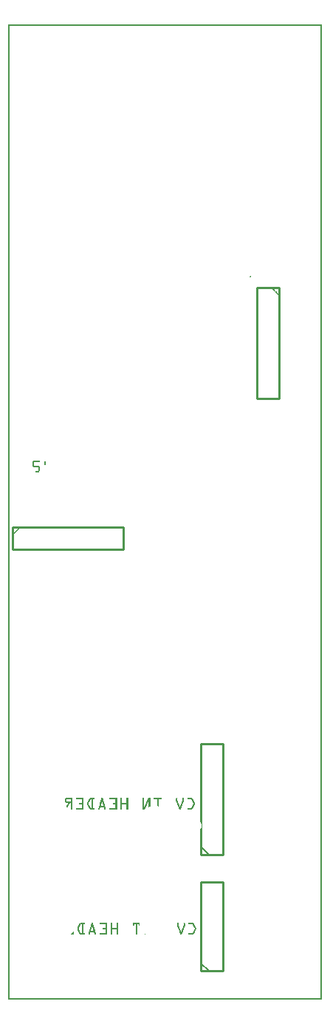
<source format=gbo>
G04 MADE WITH FRITZING*
G04 WWW.FRITZING.ORG*
G04 DOUBLE SIDED*
G04 HOLES PLATED*
G04 CONTOUR ON CENTER OF CONTOUR VECTOR*
%ASAXBY*%
%FSLAX23Y23*%
%MOIN*%
%OFA0B0*%
%SFA1.0B1.0*%
%ADD10C,0.010000*%
%ADD11C,0.005000*%
%ADD12R,0.001000X0.001000*%
%LNSILK0*%
G90*
G70*
G54D10*
X1225Y3212D02*
X1225Y2712D01*
D02*
X1225Y2712D02*
X1125Y2712D01*
D02*
X1125Y2712D02*
X1125Y3212D01*
D02*
X1125Y3212D02*
X1225Y3212D01*
D02*
X872Y130D02*
X872Y530D01*
D02*
X872Y530D02*
X972Y530D01*
D02*
X972Y530D02*
X972Y130D01*
D02*
X972Y130D02*
X872Y130D01*
G54D11*
D02*
X872Y165D02*
X907Y130D01*
G54D10*
D02*
X522Y2130D02*
X522Y2030D01*
D02*
X522Y2030D02*
X22Y2030D01*
D02*
X22Y2030D02*
X22Y2130D01*
D02*
X872Y1155D02*
X972Y1155D01*
D02*
X972Y1155D02*
X972Y655D01*
D02*
X972Y655D02*
X872Y655D01*
G54D11*
D02*
X872Y690D02*
X907Y655D01*
G54D12*
X0Y4399D02*
X1418Y4399D01*
X0Y4398D02*
X1418Y4398D01*
X0Y4397D02*
X1418Y4397D01*
X0Y4396D02*
X1418Y4396D01*
X0Y4395D02*
X1418Y4395D01*
X0Y4394D02*
X1418Y4394D01*
X0Y4393D02*
X1418Y4393D01*
X0Y4392D02*
X1418Y4392D01*
X0Y4391D02*
X7Y4391D01*
X1411Y4391D02*
X1418Y4391D01*
X0Y4390D02*
X7Y4390D01*
X1411Y4390D02*
X1418Y4390D01*
X0Y4389D02*
X7Y4389D01*
X1411Y4389D02*
X1418Y4389D01*
X0Y4388D02*
X7Y4388D01*
X1411Y4388D02*
X1418Y4388D01*
X0Y4387D02*
X7Y4387D01*
X1411Y4387D02*
X1418Y4387D01*
X0Y4386D02*
X7Y4386D01*
X1411Y4386D02*
X1418Y4386D01*
X0Y4385D02*
X7Y4385D01*
X1411Y4385D02*
X1418Y4385D01*
X0Y4384D02*
X7Y4384D01*
X1411Y4384D02*
X1418Y4384D01*
X0Y4383D02*
X7Y4383D01*
X1411Y4383D02*
X1418Y4383D01*
X0Y4382D02*
X7Y4382D01*
X1411Y4382D02*
X1418Y4382D01*
X0Y4381D02*
X7Y4381D01*
X1411Y4381D02*
X1418Y4381D01*
X0Y4380D02*
X7Y4380D01*
X1411Y4380D02*
X1418Y4380D01*
X0Y4379D02*
X7Y4379D01*
X1411Y4379D02*
X1418Y4379D01*
X0Y4378D02*
X7Y4378D01*
X1411Y4378D02*
X1418Y4378D01*
X0Y4377D02*
X7Y4377D01*
X1411Y4377D02*
X1418Y4377D01*
X0Y4376D02*
X7Y4376D01*
X1411Y4376D02*
X1418Y4376D01*
X0Y4375D02*
X7Y4375D01*
X1411Y4375D02*
X1418Y4375D01*
X0Y4374D02*
X7Y4374D01*
X1411Y4374D02*
X1418Y4374D01*
X0Y4373D02*
X7Y4373D01*
X1411Y4373D02*
X1418Y4373D01*
X0Y4372D02*
X7Y4372D01*
X1411Y4372D02*
X1418Y4372D01*
X0Y4371D02*
X7Y4371D01*
X1411Y4371D02*
X1418Y4371D01*
X0Y4370D02*
X7Y4370D01*
X1411Y4370D02*
X1418Y4370D01*
X0Y4369D02*
X7Y4369D01*
X1411Y4369D02*
X1418Y4369D01*
X0Y4368D02*
X7Y4368D01*
X1411Y4368D02*
X1418Y4368D01*
X0Y4367D02*
X7Y4367D01*
X1411Y4367D02*
X1418Y4367D01*
X0Y4366D02*
X7Y4366D01*
X1411Y4366D02*
X1418Y4366D01*
X0Y4365D02*
X7Y4365D01*
X1411Y4365D02*
X1418Y4365D01*
X0Y4364D02*
X7Y4364D01*
X1411Y4364D02*
X1418Y4364D01*
X0Y4363D02*
X7Y4363D01*
X1411Y4363D02*
X1418Y4363D01*
X0Y4362D02*
X7Y4362D01*
X1411Y4362D02*
X1418Y4362D01*
X0Y4361D02*
X7Y4361D01*
X1411Y4361D02*
X1418Y4361D01*
X0Y4360D02*
X7Y4360D01*
X1411Y4360D02*
X1418Y4360D01*
X0Y4359D02*
X7Y4359D01*
X1411Y4359D02*
X1418Y4359D01*
X0Y4358D02*
X7Y4358D01*
X1411Y4358D02*
X1418Y4358D01*
X0Y4357D02*
X7Y4357D01*
X1411Y4357D02*
X1418Y4357D01*
X0Y4356D02*
X7Y4356D01*
X1411Y4356D02*
X1418Y4356D01*
X0Y4355D02*
X7Y4355D01*
X1411Y4355D02*
X1418Y4355D01*
X0Y4354D02*
X7Y4354D01*
X1411Y4354D02*
X1418Y4354D01*
X0Y4353D02*
X7Y4353D01*
X1411Y4353D02*
X1418Y4353D01*
X0Y4352D02*
X7Y4352D01*
X1411Y4352D02*
X1418Y4352D01*
X0Y4351D02*
X7Y4351D01*
X1411Y4351D02*
X1418Y4351D01*
X0Y4350D02*
X7Y4350D01*
X1411Y4350D02*
X1418Y4350D01*
X0Y4349D02*
X7Y4349D01*
X1411Y4349D02*
X1418Y4349D01*
X0Y4348D02*
X7Y4348D01*
X1411Y4348D02*
X1418Y4348D01*
X0Y4347D02*
X7Y4347D01*
X1411Y4347D02*
X1418Y4347D01*
X0Y4346D02*
X7Y4346D01*
X1411Y4346D02*
X1418Y4346D01*
X0Y4345D02*
X7Y4345D01*
X1411Y4345D02*
X1418Y4345D01*
X0Y4344D02*
X7Y4344D01*
X1411Y4344D02*
X1418Y4344D01*
X0Y4343D02*
X7Y4343D01*
X1411Y4343D02*
X1418Y4343D01*
X0Y4342D02*
X7Y4342D01*
X1411Y4342D02*
X1418Y4342D01*
X0Y4341D02*
X7Y4341D01*
X1411Y4341D02*
X1418Y4341D01*
X0Y4340D02*
X7Y4340D01*
X1411Y4340D02*
X1418Y4340D01*
X0Y4339D02*
X7Y4339D01*
X1411Y4339D02*
X1418Y4339D01*
X0Y4338D02*
X7Y4338D01*
X1411Y4338D02*
X1418Y4338D01*
X0Y4337D02*
X7Y4337D01*
X1411Y4337D02*
X1418Y4337D01*
X0Y4336D02*
X7Y4336D01*
X1411Y4336D02*
X1418Y4336D01*
X0Y4335D02*
X7Y4335D01*
X1411Y4335D02*
X1418Y4335D01*
X0Y4334D02*
X7Y4334D01*
X1411Y4334D02*
X1418Y4334D01*
X0Y4333D02*
X7Y4333D01*
X1411Y4333D02*
X1418Y4333D01*
X0Y4332D02*
X7Y4332D01*
X1411Y4332D02*
X1418Y4332D01*
X0Y4331D02*
X7Y4331D01*
X1411Y4331D02*
X1418Y4331D01*
X0Y4330D02*
X7Y4330D01*
X1411Y4330D02*
X1418Y4330D01*
X0Y4329D02*
X7Y4329D01*
X1411Y4329D02*
X1418Y4329D01*
X0Y4328D02*
X7Y4328D01*
X1411Y4328D02*
X1418Y4328D01*
X0Y4327D02*
X7Y4327D01*
X1411Y4327D02*
X1418Y4327D01*
X0Y4326D02*
X7Y4326D01*
X1411Y4326D02*
X1418Y4326D01*
X0Y4325D02*
X7Y4325D01*
X1411Y4325D02*
X1418Y4325D01*
X0Y4324D02*
X7Y4324D01*
X1411Y4324D02*
X1418Y4324D01*
X0Y4323D02*
X7Y4323D01*
X1411Y4323D02*
X1418Y4323D01*
X0Y4322D02*
X7Y4322D01*
X1411Y4322D02*
X1418Y4322D01*
X0Y4321D02*
X7Y4321D01*
X1411Y4321D02*
X1418Y4321D01*
X0Y4320D02*
X7Y4320D01*
X1411Y4320D02*
X1418Y4320D01*
X0Y4319D02*
X7Y4319D01*
X1411Y4319D02*
X1418Y4319D01*
X0Y4318D02*
X7Y4318D01*
X1411Y4318D02*
X1418Y4318D01*
X0Y4317D02*
X7Y4317D01*
X1411Y4317D02*
X1418Y4317D01*
X0Y4316D02*
X7Y4316D01*
X1411Y4316D02*
X1418Y4316D01*
X0Y4315D02*
X7Y4315D01*
X1411Y4315D02*
X1418Y4315D01*
X0Y4314D02*
X7Y4314D01*
X1411Y4314D02*
X1418Y4314D01*
X0Y4313D02*
X7Y4313D01*
X1411Y4313D02*
X1418Y4313D01*
X0Y4312D02*
X7Y4312D01*
X1411Y4312D02*
X1418Y4312D01*
X0Y4311D02*
X7Y4311D01*
X1411Y4311D02*
X1418Y4311D01*
X0Y4310D02*
X7Y4310D01*
X1411Y4310D02*
X1418Y4310D01*
X0Y4309D02*
X7Y4309D01*
X1411Y4309D02*
X1418Y4309D01*
X0Y4308D02*
X7Y4308D01*
X1411Y4308D02*
X1418Y4308D01*
X0Y4307D02*
X7Y4307D01*
X1411Y4307D02*
X1418Y4307D01*
X0Y4306D02*
X7Y4306D01*
X1411Y4306D02*
X1418Y4306D01*
X0Y4305D02*
X7Y4305D01*
X1411Y4305D02*
X1418Y4305D01*
X0Y4304D02*
X7Y4304D01*
X1411Y4304D02*
X1418Y4304D01*
X0Y4303D02*
X7Y4303D01*
X1411Y4303D02*
X1418Y4303D01*
X0Y4302D02*
X7Y4302D01*
X1411Y4302D02*
X1418Y4302D01*
X0Y4301D02*
X7Y4301D01*
X1411Y4301D02*
X1418Y4301D01*
X0Y4300D02*
X7Y4300D01*
X1411Y4300D02*
X1418Y4300D01*
X0Y4299D02*
X7Y4299D01*
X1411Y4299D02*
X1418Y4299D01*
X0Y4298D02*
X7Y4298D01*
X1411Y4298D02*
X1418Y4298D01*
X0Y4297D02*
X7Y4297D01*
X1411Y4297D02*
X1418Y4297D01*
X0Y4296D02*
X7Y4296D01*
X1411Y4296D02*
X1418Y4296D01*
X0Y4295D02*
X7Y4295D01*
X1411Y4295D02*
X1418Y4295D01*
X0Y4294D02*
X7Y4294D01*
X1411Y4294D02*
X1418Y4294D01*
X0Y4293D02*
X7Y4293D01*
X1411Y4293D02*
X1418Y4293D01*
X0Y4292D02*
X7Y4292D01*
X1411Y4292D02*
X1418Y4292D01*
X0Y4291D02*
X7Y4291D01*
X1411Y4291D02*
X1418Y4291D01*
X0Y4290D02*
X7Y4290D01*
X1411Y4290D02*
X1418Y4290D01*
X0Y4289D02*
X7Y4289D01*
X1411Y4289D02*
X1418Y4289D01*
X0Y4288D02*
X7Y4288D01*
X1411Y4288D02*
X1418Y4288D01*
X0Y4287D02*
X7Y4287D01*
X1411Y4287D02*
X1418Y4287D01*
X0Y4286D02*
X7Y4286D01*
X1411Y4286D02*
X1418Y4286D01*
X0Y4285D02*
X7Y4285D01*
X1411Y4285D02*
X1418Y4285D01*
X0Y4284D02*
X7Y4284D01*
X1411Y4284D02*
X1418Y4284D01*
X0Y4283D02*
X7Y4283D01*
X1411Y4283D02*
X1418Y4283D01*
X0Y4282D02*
X7Y4282D01*
X1411Y4282D02*
X1418Y4282D01*
X0Y4281D02*
X7Y4281D01*
X1411Y4281D02*
X1418Y4281D01*
X0Y4280D02*
X7Y4280D01*
X1411Y4280D02*
X1418Y4280D01*
X0Y4279D02*
X7Y4279D01*
X1411Y4279D02*
X1418Y4279D01*
X0Y4278D02*
X7Y4278D01*
X1411Y4278D02*
X1418Y4278D01*
X0Y4277D02*
X7Y4277D01*
X1411Y4277D02*
X1418Y4277D01*
X0Y4276D02*
X7Y4276D01*
X1411Y4276D02*
X1418Y4276D01*
X0Y4275D02*
X7Y4275D01*
X1411Y4275D02*
X1418Y4275D01*
X0Y4274D02*
X7Y4274D01*
X1411Y4274D02*
X1418Y4274D01*
X0Y4273D02*
X7Y4273D01*
X1411Y4273D02*
X1418Y4273D01*
X0Y4272D02*
X7Y4272D01*
X1411Y4272D02*
X1418Y4272D01*
X0Y4271D02*
X7Y4271D01*
X1411Y4271D02*
X1418Y4271D01*
X0Y4270D02*
X7Y4270D01*
X1411Y4270D02*
X1418Y4270D01*
X0Y4269D02*
X7Y4269D01*
X1411Y4269D02*
X1418Y4269D01*
X0Y4268D02*
X7Y4268D01*
X1411Y4268D02*
X1418Y4268D01*
X0Y4267D02*
X7Y4267D01*
X1411Y4267D02*
X1418Y4267D01*
X0Y4266D02*
X7Y4266D01*
X1411Y4266D02*
X1418Y4266D01*
X0Y4265D02*
X7Y4265D01*
X1411Y4265D02*
X1418Y4265D01*
X0Y4264D02*
X7Y4264D01*
X1411Y4264D02*
X1418Y4264D01*
X0Y4263D02*
X7Y4263D01*
X1411Y4263D02*
X1418Y4263D01*
X0Y4262D02*
X7Y4262D01*
X1411Y4262D02*
X1418Y4262D01*
X0Y4261D02*
X7Y4261D01*
X1411Y4261D02*
X1418Y4261D01*
X0Y4260D02*
X7Y4260D01*
X1411Y4260D02*
X1418Y4260D01*
X0Y4259D02*
X7Y4259D01*
X1411Y4259D02*
X1418Y4259D01*
X0Y4258D02*
X7Y4258D01*
X1411Y4258D02*
X1418Y4258D01*
X0Y4257D02*
X7Y4257D01*
X1411Y4257D02*
X1418Y4257D01*
X0Y4256D02*
X7Y4256D01*
X1411Y4256D02*
X1418Y4256D01*
X0Y4255D02*
X7Y4255D01*
X1411Y4255D02*
X1418Y4255D01*
X0Y4254D02*
X7Y4254D01*
X1411Y4254D02*
X1418Y4254D01*
X0Y4253D02*
X7Y4253D01*
X1411Y4253D02*
X1418Y4253D01*
X0Y4252D02*
X7Y4252D01*
X1411Y4252D02*
X1418Y4252D01*
X0Y4251D02*
X7Y4251D01*
X1411Y4251D02*
X1418Y4251D01*
X0Y4250D02*
X7Y4250D01*
X1411Y4250D02*
X1418Y4250D01*
X0Y4249D02*
X7Y4249D01*
X1411Y4249D02*
X1418Y4249D01*
X0Y4248D02*
X7Y4248D01*
X1411Y4248D02*
X1418Y4248D01*
X0Y4247D02*
X7Y4247D01*
X1411Y4247D02*
X1418Y4247D01*
X0Y4246D02*
X7Y4246D01*
X1411Y4246D02*
X1418Y4246D01*
X0Y4245D02*
X7Y4245D01*
X1411Y4245D02*
X1418Y4245D01*
X0Y4244D02*
X7Y4244D01*
X1411Y4244D02*
X1418Y4244D01*
X0Y4243D02*
X7Y4243D01*
X1411Y4243D02*
X1418Y4243D01*
X0Y4242D02*
X7Y4242D01*
X1411Y4242D02*
X1418Y4242D01*
X0Y4241D02*
X7Y4241D01*
X1411Y4241D02*
X1418Y4241D01*
X0Y4240D02*
X7Y4240D01*
X1411Y4240D02*
X1418Y4240D01*
X0Y4239D02*
X7Y4239D01*
X1411Y4239D02*
X1418Y4239D01*
X0Y4238D02*
X7Y4238D01*
X1411Y4238D02*
X1418Y4238D01*
X0Y4237D02*
X7Y4237D01*
X1411Y4237D02*
X1418Y4237D01*
X0Y4236D02*
X7Y4236D01*
X1411Y4236D02*
X1418Y4236D01*
X0Y4235D02*
X7Y4235D01*
X1411Y4235D02*
X1418Y4235D01*
X0Y4234D02*
X7Y4234D01*
X1411Y4234D02*
X1418Y4234D01*
X0Y4233D02*
X7Y4233D01*
X1411Y4233D02*
X1418Y4233D01*
X0Y4232D02*
X7Y4232D01*
X1411Y4232D02*
X1418Y4232D01*
X0Y4231D02*
X7Y4231D01*
X1411Y4231D02*
X1418Y4231D01*
X0Y4230D02*
X7Y4230D01*
X1411Y4230D02*
X1418Y4230D01*
X0Y4229D02*
X7Y4229D01*
X1411Y4229D02*
X1418Y4229D01*
X0Y4228D02*
X7Y4228D01*
X1411Y4228D02*
X1418Y4228D01*
X0Y4227D02*
X7Y4227D01*
X1411Y4227D02*
X1418Y4227D01*
X0Y4226D02*
X7Y4226D01*
X1411Y4226D02*
X1418Y4226D01*
X0Y4225D02*
X7Y4225D01*
X1411Y4225D02*
X1418Y4225D01*
X0Y4224D02*
X7Y4224D01*
X1411Y4224D02*
X1418Y4224D01*
X0Y4223D02*
X7Y4223D01*
X1411Y4223D02*
X1418Y4223D01*
X0Y4222D02*
X7Y4222D01*
X1411Y4222D02*
X1418Y4222D01*
X0Y4221D02*
X7Y4221D01*
X1411Y4221D02*
X1418Y4221D01*
X0Y4220D02*
X7Y4220D01*
X1411Y4220D02*
X1418Y4220D01*
X0Y4219D02*
X7Y4219D01*
X1411Y4219D02*
X1418Y4219D01*
X0Y4218D02*
X7Y4218D01*
X1411Y4218D02*
X1418Y4218D01*
X0Y4217D02*
X7Y4217D01*
X1411Y4217D02*
X1418Y4217D01*
X0Y4216D02*
X7Y4216D01*
X1411Y4216D02*
X1418Y4216D01*
X0Y4215D02*
X7Y4215D01*
X1411Y4215D02*
X1418Y4215D01*
X0Y4214D02*
X7Y4214D01*
X1411Y4214D02*
X1418Y4214D01*
X0Y4213D02*
X7Y4213D01*
X1411Y4213D02*
X1418Y4213D01*
X0Y4212D02*
X7Y4212D01*
X1411Y4212D02*
X1418Y4212D01*
X0Y4211D02*
X7Y4211D01*
X1411Y4211D02*
X1418Y4211D01*
X0Y4210D02*
X7Y4210D01*
X1411Y4210D02*
X1418Y4210D01*
X0Y4209D02*
X7Y4209D01*
X1411Y4209D02*
X1418Y4209D01*
X0Y4208D02*
X7Y4208D01*
X1411Y4208D02*
X1418Y4208D01*
X0Y4207D02*
X7Y4207D01*
X1411Y4207D02*
X1418Y4207D01*
X0Y4206D02*
X7Y4206D01*
X1411Y4206D02*
X1418Y4206D01*
X0Y4205D02*
X7Y4205D01*
X1411Y4205D02*
X1418Y4205D01*
X0Y4204D02*
X7Y4204D01*
X1411Y4204D02*
X1418Y4204D01*
X0Y4203D02*
X7Y4203D01*
X1411Y4203D02*
X1418Y4203D01*
X0Y4202D02*
X7Y4202D01*
X1411Y4202D02*
X1418Y4202D01*
X0Y4201D02*
X7Y4201D01*
X1411Y4201D02*
X1418Y4201D01*
X0Y4200D02*
X7Y4200D01*
X1411Y4200D02*
X1418Y4200D01*
X0Y4199D02*
X7Y4199D01*
X1411Y4199D02*
X1418Y4199D01*
X0Y4198D02*
X7Y4198D01*
X1411Y4198D02*
X1418Y4198D01*
X0Y4197D02*
X7Y4197D01*
X1411Y4197D02*
X1418Y4197D01*
X0Y4196D02*
X7Y4196D01*
X1411Y4196D02*
X1418Y4196D01*
X0Y4195D02*
X7Y4195D01*
X1411Y4195D02*
X1418Y4195D01*
X0Y4194D02*
X7Y4194D01*
X1411Y4194D02*
X1418Y4194D01*
X0Y4193D02*
X7Y4193D01*
X1411Y4193D02*
X1418Y4193D01*
X0Y4192D02*
X7Y4192D01*
X1411Y4192D02*
X1418Y4192D01*
X0Y4191D02*
X7Y4191D01*
X1411Y4191D02*
X1418Y4191D01*
X0Y4190D02*
X7Y4190D01*
X1411Y4190D02*
X1418Y4190D01*
X0Y4189D02*
X7Y4189D01*
X1411Y4189D02*
X1418Y4189D01*
X0Y4188D02*
X7Y4188D01*
X1411Y4188D02*
X1418Y4188D01*
X0Y4187D02*
X7Y4187D01*
X1411Y4187D02*
X1418Y4187D01*
X0Y4186D02*
X7Y4186D01*
X1411Y4186D02*
X1418Y4186D01*
X0Y4185D02*
X7Y4185D01*
X1411Y4185D02*
X1418Y4185D01*
X0Y4184D02*
X7Y4184D01*
X1411Y4184D02*
X1418Y4184D01*
X0Y4183D02*
X7Y4183D01*
X1411Y4183D02*
X1418Y4183D01*
X0Y4182D02*
X7Y4182D01*
X1411Y4182D02*
X1418Y4182D01*
X0Y4181D02*
X7Y4181D01*
X1411Y4181D02*
X1418Y4181D01*
X0Y4180D02*
X7Y4180D01*
X1411Y4180D02*
X1418Y4180D01*
X0Y4179D02*
X7Y4179D01*
X1411Y4179D02*
X1418Y4179D01*
X0Y4178D02*
X7Y4178D01*
X1411Y4178D02*
X1418Y4178D01*
X0Y4177D02*
X7Y4177D01*
X1411Y4177D02*
X1418Y4177D01*
X0Y4176D02*
X7Y4176D01*
X1411Y4176D02*
X1418Y4176D01*
X0Y4175D02*
X7Y4175D01*
X1411Y4175D02*
X1418Y4175D01*
X0Y4174D02*
X7Y4174D01*
X1411Y4174D02*
X1418Y4174D01*
X0Y4173D02*
X7Y4173D01*
X1411Y4173D02*
X1418Y4173D01*
X0Y4172D02*
X7Y4172D01*
X1411Y4172D02*
X1418Y4172D01*
X0Y4171D02*
X7Y4171D01*
X1411Y4171D02*
X1418Y4171D01*
X0Y4170D02*
X7Y4170D01*
X1411Y4170D02*
X1418Y4170D01*
X0Y4169D02*
X7Y4169D01*
X1411Y4169D02*
X1418Y4169D01*
X0Y4168D02*
X7Y4168D01*
X1411Y4168D02*
X1418Y4168D01*
X0Y4167D02*
X7Y4167D01*
X1411Y4167D02*
X1418Y4167D01*
X0Y4166D02*
X7Y4166D01*
X1411Y4166D02*
X1418Y4166D01*
X0Y4165D02*
X7Y4165D01*
X1411Y4165D02*
X1418Y4165D01*
X0Y4164D02*
X7Y4164D01*
X1411Y4164D02*
X1418Y4164D01*
X0Y4163D02*
X7Y4163D01*
X1411Y4163D02*
X1418Y4163D01*
X0Y4162D02*
X7Y4162D01*
X1411Y4162D02*
X1418Y4162D01*
X0Y4161D02*
X7Y4161D01*
X1411Y4161D02*
X1418Y4161D01*
X0Y4160D02*
X7Y4160D01*
X1411Y4160D02*
X1418Y4160D01*
X0Y4159D02*
X7Y4159D01*
X1411Y4159D02*
X1418Y4159D01*
X0Y4158D02*
X7Y4158D01*
X1411Y4158D02*
X1418Y4158D01*
X0Y4157D02*
X7Y4157D01*
X1411Y4157D02*
X1418Y4157D01*
X0Y4156D02*
X7Y4156D01*
X1411Y4156D02*
X1418Y4156D01*
X0Y4155D02*
X7Y4155D01*
X1411Y4155D02*
X1418Y4155D01*
X0Y4154D02*
X7Y4154D01*
X1411Y4154D02*
X1418Y4154D01*
X0Y4153D02*
X7Y4153D01*
X1411Y4153D02*
X1418Y4153D01*
X0Y4152D02*
X7Y4152D01*
X1411Y4152D02*
X1418Y4152D01*
X0Y4151D02*
X7Y4151D01*
X1411Y4151D02*
X1418Y4151D01*
X0Y4150D02*
X7Y4150D01*
X1411Y4150D02*
X1418Y4150D01*
X0Y4149D02*
X7Y4149D01*
X1411Y4149D02*
X1418Y4149D01*
X0Y4148D02*
X7Y4148D01*
X1411Y4148D02*
X1418Y4148D01*
X0Y4147D02*
X7Y4147D01*
X1411Y4147D02*
X1418Y4147D01*
X0Y4146D02*
X7Y4146D01*
X1411Y4146D02*
X1418Y4146D01*
X0Y4145D02*
X7Y4145D01*
X1411Y4145D02*
X1418Y4145D01*
X0Y4144D02*
X7Y4144D01*
X1411Y4144D02*
X1418Y4144D01*
X0Y4143D02*
X7Y4143D01*
X1411Y4143D02*
X1418Y4143D01*
X0Y4142D02*
X7Y4142D01*
X1411Y4142D02*
X1418Y4142D01*
X0Y4141D02*
X7Y4141D01*
X1411Y4141D02*
X1418Y4141D01*
X0Y4140D02*
X7Y4140D01*
X1411Y4140D02*
X1418Y4140D01*
X0Y4139D02*
X7Y4139D01*
X1411Y4139D02*
X1418Y4139D01*
X0Y4138D02*
X7Y4138D01*
X1411Y4138D02*
X1418Y4138D01*
X0Y4137D02*
X7Y4137D01*
X1411Y4137D02*
X1418Y4137D01*
X0Y4136D02*
X7Y4136D01*
X1411Y4136D02*
X1418Y4136D01*
X0Y4135D02*
X7Y4135D01*
X1411Y4135D02*
X1418Y4135D01*
X0Y4134D02*
X7Y4134D01*
X1411Y4134D02*
X1418Y4134D01*
X0Y4133D02*
X7Y4133D01*
X1411Y4133D02*
X1418Y4133D01*
X0Y4132D02*
X7Y4132D01*
X1411Y4132D02*
X1418Y4132D01*
X0Y4131D02*
X7Y4131D01*
X1411Y4131D02*
X1418Y4131D01*
X0Y4130D02*
X7Y4130D01*
X1411Y4130D02*
X1418Y4130D01*
X0Y4129D02*
X7Y4129D01*
X1411Y4129D02*
X1418Y4129D01*
X0Y4128D02*
X7Y4128D01*
X1411Y4128D02*
X1418Y4128D01*
X0Y4127D02*
X7Y4127D01*
X1411Y4127D02*
X1418Y4127D01*
X0Y4126D02*
X7Y4126D01*
X1411Y4126D02*
X1418Y4126D01*
X0Y4125D02*
X7Y4125D01*
X1411Y4125D02*
X1418Y4125D01*
X0Y4124D02*
X7Y4124D01*
X1411Y4124D02*
X1418Y4124D01*
X0Y4123D02*
X7Y4123D01*
X1411Y4123D02*
X1418Y4123D01*
X0Y4122D02*
X7Y4122D01*
X1411Y4122D02*
X1418Y4122D01*
X0Y4121D02*
X7Y4121D01*
X1411Y4121D02*
X1418Y4121D01*
X0Y4120D02*
X7Y4120D01*
X1411Y4120D02*
X1418Y4120D01*
X0Y4119D02*
X7Y4119D01*
X1411Y4119D02*
X1418Y4119D01*
X0Y4118D02*
X7Y4118D01*
X1411Y4118D02*
X1418Y4118D01*
X0Y4117D02*
X7Y4117D01*
X1411Y4117D02*
X1418Y4117D01*
X0Y4116D02*
X7Y4116D01*
X1411Y4116D02*
X1418Y4116D01*
X0Y4115D02*
X7Y4115D01*
X1411Y4115D02*
X1418Y4115D01*
X0Y4114D02*
X7Y4114D01*
X1411Y4114D02*
X1418Y4114D01*
X0Y4113D02*
X7Y4113D01*
X1411Y4113D02*
X1418Y4113D01*
X0Y4112D02*
X7Y4112D01*
X1411Y4112D02*
X1418Y4112D01*
X0Y4111D02*
X7Y4111D01*
X1411Y4111D02*
X1418Y4111D01*
X0Y4110D02*
X7Y4110D01*
X1411Y4110D02*
X1418Y4110D01*
X0Y4109D02*
X7Y4109D01*
X1411Y4109D02*
X1418Y4109D01*
X0Y4108D02*
X7Y4108D01*
X1411Y4108D02*
X1418Y4108D01*
X0Y4107D02*
X7Y4107D01*
X1411Y4107D02*
X1418Y4107D01*
X0Y4106D02*
X7Y4106D01*
X1411Y4106D02*
X1418Y4106D01*
X0Y4105D02*
X7Y4105D01*
X1411Y4105D02*
X1418Y4105D01*
X0Y4104D02*
X7Y4104D01*
X1411Y4104D02*
X1418Y4104D01*
X0Y4103D02*
X7Y4103D01*
X1411Y4103D02*
X1418Y4103D01*
X0Y4102D02*
X7Y4102D01*
X1411Y4102D02*
X1418Y4102D01*
X0Y4101D02*
X7Y4101D01*
X1411Y4101D02*
X1418Y4101D01*
X0Y4100D02*
X7Y4100D01*
X1411Y4100D02*
X1418Y4100D01*
X0Y4099D02*
X7Y4099D01*
X1411Y4099D02*
X1418Y4099D01*
X0Y4098D02*
X7Y4098D01*
X1411Y4098D02*
X1418Y4098D01*
X0Y4097D02*
X7Y4097D01*
X1411Y4097D02*
X1418Y4097D01*
X0Y4096D02*
X7Y4096D01*
X1411Y4096D02*
X1418Y4096D01*
X0Y4095D02*
X7Y4095D01*
X1411Y4095D02*
X1418Y4095D01*
X0Y4094D02*
X7Y4094D01*
X1411Y4094D02*
X1418Y4094D01*
X0Y4093D02*
X7Y4093D01*
X1411Y4093D02*
X1418Y4093D01*
X0Y4092D02*
X7Y4092D01*
X1411Y4092D02*
X1418Y4092D01*
X0Y4091D02*
X7Y4091D01*
X1411Y4091D02*
X1418Y4091D01*
X0Y4090D02*
X7Y4090D01*
X1411Y4090D02*
X1418Y4090D01*
X0Y4089D02*
X7Y4089D01*
X1411Y4089D02*
X1418Y4089D01*
X0Y4088D02*
X7Y4088D01*
X1411Y4088D02*
X1418Y4088D01*
X0Y4087D02*
X7Y4087D01*
X1411Y4087D02*
X1418Y4087D01*
X0Y4086D02*
X7Y4086D01*
X1411Y4086D02*
X1418Y4086D01*
X0Y4085D02*
X7Y4085D01*
X1411Y4085D02*
X1418Y4085D01*
X0Y4084D02*
X7Y4084D01*
X1411Y4084D02*
X1418Y4084D01*
X0Y4083D02*
X7Y4083D01*
X1411Y4083D02*
X1418Y4083D01*
X0Y4082D02*
X7Y4082D01*
X1411Y4082D02*
X1418Y4082D01*
X0Y4081D02*
X7Y4081D01*
X1411Y4081D02*
X1418Y4081D01*
X0Y4080D02*
X7Y4080D01*
X1411Y4080D02*
X1418Y4080D01*
X0Y4079D02*
X7Y4079D01*
X1411Y4079D02*
X1418Y4079D01*
X0Y4078D02*
X7Y4078D01*
X1411Y4078D02*
X1418Y4078D01*
X0Y4077D02*
X7Y4077D01*
X1411Y4077D02*
X1418Y4077D01*
X0Y4076D02*
X7Y4076D01*
X1411Y4076D02*
X1418Y4076D01*
X0Y4075D02*
X7Y4075D01*
X1411Y4075D02*
X1418Y4075D01*
X0Y4074D02*
X7Y4074D01*
X1411Y4074D02*
X1418Y4074D01*
X0Y4073D02*
X7Y4073D01*
X1411Y4073D02*
X1418Y4073D01*
X0Y4072D02*
X7Y4072D01*
X1411Y4072D02*
X1418Y4072D01*
X0Y4071D02*
X7Y4071D01*
X1411Y4071D02*
X1418Y4071D01*
X0Y4070D02*
X7Y4070D01*
X1411Y4070D02*
X1418Y4070D01*
X0Y4069D02*
X7Y4069D01*
X1411Y4069D02*
X1418Y4069D01*
X0Y4068D02*
X7Y4068D01*
X1411Y4068D02*
X1418Y4068D01*
X0Y4067D02*
X7Y4067D01*
X1411Y4067D02*
X1418Y4067D01*
X0Y4066D02*
X7Y4066D01*
X1411Y4066D02*
X1418Y4066D01*
X0Y4065D02*
X7Y4065D01*
X1411Y4065D02*
X1418Y4065D01*
X0Y4064D02*
X7Y4064D01*
X1411Y4064D02*
X1418Y4064D01*
X0Y4063D02*
X7Y4063D01*
X1411Y4063D02*
X1418Y4063D01*
X0Y4062D02*
X7Y4062D01*
X1411Y4062D02*
X1418Y4062D01*
X0Y4061D02*
X7Y4061D01*
X1411Y4061D02*
X1418Y4061D01*
X0Y4060D02*
X7Y4060D01*
X1411Y4060D02*
X1418Y4060D01*
X0Y4059D02*
X7Y4059D01*
X1411Y4059D02*
X1418Y4059D01*
X0Y4058D02*
X7Y4058D01*
X1411Y4058D02*
X1418Y4058D01*
X0Y4057D02*
X7Y4057D01*
X1411Y4057D02*
X1418Y4057D01*
X0Y4056D02*
X7Y4056D01*
X1411Y4056D02*
X1418Y4056D01*
X0Y4055D02*
X7Y4055D01*
X1411Y4055D02*
X1418Y4055D01*
X0Y4054D02*
X7Y4054D01*
X1411Y4054D02*
X1418Y4054D01*
X0Y4053D02*
X7Y4053D01*
X1411Y4053D02*
X1418Y4053D01*
X0Y4052D02*
X7Y4052D01*
X1411Y4052D02*
X1418Y4052D01*
X0Y4051D02*
X7Y4051D01*
X1411Y4051D02*
X1418Y4051D01*
X0Y4050D02*
X7Y4050D01*
X1411Y4050D02*
X1418Y4050D01*
X0Y4049D02*
X7Y4049D01*
X1411Y4049D02*
X1418Y4049D01*
X0Y4048D02*
X7Y4048D01*
X1411Y4048D02*
X1418Y4048D01*
X0Y4047D02*
X7Y4047D01*
X1411Y4047D02*
X1418Y4047D01*
X0Y4046D02*
X7Y4046D01*
X1411Y4046D02*
X1418Y4046D01*
X0Y4045D02*
X7Y4045D01*
X1411Y4045D02*
X1418Y4045D01*
X0Y4044D02*
X7Y4044D01*
X1411Y4044D02*
X1418Y4044D01*
X0Y4043D02*
X7Y4043D01*
X1411Y4043D02*
X1418Y4043D01*
X0Y4042D02*
X7Y4042D01*
X1411Y4042D02*
X1418Y4042D01*
X0Y4041D02*
X7Y4041D01*
X1411Y4041D02*
X1418Y4041D01*
X0Y4040D02*
X7Y4040D01*
X1411Y4040D02*
X1418Y4040D01*
X0Y4039D02*
X7Y4039D01*
X1411Y4039D02*
X1418Y4039D01*
X0Y4038D02*
X7Y4038D01*
X1411Y4038D02*
X1418Y4038D01*
X0Y4037D02*
X7Y4037D01*
X1411Y4037D02*
X1418Y4037D01*
X0Y4036D02*
X7Y4036D01*
X1411Y4036D02*
X1418Y4036D01*
X0Y4035D02*
X7Y4035D01*
X1411Y4035D02*
X1418Y4035D01*
X0Y4034D02*
X7Y4034D01*
X1411Y4034D02*
X1418Y4034D01*
X0Y4033D02*
X7Y4033D01*
X1411Y4033D02*
X1418Y4033D01*
X0Y4032D02*
X7Y4032D01*
X1411Y4032D02*
X1418Y4032D01*
X0Y4031D02*
X7Y4031D01*
X1411Y4031D02*
X1418Y4031D01*
X0Y4030D02*
X7Y4030D01*
X1411Y4030D02*
X1418Y4030D01*
X0Y4029D02*
X7Y4029D01*
X1411Y4029D02*
X1418Y4029D01*
X0Y4028D02*
X7Y4028D01*
X1411Y4028D02*
X1418Y4028D01*
X0Y4027D02*
X7Y4027D01*
X1411Y4027D02*
X1418Y4027D01*
X0Y4026D02*
X7Y4026D01*
X1411Y4026D02*
X1418Y4026D01*
X0Y4025D02*
X7Y4025D01*
X1411Y4025D02*
X1418Y4025D01*
X0Y4024D02*
X7Y4024D01*
X1411Y4024D02*
X1418Y4024D01*
X0Y4023D02*
X7Y4023D01*
X1411Y4023D02*
X1418Y4023D01*
X0Y4022D02*
X7Y4022D01*
X1411Y4022D02*
X1418Y4022D01*
X0Y4021D02*
X7Y4021D01*
X1411Y4021D02*
X1418Y4021D01*
X0Y4020D02*
X7Y4020D01*
X1411Y4020D02*
X1418Y4020D01*
X0Y4019D02*
X7Y4019D01*
X1411Y4019D02*
X1418Y4019D01*
X0Y4018D02*
X7Y4018D01*
X1411Y4018D02*
X1418Y4018D01*
X0Y4017D02*
X7Y4017D01*
X1411Y4017D02*
X1418Y4017D01*
X0Y4016D02*
X7Y4016D01*
X1411Y4016D02*
X1418Y4016D01*
X0Y4015D02*
X7Y4015D01*
X1411Y4015D02*
X1418Y4015D01*
X0Y4014D02*
X7Y4014D01*
X1411Y4014D02*
X1418Y4014D01*
X0Y4013D02*
X7Y4013D01*
X1411Y4013D02*
X1418Y4013D01*
X0Y4012D02*
X7Y4012D01*
X1411Y4012D02*
X1418Y4012D01*
X0Y4011D02*
X7Y4011D01*
X1411Y4011D02*
X1418Y4011D01*
X0Y4010D02*
X7Y4010D01*
X1411Y4010D02*
X1418Y4010D01*
X0Y4009D02*
X7Y4009D01*
X1411Y4009D02*
X1418Y4009D01*
X0Y4008D02*
X7Y4008D01*
X1411Y4008D02*
X1418Y4008D01*
X0Y4007D02*
X7Y4007D01*
X1411Y4007D02*
X1418Y4007D01*
X0Y4006D02*
X7Y4006D01*
X1411Y4006D02*
X1418Y4006D01*
X0Y4005D02*
X7Y4005D01*
X1411Y4005D02*
X1418Y4005D01*
X0Y4004D02*
X7Y4004D01*
X1411Y4004D02*
X1418Y4004D01*
X0Y4003D02*
X7Y4003D01*
X1411Y4003D02*
X1418Y4003D01*
X0Y4002D02*
X7Y4002D01*
X1411Y4002D02*
X1418Y4002D01*
X0Y4001D02*
X7Y4001D01*
X1411Y4001D02*
X1418Y4001D01*
X0Y4000D02*
X7Y4000D01*
X1411Y4000D02*
X1418Y4000D01*
X0Y3999D02*
X7Y3999D01*
X1411Y3999D02*
X1418Y3999D01*
X0Y3998D02*
X7Y3998D01*
X1411Y3998D02*
X1418Y3998D01*
X0Y3997D02*
X7Y3997D01*
X1411Y3997D02*
X1418Y3997D01*
X0Y3996D02*
X7Y3996D01*
X1411Y3996D02*
X1418Y3996D01*
X0Y3995D02*
X7Y3995D01*
X1411Y3995D02*
X1418Y3995D01*
X0Y3994D02*
X7Y3994D01*
X1411Y3994D02*
X1418Y3994D01*
X0Y3993D02*
X7Y3993D01*
X1411Y3993D02*
X1418Y3993D01*
X0Y3992D02*
X7Y3992D01*
X1411Y3992D02*
X1418Y3992D01*
X0Y3991D02*
X7Y3991D01*
X1411Y3991D02*
X1418Y3991D01*
X0Y3990D02*
X7Y3990D01*
X1411Y3990D02*
X1418Y3990D01*
X0Y3989D02*
X7Y3989D01*
X1411Y3989D02*
X1418Y3989D01*
X0Y3988D02*
X7Y3988D01*
X1411Y3988D02*
X1418Y3988D01*
X0Y3987D02*
X7Y3987D01*
X1411Y3987D02*
X1418Y3987D01*
X0Y3986D02*
X7Y3986D01*
X1411Y3986D02*
X1418Y3986D01*
X0Y3985D02*
X7Y3985D01*
X1411Y3985D02*
X1418Y3985D01*
X0Y3984D02*
X7Y3984D01*
X1411Y3984D02*
X1418Y3984D01*
X0Y3983D02*
X7Y3983D01*
X1411Y3983D02*
X1418Y3983D01*
X0Y3982D02*
X7Y3982D01*
X1411Y3982D02*
X1418Y3982D01*
X0Y3981D02*
X7Y3981D01*
X1411Y3981D02*
X1418Y3981D01*
X0Y3980D02*
X7Y3980D01*
X1411Y3980D02*
X1418Y3980D01*
X0Y3979D02*
X7Y3979D01*
X1411Y3979D02*
X1418Y3979D01*
X0Y3978D02*
X7Y3978D01*
X1411Y3978D02*
X1418Y3978D01*
X0Y3977D02*
X7Y3977D01*
X1411Y3977D02*
X1418Y3977D01*
X0Y3976D02*
X7Y3976D01*
X1411Y3976D02*
X1418Y3976D01*
X0Y3975D02*
X7Y3975D01*
X1411Y3975D02*
X1418Y3975D01*
X0Y3974D02*
X7Y3974D01*
X1411Y3974D02*
X1418Y3974D01*
X0Y3973D02*
X7Y3973D01*
X1411Y3973D02*
X1418Y3973D01*
X0Y3972D02*
X7Y3972D01*
X1411Y3972D02*
X1418Y3972D01*
X0Y3971D02*
X7Y3971D01*
X1411Y3971D02*
X1418Y3971D01*
X0Y3970D02*
X7Y3970D01*
X1411Y3970D02*
X1418Y3970D01*
X0Y3969D02*
X7Y3969D01*
X1411Y3969D02*
X1418Y3969D01*
X0Y3968D02*
X7Y3968D01*
X1411Y3968D02*
X1418Y3968D01*
X0Y3967D02*
X7Y3967D01*
X1411Y3967D02*
X1418Y3967D01*
X0Y3966D02*
X7Y3966D01*
X1411Y3966D02*
X1418Y3966D01*
X0Y3965D02*
X7Y3965D01*
X1411Y3965D02*
X1418Y3965D01*
X0Y3964D02*
X7Y3964D01*
X1411Y3964D02*
X1418Y3964D01*
X0Y3963D02*
X7Y3963D01*
X1411Y3963D02*
X1418Y3963D01*
X0Y3962D02*
X7Y3962D01*
X1411Y3962D02*
X1418Y3962D01*
X0Y3961D02*
X7Y3961D01*
X1411Y3961D02*
X1418Y3961D01*
X0Y3960D02*
X7Y3960D01*
X1411Y3960D02*
X1418Y3960D01*
X0Y3959D02*
X7Y3959D01*
X1411Y3959D02*
X1418Y3959D01*
X0Y3958D02*
X7Y3958D01*
X1411Y3958D02*
X1418Y3958D01*
X0Y3957D02*
X7Y3957D01*
X1411Y3957D02*
X1418Y3957D01*
X0Y3956D02*
X7Y3956D01*
X1411Y3956D02*
X1418Y3956D01*
X0Y3955D02*
X7Y3955D01*
X1411Y3955D02*
X1418Y3955D01*
X0Y3954D02*
X7Y3954D01*
X1411Y3954D02*
X1418Y3954D01*
X0Y3953D02*
X7Y3953D01*
X1411Y3953D02*
X1418Y3953D01*
X0Y3952D02*
X7Y3952D01*
X1411Y3952D02*
X1418Y3952D01*
X0Y3951D02*
X7Y3951D01*
X1411Y3951D02*
X1418Y3951D01*
X0Y3950D02*
X7Y3950D01*
X1411Y3950D02*
X1418Y3950D01*
X0Y3949D02*
X7Y3949D01*
X1411Y3949D02*
X1418Y3949D01*
X0Y3948D02*
X7Y3948D01*
X1411Y3948D02*
X1418Y3948D01*
X0Y3947D02*
X7Y3947D01*
X1411Y3947D02*
X1418Y3947D01*
X0Y3946D02*
X7Y3946D01*
X1411Y3946D02*
X1418Y3946D01*
X0Y3945D02*
X7Y3945D01*
X1411Y3945D02*
X1418Y3945D01*
X0Y3944D02*
X7Y3944D01*
X1411Y3944D02*
X1418Y3944D01*
X0Y3943D02*
X7Y3943D01*
X1411Y3943D02*
X1418Y3943D01*
X0Y3942D02*
X7Y3942D01*
X1411Y3942D02*
X1418Y3942D01*
X0Y3941D02*
X7Y3941D01*
X1411Y3941D02*
X1418Y3941D01*
X0Y3940D02*
X7Y3940D01*
X1411Y3940D02*
X1418Y3940D01*
X0Y3939D02*
X7Y3939D01*
X1411Y3939D02*
X1418Y3939D01*
X0Y3938D02*
X7Y3938D01*
X1411Y3938D02*
X1418Y3938D01*
X0Y3937D02*
X7Y3937D01*
X1411Y3937D02*
X1418Y3937D01*
X0Y3936D02*
X7Y3936D01*
X1411Y3936D02*
X1418Y3936D01*
X0Y3935D02*
X7Y3935D01*
X1411Y3935D02*
X1418Y3935D01*
X0Y3934D02*
X7Y3934D01*
X1411Y3934D02*
X1418Y3934D01*
X0Y3933D02*
X7Y3933D01*
X1411Y3933D02*
X1418Y3933D01*
X0Y3932D02*
X7Y3932D01*
X1411Y3932D02*
X1418Y3932D01*
X0Y3931D02*
X7Y3931D01*
X1411Y3931D02*
X1418Y3931D01*
X0Y3930D02*
X7Y3930D01*
X1411Y3930D02*
X1418Y3930D01*
X0Y3929D02*
X7Y3929D01*
X1411Y3929D02*
X1418Y3929D01*
X0Y3928D02*
X7Y3928D01*
X1411Y3928D02*
X1418Y3928D01*
X0Y3927D02*
X7Y3927D01*
X1411Y3927D02*
X1418Y3927D01*
X0Y3926D02*
X7Y3926D01*
X1411Y3926D02*
X1418Y3926D01*
X0Y3925D02*
X7Y3925D01*
X1411Y3925D02*
X1418Y3925D01*
X0Y3924D02*
X7Y3924D01*
X1411Y3924D02*
X1418Y3924D01*
X0Y3923D02*
X7Y3923D01*
X1411Y3923D02*
X1418Y3923D01*
X0Y3922D02*
X7Y3922D01*
X1411Y3922D02*
X1418Y3922D01*
X0Y3921D02*
X7Y3921D01*
X1411Y3921D02*
X1418Y3921D01*
X0Y3920D02*
X7Y3920D01*
X1411Y3920D02*
X1418Y3920D01*
X0Y3919D02*
X7Y3919D01*
X1411Y3919D02*
X1418Y3919D01*
X0Y3918D02*
X7Y3918D01*
X1411Y3918D02*
X1418Y3918D01*
X0Y3917D02*
X7Y3917D01*
X1411Y3917D02*
X1418Y3917D01*
X0Y3916D02*
X7Y3916D01*
X1411Y3916D02*
X1418Y3916D01*
X0Y3915D02*
X7Y3915D01*
X1411Y3915D02*
X1418Y3915D01*
X0Y3914D02*
X7Y3914D01*
X1411Y3914D02*
X1418Y3914D01*
X0Y3913D02*
X7Y3913D01*
X1411Y3913D02*
X1418Y3913D01*
X0Y3912D02*
X7Y3912D01*
X1411Y3912D02*
X1418Y3912D01*
X0Y3911D02*
X7Y3911D01*
X1411Y3911D02*
X1418Y3911D01*
X0Y3910D02*
X7Y3910D01*
X1411Y3910D02*
X1418Y3910D01*
X0Y3909D02*
X7Y3909D01*
X1411Y3909D02*
X1418Y3909D01*
X0Y3908D02*
X7Y3908D01*
X1411Y3908D02*
X1418Y3908D01*
X0Y3907D02*
X7Y3907D01*
X1411Y3907D02*
X1418Y3907D01*
X0Y3906D02*
X7Y3906D01*
X1411Y3906D02*
X1418Y3906D01*
X0Y3905D02*
X7Y3905D01*
X1411Y3905D02*
X1418Y3905D01*
X0Y3904D02*
X7Y3904D01*
X1411Y3904D02*
X1418Y3904D01*
X0Y3903D02*
X7Y3903D01*
X1411Y3903D02*
X1418Y3903D01*
X0Y3902D02*
X7Y3902D01*
X1411Y3902D02*
X1418Y3902D01*
X0Y3901D02*
X7Y3901D01*
X1411Y3901D02*
X1418Y3901D01*
X0Y3900D02*
X7Y3900D01*
X1411Y3900D02*
X1418Y3900D01*
X0Y3899D02*
X7Y3899D01*
X1411Y3899D02*
X1418Y3899D01*
X0Y3898D02*
X7Y3898D01*
X1411Y3898D02*
X1418Y3898D01*
X0Y3897D02*
X7Y3897D01*
X1411Y3897D02*
X1418Y3897D01*
X0Y3896D02*
X7Y3896D01*
X1411Y3896D02*
X1418Y3896D01*
X0Y3895D02*
X7Y3895D01*
X1411Y3895D02*
X1418Y3895D01*
X0Y3894D02*
X7Y3894D01*
X1411Y3894D02*
X1418Y3894D01*
X0Y3893D02*
X7Y3893D01*
X1411Y3893D02*
X1418Y3893D01*
X0Y3892D02*
X7Y3892D01*
X1411Y3892D02*
X1418Y3892D01*
X0Y3891D02*
X7Y3891D01*
X1411Y3891D02*
X1418Y3891D01*
X0Y3890D02*
X7Y3890D01*
X1411Y3890D02*
X1418Y3890D01*
X0Y3889D02*
X7Y3889D01*
X1411Y3889D02*
X1418Y3889D01*
X0Y3888D02*
X7Y3888D01*
X1411Y3888D02*
X1418Y3888D01*
X0Y3887D02*
X7Y3887D01*
X1411Y3887D02*
X1418Y3887D01*
X0Y3886D02*
X7Y3886D01*
X1411Y3886D02*
X1418Y3886D01*
X0Y3885D02*
X7Y3885D01*
X1411Y3885D02*
X1418Y3885D01*
X0Y3884D02*
X7Y3884D01*
X1411Y3884D02*
X1418Y3884D01*
X0Y3883D02*
X7Y3883D01*
X1411Y3883D02*
X1418Y3883D01*
X0Y3882D02*
X7Y3882D01*
X1411Y3882D02*
X1418Y3882D01*
X0Y3881D02*
X7Y3881D01*
X1411Y3881D02*
X1418Y3881D01*
X0Y3880D02*
X7Y3880D01*
X1411Y3880D02*
X1418Y3880D01*
X0Y3879D02*
X7Y3879D01*
X1411Y3879D02*
X1418Y3879D01*
X0Y3878D02*
X7Y3878D01*
X1411Y3878D02*
X1418Y3878D01*
X0Y3877D02*
X7Y3877D01*
X1411Y3877D02*
X1418Y3877D01*
X0Y3876D02*
X7Y3876D01*
X1411Y3876D02*
X1418Y3876D01*
X0Y3875D02*
X7Y3875D01*
X1411Y3875D02*
X1418Y3875D01*
X0Y3874D02*
X7Y3874D01*
X1411Y3874D02*
X1418Y3874D01*
X0Y3873D02*
X7Y3873D01*
X1411Y3873D02*
X1418Y3873D01*
X0Y3872D02*
X7Y3872D01*
X1411Y3872D02*
X1418Y3872D01*
X0Y3871D02*
X7Y3871D01*
X1411Y3871D02*
X1418Y3871D01*
X0Y3870D02*
X7Y3870D01*
X1411Y3870D02*
X1418Y3870D01*
X0Y3869D02*
X7Y3869D01*
X1411Y3869D02*
X1418Y3869D01*
X0Y3868D02*
X7Y3868D01*
X1411Y3868D02*
X1418Y3868D01*
X0Y3867D02*
X7Y3867D01*
X1411Y3867D02*
X1418Y3867D01*
X0Y3866D02*
X7Y3866D01*
X1411Y3866D02*
X1418Y3866D01*
X0Y3865D02*
X7Y3865D01*
X1411Y3865D02*
X1418Y3865D01*
X0Y3864D02*
X7Y3864D01*
X1411Y3864D02*
X1418Y3864D01*
X0Y3863D02*
X7Y3863D01*
X1411Y3863D02*
X1418Y3863D01*
X0Y3862D02*
X7Y3862D01*
X1411Y3862D02*
X1418Y3862D01*
X0Y3861D02*
X7Y3861D01*
X1411Y3861D02*
X1418Y3861D01*
X0Y3860D02*
X7Y3860D01*
X1411Y3860D02*
X1418Y3860D01*
X0Y3859D02*
X7Y3859D01*
X1411Y3859D02*
X1418Y3859D01*
X0Y3858D02*
X7Y3858D01*
X1411Y3858D02*
X1418Y3858D01*
X0Y3857D02*
X7Y3857D01*
X1411Y3857D02*
X1418Y3857D01*
X0Y3856D02*
X7Y3856D01*
X1411Y3856D02*
X1418Y3856D01*
X0Y3855D02*
X7Y3855D01*
X1411Y3855D02*
X1418Y3855D01*
X0Y3854D02*
X7Y3854D01*
X1411Y3854D02*
X1418Y3854D01*
X0Y3853D02*
X7Y3853D01*
X1411Y3853D02*
X1418Y3853D01*
X0Y3852D02*
X7Y3852D01*
X1411Y3852D02*
X1418Y3852D01*
X0Y3851D02*
X7Y3851D01*
X1411Y3851D02*
X1418Y3851D01*
X0Y3850D02*
X7Y3850D01*
X1411Y3850D02*
X1418Y3850D01*
X0Y3849D02*
X7Y3849D01*
X1411Y3849D02*
X1418Y3849D01*
X0Y3848D02*
X7Y3848D01*
X1411Y3848D02*
X1418Y3848D01*
X0Y3847D02*
X7Y3847D01*
X1411Y3847D02*
X1418Y3847D01*
X0Y3846D02*
X7Y3846D01*
X1411Y3846D02*
X1418Y3846D01*
X0Y3845D02*
X7Y3845D01*
X1411Y3845D02*
X1418Y3845D01*
X0Y3844D02*
X7Y3844D01*
X1411Y3844D02*
X1418Y3844D01*
X0Y3843D02*
X7Y3843D01*
X1411Y3843D02*
X1418Y3843D01*
X0Y3842D02*
X7Y3842D01*
X1411Y3842D02*
X1418Y3842D01*
X0Y3841D02*
X7Y3841D01*
X1411Y3841D02*
X1418Y3841D01*
X0Y3840D02*
X7Y3840D01*
X1411Y3840D02*
X1418Y3840D01*
X0Y3839D02*
X7Y3839D01*
X1411Y3839D02*
X1418Y3839D01*
X0Y3838D02*
X7Y3838D01*
X1411Y3838D02*
X1418Y3838D01*
X0Y3837D02*
X7Y3837D01*
X1411Y3837D02*
X1418Y3837D01*
X0Y3836D02*
X7Y3836D01*
X1411Y3836D02*
X1418Y3836D01*
X0Y3835D02*
X7Y3835D01*
X1411Y3835D02*
X1418Y3835D01*
X0Y3834D02*
X7Y3834D01*
X1411Y3834D02*
X1418Y3834D01*
X0Y3833D02*
X7Y3833D01*
X1411Y3833D02*
X1418Y3833D01*
X0Y3832D02*
X7Y3832D01*
X1411Y3832D02*
X1418Y3832D01*
X0Y3831D02*
X7Y3831D01*
X1411Y3831D02*
X1418Y3831D01*
X0Y3830D02*
X7Y3830D01*
X1411Y3830D02*
X1418Y3830D01*
X0Y3829D02*
X7Y3829D01*
X1411Y3829D02*
X1418Y3829D01*
X0Y3828D02*
X7Y3828D01*
X1411Y3828D02*
X1418Y3828D01*
X0Y3827D02*
X7Y3827D01*
X1411Y3827D02*
X1418Y3827D01*
X0Y3826D02*
X7Y3826D01*
X1411Y3826D02*
X1418Y3826D01*
X0Y3825D02*
X7Y3825D01*
X1411Y3825D02*
X1418Y3825D01*
X0Y3824D02*
X7Y3824D01*
X1411Y3824D02*
X1418Y3824D01*
X0Y3823D02*
X7Y3823D01*
X1411Y3823D02*
X1418Y3823D01*
X0Y3822D02*
X7Y3822D01*
X1411Y3822D02*
X1418Y3822D01*
X0Y3821D02*
X7Y3821D01*
X1411Y3821D02*
X1418Y3821D01*
X0Y3820D02*
X7Y3820D01*
X1411Y3820D02*
X1418Y3820D01*
X0Y3819D02*
X7Y3819D01*
X1411Y3819D02*
X1418Y3819D01*
X0Y3818D02*
X7Y3818D01*
X1411Y3818D02*
X1418Y3818D01*
X0Y3817D02*
X7Y3817D01*
X1411Y3817D02*
X1418Y3817D01*
X0Y3816D02*
X7Y3816D01*
X1411Y3816D02*
X1418Y3816D01*
X0Y3815D02*
X7Y3815D01*
X1411Y3815D02*
X1418Y3815D01*
X0Y3814D02*
X7Y3814D01*
X1411Y3814D02*
X1418Y3814D01*
X0Y3813D02*
X7Y3813D01*
X1411Y3813D02*
X1418Y3813D01*
X0Y3812D02*
X7Y3812D01*
X1411Y3812D02*
X1418Y3812D01*
X0Y3811D02*
X7Y3811D01*
X1411Y3811D02*
X1418Y3811D01*
X0Y3810D02*
X7Y3810D01*
X1411Y3810D02*
X1418Y3810D01*
X0Y3809D02*
X7Y3809D01*
X1411Y3809D02*
X1418Y3809D01*
X0Y3808D02*
X7Y3808D01*
X1411Y3808D02*
X1418Y3808D01*
X0Y3807D02*
X7Y3807D01*
X1411Y3807D02*
X1418Y3807D01*
X0Y3806D02*
X7Y3806D01*
X1411Y3806D02*
X1418Y3806D01*
X0Y3805D02*
X7Y3805D01*
X1411Y3805D02*
X1418Y3805D01*
X0Y3804D02*
X7Y3804D01*
X1411Y3804D02*
X1418Y3804D01*
X0Y3803D02*
X7Y3803D01*
X1411Y3803D02*
X1418Y3803D01*
X0Y3802D02*
X7Y3802D01*
X1411Y3802D02*
X1418Y3802D01*
X0Y3801D02*
X7Y3801D01*
X1411Y3801D02*
X1418Y3801D01*
X0Y3800D02*
X7Y3800D01*
X1411Y3800D02*
X1418Y3800D01*
X0Y3799D02*
X7Y3799D01*
X1411Y3799D02*
X1418Y3799D01*
X0Y3798D02*
X7Y3798D01*
X1411Y3798D02*
X1418Y3798D01*
X0Y3797D02*
X7Y3797D01*
X1411Y3797D02*
X1418Y3797D01*
X0Y3796D02*
X7Y3796D01*
X1411Y3796D02*
X1418Y3796D01*
X0Y3795D02*
X7Y3795D01*
X1411Y3795D02*
X1418Y3795D01*
X0Y3794D02*
X7Y3794D01*
X1411Y3794D02*
X1418Y3794D01*
X0Y3793D02*
X7Y3793D01*
X1411Y3793D02*
X1418Y3793D01*
X0Y3792D02*
X7Y3792D01*
X1411Y3792D02*
X1418Y3792D01*
X0Y3791D02*
X7Y3791D01*
X1411Y3791D02*
X1418Y3791D01*
X0Y3790D02*
X7Y3790D01*
X1411Y3790D02*
X1418Y3790D01*
X0Y3789D02*
X7Y3789D01*
X1411Y3789D02*
X1418Y3789D01*
X0Y3788D02*
X7Y3788D01*
X1411Y3788D02*
X1418Y3788D01*
X0Y3787D02*
X7Y3787D01*
X1411Y3787D02*
X1418Y3787D01*
X0Y3786D02*
X7Y3786D01*
X1411Y3786D02*
X1418Y3786D01*
X0Y3785D02*
X7Y3785D01*
X1411Y3785D02*
X1418Y3785D01*
X0Y3784D02*
X7Y3784D01*
X1411Y3784D02*
X1418Y3784D01*
X0Y3783D02*
X7Y3783D01*
X1411Y3783D02*
X1418Y3783D01*
X0Y3782D02*
X7Y3782D01*
X1411Y3782D02*
X1418Y3782D01*
X0Y3781D02*
X7Y3781D01*
X1411Y3781D02*
X1418Y3781D01*
X0Y3780D02*
X7Y3780D01*
X1411Y3780D02*
X1418Y3780D01*
X0Y3779D02*
X7Y3779D01*
X1411Y3779D02*
X1418Y3779D01*
X0Y3778D02*
X7Y3778D01*
X1411Y3778D02*
X1418Y3778D01*
X0Y3777D02*
X7Y3777D01*
X1411Y3777D02*
X1418Y3777D01*
X0Y3776D02*
X7Y3776D01*
X1411Y3776D02*
X1418Y3776D01*
X0Y3775D02*
X7Y3775D01*
X1411Y3775D02*
X1418Y3775D01*
X0Y3774D02*
X7Y3774D01*
X1411Y3774D02*
X1418Y3774D01*
X0Y3773D02*
X7Y3773D01*
X1411Y3773D02*
X1418Y3773D01*
X0Y3772D02*
X7Y3772D01*
X1411Y3772D02*
X1418Y3772D01*
X0Y3771D02*
X7Y3771D01*
X1411Y3771D02*
X1418Y3771D01*
X0Y3770D02*
X7Y3770D01*
X1411Y3770D02*
X1418Y3770D01*
X0Y3769D02*
X7Y3769D01*
X1411Y3769D02*
X1418Y3769D01*
X0Y3768D02*
X7Y3768D01*
X1411Y3768D02*
X1418Y3768D01*
X0Y3767D02*
X7Y3767D01*
X1411Y3767D02*
X1418Y3767D01*
X0Y3766D02*
X7Y3766D01*
X1411Y3766D02*
X1418Y3766D01*
X0Y3765D02*
X7Y3765D01*
X1411Y3765D02*
X1418Y3765D01*
X0Y3764D02*
X7Y3764D01*
X1411Y3764D02*
X1418Y3764D01*
X0Y3763D02*
X7Y3763D01*
X1411Y3763D02*
X1418Y3763D01*
X0Y3762D02*
X7Y3762D01*
X1411Y3762D02*
X1418Y3762D01*
X0Y3761D02*
X7Y3761D01*
X1411Y3761D02*
X1418Y3761D01*
X0Y3760D02*
X7Y3760D01*
X1411Y3760D02*
X1418Y3760D01*
X0Y3759D02*
X7Y3759D01*
X1411Y3759D02*
X1418Y3759D01*
X0Y3758D02*
X7Y3758D01*
X1411Y3758D02*
X1418Y3758D01*
X0Y3757D02*
X7Y3757D01*
X1411Y3757D02*
X1418Y3757D01*
X0Y3756D02*
X7Y3756D01*
X1411Y3756D02*
X1418Y3756D01*
X0Y3755D02*
X7Y3755D01*
X1411Y3755D02*
X1418Y3755D01*
X0Y3754D02*
X7Y3754D01*
X1411Y3754D02*
X1418Y3754D01*
X0Y3753D02*
X7Y3753D01*
X1411Y3753D02*
X1418Y3753D01*
X0Y3752D02*
X7Y3752D01*
X1411Y3752D02*
X1418Y3752D01*
X0Y3751D02*
X7Y3751D01*
X1411Y3751D02*
X1418Y3751D01*
X0Y3750D02*
X7Y3750D01*
X1411Y3750D02*
X1418Y3750D01*
X0Y3749D02*
X7Y3749D01*
X1411Y3749D02*
X1418Y3749D01*
X0Y3748D02*
X7Y3748D01*
X1411Y3748D02*
X1418Y3748D01*
X0Y3747D02*
X7Y3747D01*
X1411Y3747D02*
X1418Y3747D01*
X0Y3746D02*
X7Y3746D01*
X1411Y3746D02*
X1418Y3746D01*
X0Y3745D02*
X7Y3745D01*
X1411Y3745D02*
X1418Y3745D01*
X0Y3744D02*
X7Y3744D01*
X1411Y3744D02*
X1418Y3744D01*
X0Y3743D02*
X7Y3743D01*
X1411Y3743D02*
X1418Y3743D01*
X0Y3742D02*
X7Y3742D01*
X1411Y3742D02*
X1418Y3742D01*
X0Y3741D02*
X7Y3741D01*
X1411Y3741D02*
X1418Y3741D01*
X0Y3740D02*
X7Y3740D01*
X1411Y3740D02*
X1418Y3740D01*
X0Y3739D02*
X7Y3739D01*
X1411Y3739D02*
X1418Y3739D01*
X0Y3738D02*
X7Y3738D01*
X1411Y3738D02*
X1418Y3738D01*
X0Y3737D02*
X7Y3737D01*
X1411Y3737D02*
X1418Y3737D01*
X0Y3736D02*
X7Y3736D01*
X1411Y3736D02*
X1418Y3736D01*
X0Y3735D02*
X7Y3735D01*
X1411Y3735D02*
X1418Y3735D01*
X0Y3734D02*
X7Y3734D01*
X1411Y3734D02*
X1418Y3734D01*
X0Y3733D02*
X7Y3733D01*
X1411Y3733D02*
X1418Y3733D01*
X0Y3732D02*
X7Y3732D01*
X1411Y3732D02*
X1418Y3732D01*
X0Y3731D02*
X7Y3731D01*
X1411Y3731D02*
X1418Y3731D01*
X0Y3730D02*
X7Y3730D01*
X1411Y3730D02*
X1418Y3730D01*
X0Y3729D02*
X7Y3729D01*
X1411Y3729D02*
X1418Y3729D01*
X0Y3728D02*
X7Y3728D01*
X1411Y3728D02*
X1418Y3728D01*
X0Y3727D02*
X7Y3727D01*
X1411Y3727D02*
X1418Y3727D01*
X0Y3726D02*
X7Y3726D01*
X1411Y3726D02*
X1418Y3726D01*
X0Y3725D02*
X7Y3725D01*
X1411Y3725D02*
X1418Y3725D01*
X0Y3724D02*
X7Y3724D01*
X1411Y3724D02*
X1418Y3724D01*
X0Y3723D02*
X7Y3723D01*
X1411Y3723D02*
X1418Y3723D01*
X0Y3722D02*
X7Y3722D01*
X1411Y3722D02*
X1418Y3722D01*
X0Y3721D02*
X7Y3721D01*
X1411Y3721D02*
X1418Y3721D01*
X0Y3720D02*
X7Y3720D01*
X1411Y3720D02*
X1418Y3720D01*
X0Y3719D02*
X7Y3719D01*
X1411Y3719D02*
X1418Y3719D01*
X0Y3718D02*
X7Y3718D01*
X1411Y3718D02*
X1418Y3718D01*
X0Y3717D02*
X7Y3717D01*
X1411Y3717D02*
X1418Y3717D01*
X0Y3716D02*
X7Y3716D01*
X1411Y3716D02*
X1418Y3716D01*
X0Y3715D02*
X7Y3715D01*
X1411Y3715D02*
X1418Y3715D01*
X0Y3714D02*
X7Y3714D01*
X1411Y3714D02*
X1418Y3714D01*
X0Y3713D02*
X7Y3713D01*
X1411Y3713D02*
X1418Y3713D01*
X0Y3712D02*
X7Y3712D01*
X1411Y3712D02*
X1418Y3712D01*
X0Y3711D02*
X7Y3711D01*
X1411Y3711D02*
X1418Y3711D01*
X0Y3710D02*
X7Y3710D01*
X1411Y3710D02*
X1418Y3710D01*
X0Y3709D02*
X7Y3709D01*
X1411Y3709D02*
X1418Y3709D01*
X0Y3708D02*
X7Y3708D01*
X1411Y3708D02*
X1418Y3708D01*
X0Y3707D02*
X7Y3707D01*
X1411Y3707D02*
X1418Y3707D01*
X0Y3706D02*
X7Y3706D01*
X1411Y3706D02*
X1418Y3706D01*
X0Y3705D02*
X7Y3705D01*
X1411Y3705D02*
X1418Y3705D01*
X0Y3704D02*
X7Y3704D01*
X1411Y3704D02*
X1418Y3704D01*
X0Y3703D02*
X7Y3703D01*
X1411Y3703D02*
X1418Y3703D01*
X0Y3702D02*
X7Y3702D01*
X1411Y3702D02*
X1418Y3702D01*
X0Y3701D02*
X7Y3701D01*
X1411Y3701D02*
X1418Y3701D01*
X0Y3700D02*
X7Y3700D01*
X1411Y3700D02*
X1418Y3700D01*
X0Y3699D02*
X7Y3699D01*
X1411Y3699D02*
X1418Y3699D01*
X0Y3698D02*
X7Y3698D01*
X1411Y3698D02*
X1418Y3698D01*
X0Y3697D02*
X7Y3697D01*
X1411Y3697D02*
X1418Y3697D01*
X0Y3696D02*
X7Y3696D01*
X1411Y3696D02*
X1418Y3696D01*
X0Y3695D02*
X7Y3695D01*
X1411Y3695D02*
X1418Y3695D01*
X0Y3694D02*
X7Y3694D01*
X1411Y3694D02*
X1418Y3694D01*
X0Y3693D02*
X7Y3693D01*
X1411Y3693D02*
X1418Y3693D01*
X0Y3692D02*
X7Y3692D01*
X1411Y3692D02*
X1418Y3692D01*
X0Y3691D02*
X7Y3691D01*
X1411Y3691D02*
X1418Y3691D01*
X0Y3690D02*
X7Y3690D01*
X1411Y3690D02*
X1418Y3690D01*
X0Y3689D02*
X7Y3689D01*
X1411Y3689D02*
X1418Y3689D01*
X0Y3688D02*
X7Y3688D01*
X1411Y3688D02*
X1418Y3688D01*
X0Y3687D02*
X7Y3687D01*
X1411Y3687D02*
X1418Y3687D01*
X0Y3686D02*
X7Y3686D01*
X1411Y3686D02*
X1418Y3686D01*
X0Y3685D02*
X7Y3685D01*
X1411Y3685D02*
X1418Y3685D01*
X0Y3684D02*
X7Y3684D01*
X1411Y3684D02*
X1418Y3684D01*
X0Y3683D02*
X7Y3683D01*
X1411Y3683D02*
X1418Y3683D01*
X0Y3682D02*
X7Y3682D01*
X1411Y3682D02*
X1418Y3682D01*
X0Y3681D02*
X7Y3681D01*
X1411Y3681D02*
X1418Y3681D01*
X0Y3680D02*
X7Y3680D01*
X1411Y3680D02*
X1418Y3680D01*
X0Y3679D02*
X7Y3679D01*
X1411Y3679D02*
X1418Y3679D01*
X0Y3678D02*
X7Y3678D01*
X1411Y3678D02*
X1418Y3678D01*
X0Y3677D02*
X7Y3677D01*
X1411Y3677D02*
X1418Y3677D01*
X0Y3676D02*
X7Y3676D01*
X1411Y3676D02*
X1418Y3676D01*
X0Y3675D02*
X7Y3675D01*
X1411Y3675D02*
X1418Y3675D01*
X0Y3674D02*
X7Y3674D01*
X1411Y3674D02*
X1418Y3674D01*
X0Y3673D02*
X7Y3673D01*
X1411Y3673D02*
X1418Y3673D01*
X0Y3672D02*
X7Y3672D01*
X1411Y3672D02*
X1418Y3672D01*
X0Y3671D02*
X7Y3671D01*
X1411Y3671D02*
X1418Y3671D01*
X0Y3670D02*
X7Y3670D01*
X1411Y3670D02*
X1418Y3670D01*
X0Y3669D02*
X7Y3669D01*
X1411Y3669D02*
X1418Y3669D01*
X0Y3668D02*
X7Y3668D01*
X1411Y3668D02*
X1418Y3668D01*
X0Y3667D02*
X7Y3667D01*
X1411Y3667D02*
X1418Y3667D01*
X0Y3666D02*
X7Y3666D01*
X1411Y3666D02*
X1418Y3666D01*
X0Y3665D02*
X7Y3665D01*
X1411Y3665D02*
X1418Y3665D01*
X0Y3664D02*
X7Y3664D01*
X1411Y3664D02*
X1418Y3664D01*
X0Y3663D02*
X7Y3663D01*
X1411Y3663D02*
X1418Y3663D01*
X0Y3662D02*
X7Y3662D01*
X1411Y3662D02*
X1418Y3662D01*
X0Y3661D02*
X7Y3661D01*
X1411Y3661D02*
X1418Y3661D01*
X0Y3660D02*
X7Y3660D01*
X1411Y3660D02*
X1418Y3660D01*
X0Y3659D02*
X7Y3659D01*
X1411Y3659D02*
X1418Y3659D01*
X0Y3658D02*
X7Y3658D01*
X1411Y3658D02*
X1418Y3658D01*
X0Y3657D02*
X7Y3657D01*
X1411Y3657D02*
X1418Y3657D01*
X0Y3656D02*
X7Y3656D01*
X1411Y3656D02*
X1418Y3656D01*
X0Y3655D02*
X7Y3655D01*
X1411Y3655D02*
X1418Y3655D01*
X0Y3654D02*
X7Y3654D01*
X1411Y3654D02*
X1418Y3654D01*
X0Y3653D02*
X7Y3653D01*
X1411Y3653D02*
X1418Y3653D01*
X0Y3652D02*
X7Y3652D01*
X1411Y3652D02*
X1418Y3652D01*
X0Y3651D02*
X7Y3651D01*
X1411Y3651D02*
X1418Y3651D01*
X0Y3650D02*
X7Y3650D01*
X1411Y3650D02*
X1418Y3650D01*
X0Y3649D02*
X7Y3649D01*
X1411Y3649D02*
X1418Y3649D01*
X0Y3648D02*
X7Y3648D01*
X1411Y3648D02*
X1418Y3648D01*
X0Y3647D02*
X7Y3647D01*
X1411Y3647D02*
X1418Y3647D01*
X0Y3646D02*
X7Y3646D01*
X1411Y3646D02*
X1418Y3646D01*
X0Y3645D02*
X7Y3645D01*
X1411Y3645D02*
X1418Y3645D01*
X0Y3644D02*
X7Y3644D01*
X1411Y3644D02*
X1418Y3644D01*
X0Y3643D02*
X7Y3643D01*
X1411Y3643D02*
X1418Y3643D01*
X0Y3642D02*
X7Y3642D01*
X1411Y3642D02*
X1418Y3642D01*
X0Y3641D02*
X7Y3641D01*
X1411Y3641D02*
X1418Y3641D01*
X0Y3640D02*
X7Y3640D01*
X1411Y3640D02*
X1418Y3640D01*
X0Y3639D02*
X7Y3639D01*
X1411Y3639D02*
X1418Y3639D01*
X0Y3638D02*
X7Y3638D01*
X1411Y3638D02*
X1418Y3638D01*
X0Y3637D02*
X7Y3637D01*
X1411Y3637D02*
X1418Y3637D01*
X0Y3636D02*
X7Y3636D01*
X1411Y3636D02*
X1418Y3636D01*
X0Y3635D02*
X7Y3635D01*
X1411Y3635D02*
X1418Y3635D01*
X0Y3634D02*
X7Y3634D01*
X1411Y3634D02*
X1418Y3634D01*
X0Y3633D02*
X7Y3633D01*
X1411Y3633D02*
X1418Y3633D01*
X0Y3632D02*
X7Y3632D01*
X1411Y3632D02*
X1418Y3632D01*
X0Y3631D02*
X7Y3631D01*
X1411Y3631D02*
X1418Y3631D01*
X0Y3630D02*
X7Y3630D01*
X1411Y3630D02*
X1418Y3630D01*
X0Y3629D02*
X7Y3629D01*
X1411Y3629D02*
X1418Y3629D01*
X0Y3628D02*
X7Y3628D01*
X1411Y3628D02*
X1418Y3628D01*
X0Y3627D02*
X7Y3627D01*
X1411Y3627D02*
X1418Y3627D01*
X0Y3626D02*
X7Y3626D01*
X1411Y3626D02*
X1418Y3626D01*
X0Y3625D02*
X7Y3625D01*
X1411Y3625D02*
X1418Y3625D01*
X0Y3624D02*
X7Y3624D01*
X1411Y3624D02*
X1418Y3624D01*
X0Y3623D02*
X7Y3623D01*
X1411Y3623D02*
X1418Y3623D01*
X0Y3622D02*
X7Y3622D01*
X1411Y3622D02*
X1418Y3622D01*
X0Y3621D02*
X7Y3621D01*
X1411Y3621D02*
X1418Y3621D01*
X0Y3620D02*
X7Y3620D01*
X1411Y3620D02*
X1418Y3620D01*
X0Y3619D02*
X7Y3619D01*
X1411Y3619D02*
X1418Y3619D01*
X0Y3618D02*
X7Y3618D01*
X1411Y3618D02*
X1418Y3618D01*
X0Y3617D02*
X7Y3617D01*
X1411Y3617D02*
X1418Y3617D01*
X0Y3616D02*
X7Y3616D01*
X1411Y3616D02*
X1418Y3616D01*
X0Y3615D02*
X7Y3615D01*
X1411Y3615D02*
X1418Y3615D01*
X0Y3614D02*
X7Y3614D01*
X1411Y3614D02*
X1418Y3614D01*
X0Y3613D02*
X7Y3613D01*
X1411Y3613D02*
X1418Y3613D01*
X0Y3612D02*
X7Y3612D01*
X1411Y3612D02*
X1418Y3612D01*
X0Y3611D02*
X7Y3611D01*
X1411Y3611D02*
X1418Y3611D01*
X0Y3610D02*
X7Y3610D01*
X1411Y3610D02*
X1418Y3610D01*
X0Y3609D02*
X7Y3609D01*
X1411Y3609D02*
X1418Y3609D01*
X0Y3608D02*
X7Y3608D01*
X1411Y3608D02*
X1418Y3608D01*
X0Y3607D02*
X7Y3607D01*
X1411Y3607D02*
X1418Y3607D01*
X0Y3606D02*
X7Y3606D01*
X1411Y3606D02*
X1418Y3606D01*
X0Y3605D02*
X7Y3605D01*
X1411Y3605D02*
X1418Y3605D01*
X0Y3604D02*
X7Y3604D01*
X1411Y3604D02*
X1418Y3604D01*
X0Y3603D02*
X7Y3603D01*
X1411Y3603D02*
X1418Y3603D01*
X0Y3602D02*
X7Y3602D01*
X1411Y3602D02*
X1418Y3602D01*
X0Y3601D02*
X7Y3601D01*
X1411Y3601D02*
X1418Y3601D01*
X0Y3600D02*
X7Y3600D01*
X1411Y3600D02*
X1418Y3600D01*
X0Y3599D02*
X7Y3599D01*
X1411Y3599D02*
X1418Y3599D01*
X0Y3598D02*
X7Y3598D01*
X1411Y3598D02*
X1418Y3598D01*
X0Y3597D02*
X7Y3597D01*
X1411Y3597D02*
X1418Y3597D01*
X0Y3596D02*
X7Y3596D01*
X1411Y3596D02*
X1418Y3596D01*
X0Y3595D02*
X7Y3595D01*
X1411Y3595D02*
X1418Y3595D01*
X0Y3594D02*
X7Y3594D01*
X1411Y3594D02*
X1418Y3594D01*
X0Y3593D02*
X7Y3593D01*
X1411Y3593D02*
X1418Y3593D01*
X0Y3592D02*
X7Y3592D01*
X1411Y3592D02*
X1418Y3592D01*
X0Y3591D02*
X7Y3591D01*
X1411Y3591D02*
X1418Y3591D01*
X0Y3590D02*
X7Y3590D01*
X1411Y3590D02*
X1418Y3590D01*
X0Y3589D02*
X7Y3589D01*
X1411Y3589D02*
X1418Y3589D01*
X0Y3588D02*
X7Y3588D01*
X1411Y3588D02*
X1418Y3588D01*
X0Y3587D02*
X7Y3587D01*
X1411Y3587D02*
X1418Y3587D01*
X0Y3586D02*
X7Y3586D01*
X1411Y3586D02*
X1418Y3586D01*
X0Y3585D02*
X7Y3585D01*
X1411Y3585D02*
X1418Y3585D01*
X0Y3584D02*
X7Y3584D01*
X1411Y3584D02*
X1418Y3584D01*
X0Y3583D02*
X7Y3583D01*
X1411Y3583D02*
X1418Y3583D01*
X0Y3582D02*
X7Y3582D01*
X1411Y3582D02*
X1418Y3582D01*
X0Y3581D02*
X7Y3581D01*
X1411Y3581D02*
X1418Y3581D01*
X0Y3580D02*
X7Y3580D01*
X1411Y3580D02*
X1418Y3580D01*
X0Y3579D02*
X7Y3579D01*
X1411Y3579D02*
X1418Y3579D01*
X0Y3578D02*
X7Y3578D01*
X1411Y3578D02*
X1418Y3578D01*
X0Y3577D02*
X7Y3577D01*
X1411Y3577D02*
X1418Y3577D01*
X0Y3576D02*
X7Y3576D01*
X1411Y3576D02*
X1418Y3576D01*
X0Y3575D02*
X7Y3575D01*
X1411Y3575D02*
X1418Y3575D01*
X0Y3574D02*
X7Y3574D01*
X1411Y3574D02*
X1418Y3574D01*
X0Y3573D02*
X7Y3573D01*
X1411Y3573D02*
X1418Y3573D01*
X0Y3572D02*
X7Y3572D01*
X1411Y3572D02*
X1418Y3572D01*
X0Y3571D02*
X7Y3571D01*
X1411Y3571D02*
X1418Y3571D01*
X0Y3570D02*
X7Y3570D01*
X1411Y3570D02*
X1418Y3570D01*
X0Y3569D02*
X7Y3569D01*
X1411Y3569D02*
X1418Y3569D01*
X0Y3568D02*
X7Y3568D01*
X1411Y3568D02*
X1418Y3568D01*
X0Y3567D02*
X7Y3567D01*
X1411Y3567D02*
X1418Y3567D01*
X0Y3566D02*
X7Y3566D01*
X1411Y3566D02*
X1418Y3566D01*
X0Y3565D02*
X7Y3565D01*
X1411Y3565D02*
X1418Y3565D01*
X0Y3564D02*
X7Y3564D01*
X1411Y3564D02*
X1418Y3564D01*
X0Y3563D02*
X7Y3563D01*
X1411Y3563D02*
X1418Y3563D01*
X0Y3562D02*
X7Y3562D01*
X1411Y3562D02*
X1418Y3562D01*
X0Y3561D02*
X7Y3561D01*
X1411Y3561D02*
X1418Y3561D01*
X0Y3560D02*
X7Y3560D01*
X1411Y3560D02*
X1418Y3560D01*
X0Y3559D02*
X7Y3559D01*
X1411Y3559D02*
X1418Y3559D01*
X0Y3558D02*
X7Y3558D01*
X1411Y3558D02*
X1418Y3558D01*
X0Y3557D02*
X7Y3557D01*
X1411Y3557D02*
X1418Y3557D01*
X0Y3556D02*
X7Y3556D01*
X1411Y3556D02*
X1418Y3556D01*
X0Y3555D02*
X7Y3555D01*
X1411Y3555D02*
X1418Y3555D01*
X0Y3554D02*
X7Y3554D01*
X1411Y3554D02*
X1418Y3554D01*
X0Y3553D02*
X7Y3553D01*
X1411Y3553D02*
X1418Y3553D01*
X0Y3552D02*
X7Y3552D01*
X1411Y3552D02*
X1418Y3552D01*
X0Y3551D02*
X7Y3551D01*
X1411Y3551D02*
X1418Y3551D01*
X0Y3550D02*
X7Y3550D01*
X1411Y3550D02*
X1418Y3550D01*
X0Y3549D02*
X7Y3549D01*
X1411Y3549D02*
X1418Y3549D01*
X0Y3548D02*
X7Y3548D01*
X1411Y3548D02*
X1418Y3548D01*
X0Y3547D02*
X7Y3547D01*
X1411Y3547D02*
X1418Y3547D01*
X0Y3546D02*
X7Y3546D01*
X1411Y3546D02*
X1418Y3546D01*
X0Y3545D02*
X7Y3545D01*
X1411Y3545D02*
X1418Y3545D01*
X0Y3544D02*
X7Y3544D01*
X1411Y3544D02*
X1418Y3544D01*
X0Y3543D02*
X7Y3543D01*
X1411Y3543D02*
X1418Y3543D01*
X0Y3542D02*
X7Y3542D01*
X1411Y3542D02*
X1418Y3542D01*
X0Y3541D02*
X7Y3541D01*
X1411Y3541D02*
X1418Y3541D01*
X0Y3540D02*
X7Y3540D01*
X1411Y3540D02*
X1418Y3540D01*
X0Y3539D02*
X7Y3539D01*
X1411Y3539D02*
X1418Y3539D01*
X0Y3538D02*
X7Y3538D01*
X1411Y3538D02*
X1418Y3538D01*
X0Y3537D02*
X7Y3537D01*
X1411Y3537D02*
X1418Y3537D01*
X0Y3536D02*
X7Y3536D01*
X1411Y3536D02*
X1418Y3536D01*
X0Y3535D02*
X7Y3535D01*
X1411Y3535D02*
X1418Y3535D01*
X0Y3534D02*
X7Y3534D01*
X1411Y3534D02*
X1418Y3534D01*
X0Y3533D02*
X7Y3533D01*
X1411Y3533D02*
X1418Y3533D01*
X0Y3532D02*
X7Y3532D01*
X1411Y3532D02*
X1418Y3532D01*
X0Y3531D02*
X7Y3531D01*
X1411Y3531D02*
X1418Y3531D01*
X0Y3530D02*
X7Y3530D01*
X1411Y3530D02*
X1418Y3530D01*
X0Y3529D02*
X7Y3529D01*
X1411Y3529D02*
X1418Y3529D01*
X0Y3528D02*
X7Y3528D01*
X1411Y3528D02*
X1418Y3528D01*
X0Y3527D02*
X7Y3527D01*
X1411Y3527D02*
X1418Y3527D01*
X0Y3526D02*
X7Y3526D01*
X1411Y3526D02*
X1418Y3526D01*
X0Y3525D02*
X7Y3525D01*
X1411Y3525D02*
X1418Y3525D01*
X0Y3524D02*
X7Y3524D01*
X1411Y3524D02*
X1418Y3524D01*
X0Y3523D02*
X7Y3523D01*
X1411Y3523D02*
X1418Y3523D01*
X0Y3522D02*
X7Y3522D01*
X1411Y3522D02*
X1418Y3522D01*
X0Y3521D02*
X7Y3521D01*
X1411Y3521D02*
X1418Y3521D01*
X0Y3520D02*
X7Y3520D01*
X1411Y3520D02*
X1418Y3520D01*
X0Y3519D02*
X7Y3519D01*
X1411Y3519D02*
X1418Y3519D01*
X0Y3518D02*
X7Y3518D01*
X1411Y3518D02*
X1418Y3518D01*
X0Y3517D02*
X7Y3517D01*
X1411Y3517D02*
X1418Y3517D01*
X0Y3516D02*
X7Y3516D01*
X1411Y3516D02*
X1418Y3516D01*
X0Y3515D02*
X7Y3515D01*
X1411Y3515D02*
X1418Y3515D01*
X0Y3514D02*
X7Y3514D01*
X1411Y3514D02*
X1418Y3514D01*
X0Y3513D02*
X7Y3513D01*
X1411Y3513D02*
X1418Y3513D01*
X0Y3512D02*
X7Y3512D01*
X1411Y3512D02*
X1418Y3512D01*
X0Y3511D02*
X7Y3511D01*
X1411Y3511D02*
X1418Y3511D01*
X0Y3510D02*
X7Y3510D01*
X1411Y3510D02*
X1418Y3510D01*
X0Y3509D02*
X7Y3509D01*
X1411Y3509D02*
X1418Y3509D01*
X0Y3508D02*
X7Y3508D01*
X1411Y3508D02*
X1418Y3508D01*
X0Y3507D02*
X7Y3507D01*
X1411Y3507D02*
X1418Y3507D01*
X0Y3506D02*
X7Y3506D01*
X1411Y3506D02*
X1418Y3506D01*
X0Y3505D02*
X7Y3505D01*
X1411Y3505D02*
X1418Y3505D01*
X0Y3504D02*
X7Y3504D01*
X1411Y3504D02*
X1418Y3504D01*
X0Y3503D02*
X7Y3503D01*
X1411Y3503D02*
X1418Y3503D01*
X0Y3502D02*
X7Y3502D01*
X1411Y3502D02*
X1418Y3502D01*
X0Y3501D02*
X7Y3501D01*
X1411Y3501D02*
X1418Y3501D01*
X0Y3500D02*
X7Y3500D01*
X1411Y3500D02*
X1418Y3500D01*
X0Y3499D02*
X7Y3499D01*
X1411Y3499D02*
X1418Y3499D01*
X0Y3498D02*
X7Y3498D01*
X1411Y3498D02*
X1418Y3498D01*
X0Y3497D02*
X7Y3497D01*
X1411Y3497D02*
X1418Y3497D01*
X0Y3496D02*
X7Y3496D01*
X1411Y3496D02*
X1418Y3496D01*
X0Y3495D02*
X7Y3495D01*
X1411Y3495D02*
X1418Y3495D01*
X0Y3494D02*
X7Y3494D01*
X1411Y3494D02*
X1418Y3494D01*
X0Y3493D02*
X7Y3493D01*
X1411Y3493D02*
X1418Y3493D01*
X0Y3492D02*
X7Y3492D01*
X1411Y3492D02*
X1418Y3492D01*
X0Y3491D02*
X7Y3491D01*
X1411Y3491D02*
X1418Y3491D01*
X0Y3490D02*
X7Y3490D01*
X1411Y3490D02*
X1418Y3490D01*
X0Y3489D02*
X7Y3489D01*
X1411Y3489D02*
X1418Y3489D01*
X0Y3488D02*
X7Y3488D01*
X1411Y3488D02*
X1418Y3488D01*
X0Y3487D02*
X7Y3487D01*
X1411Y3487D02*
X1418Y3487D01*
X0Y3486D02*
X7Y3486D01*
X1411Y3486D02*
X1418Y3486D01*
X0Y3485D02*
X7Y3485D01*
X1411Y3485D02*
X1418Y3485D01*
X0Y3484D02*
X7Y3484D01*
X1411Y3484D02*
X1418Y3484D01*
X0Y3483D02*
X7Y3483D01*
X1411Y3483D02*
X1418Y3483D01*
X0Y3482D02*
X7Y3482D01*
X1411Y3482D02*
X1418Y3482D01*
X0Y3481D02*
X7Y3481D01*
X1411Y3481D02*
X1418Y3481D01*
X0Y3480D02*
X7Y3480D01*
X1411Y3480D02*
X1418Y3480D01*
X0Y3479D02*
X7Y3479D01*
X1411Y3479D02*
X1418Y3479D01*
X0Y3478D02*
X7Y3478D01*
X1411Y3478D02*
X1418Y3478D01*
X0Y3477D02*
X7Y3477D01*
X1411Y3477D02*
X1418Y3477D01*
X0Y3476D02*
X7Y3476D01*
X1411Y3476D02*
X1418Y3476D01*
X0Y3475D02*
X7Y3475D01*
X1411Y3475D02*
X1418Y3475D01*
X0Y3474D02*
X7Y3474D01*
X1411Y3474D02*
X1418Y3474D01*
X0Y3473D02*
X7Y3473D01*
X1411Y3473D02*
X1418Y3473D01*
X0Y3472D02*
X7Y3472D01*
X1411Y3472D02*
X1418Y3472D01*
X0Y3471D02*
X7Y3471D01*
X1411Y3471D02*
X1418Y3471D01*
X0Y3470D02*
X7Y3470D01*
X1411Y3470D02*
X1418Y3470D01*
X0Y3469D02*
X7Y3469D01*
X1411Y3469D02*
X1418Y3469D01*
X0Y3468D02*
X7Y3468D01*
X1411Y3468D02*
X1418Y3468D01*
X0Y3467D02*
X7Y3467D01*
X1411Y3467D02*
X1418Y3467D01*
X0Y3466D02*
X7Y3466D01*
X1411Y3466D02*
X1418Y3466D01*
X0Y3465D02*
X7Y3465D01*
X1411Y3465D02*
X1418Y3465D01*
X0Y3464D02*
X7Y3464D01*
X1411Y3464D02*
X1418Y3464D01*
X0Y3463D02*
X7Y3463D01*
X1411Y3463D02*
X1418Y3463D01*
X0Y3462D02*
X7Y3462D01*
X1411Y3462D02*
X1418Y3462D01*
X0Y3461D02*
X7Y3461D01*
X1411Y3461D02*
X1418Y3461D01*
X0Y3460D02*
X7Y3460D01*
X1411Y3460D02*
X1418Y3460D01*
X0Y3459D02*
X7Y3459D01*
X1411Y3459D02*
X1418Y3459D01*
X0Y3458D02*
X7Y3458D01*
X1411Y3458D02*
X1418Y3458D01*
X0Y3457D02*
X7Y3457D01*
X1411Y3457D02*
X1418Y3457D01*
X0Y3456D02*
X7Y3456D01*
X1411Y3456D02*
X1418Y3456D01*
X0Y3455D02*
X7Y3455D01*
X1411Y3455D02*
X1418Y3455D01*
X0Y3454D02*
X7Y3454D01*
X1411Y3454D02*
X1418Y3454D01*
X0Y3453D02*
X7Y3453D01*
X1411Y3453D02*
X1418Y3453D01*
X0Y3452D02*
X7Y3452D01*
X1411Y3452D02*
X1418Y3452D01*
X0Y3451D02*
X7Y3451D01*
X1411Y3451D02*
X1418Y3451D01*
X0Y3450D02*
X7Y3450D01*
X1411Y3450D02*
X1418Y3450D01*
X0Y3449D02*
X7Y3449D01*
X1411Y3449D02*
X1418Y3449D01*
X0Y3448D02*
X7Y3448D01*
X1411Y3448D02*
X1418Y3448D01*
X0Y3447D02*
X7Y3447D01*
X1411Y3447D02*
X1418Y3447D01*
X0Y3446D02*
X7Y3446D01*
X1411Y3446D02*
X1418Y3446D01*
X0Y3445D02*
X7Y3445D01*
X1411Y3445D02*
X1418Y3445D01*
X0Y3444D02*
X7Y3444D01*
X1411Y3444D02*
X1418Y3444D01*
X0Y3443D02*
X7Y3443D01*
X1411Y3443D02*
X1418Y3443D01*
X0Y3442D02*
X7Y3442D01*
X1411Y3442D02*
X1418Y3442D01*
X0Y3441D02*
X7Y3441D01*
X1411Y3441D02*
X1418Y3441D01*
X0Y3440D02*
X7Y3440D01*
X1411Y3440D02*
X1418Y3440D01*
X0Y3439D02*
X7Y3439D01*
X1411Y3439D02*
X1418Y3439D01*
X0Y3438D02*
X7Y3438D01*
X1411Y3438D02*
X1418Y3438D01*
X0Y3437D02*
X7Y3437D01*
X1411Y3437D02*
X1418Y3437D01*
X0Y3436D02*
X7Y3436D01*
X1411Y3436D02*
X1418Y3436D01*
X0Y3435D02*
X7Y3435D01*
X1411Y3435D02*
X1418Y3435D01*
X0Y3434D02*
X7Y3434D01*
X1411Y3434D02*
X1418Y3434D01*
X0Y3433D02*
X7Y3433D01*
X1411Y3433D02*
X1418Y3433D01*
X0Y3432D02*
X7Y3432D01*
X1411Y3432D02*
X1418Y3432D01*
X0Y3431D02*
X7Y3431D01*
X1411Y3431D02*
X1418Y3431D01*
X0Y3430D02*
X7Y3430D01*
X1411Y3430D02*
X1418Y3430D01*
X0Y3429D02*
X7Y3429D01*
X1411Y3429D02*
X1418Y3429D01*
X0Y3428D02*
X7Y3428D01*
X1411Y3428D02*
X1418Y3428D01*
X0Y3427D02*
X7Y3427D01*
X1411Y3427D02*
X1418Y3427D01*
X0Y3426D02*
X7Y3426D01*
X1411Y3426D02*
X1418Y3426D01*
X0Y3425D02*
X7Y3425D01*
X1411Y3425D02*
X1418Y3425D01*
X0Y3424D02*
X7Y3424D01*
X1411Y3424D02*
X1418Y3424D01*
X0Y3423D02*
X7Y3423D01*
X1411Y3423D02*
X1418Y3423D01*
X0Y3422D02*
X7Y3422D01*
X1411Y3422D02*
X1418Y3422D01*
X0Y3421D02*
X7Y3421D01*
X1411Y3421D02*
X1418Y3421D01*
X0Y3420D02*
X7Y3420D01*
X1411Y3420D02*
X1418Y3420D01*
X0Y3419D02*
X7Y3419D01*
X1411Y3419D02*
X1418Y3419D01*
X0Y3418D02*
X7Y3418D01*
X1411Y3418D02*
X1418Y3418D01*
X0Y3417D02*
X7Y3417D01*
X1411Y3417D02*
X1418Y3417D01*
X0Y3416D02*
X7Y3416D01*
X1411Y3416D02*
X1418Y3416D01*
X0Y3415D02*
X7Y3415D01*
X1411Y3415D02*
X1418Y3415D01*
X0Y3414D02*
X7Y3414D01*
X1411Y3414D02*
X1418Y3414D01*
X0Y3413D02*
X7Y3413D01*
X1411Y3413D02*
X1418Y3413D01*
X0Y3412D02*
X7Y3412D01*
X1411Y3412D02*
X1418Y3412D01*
X0Y3411D02*
X7Y3411D01*
X1411Y3411D02*
X1418Y3411D01*
X0Y3410D02*
X7Y3410D01*
X1411Y3410D02*
X1418Y3410D01*
X0Y3409D02*
X7Y3409D01*
X1411Y3409D02*
X1418Y3409D01*
X0Y3408D02*
X7Y3408D01*
X1411Y3408D02*
X1418Y3408D01*
X0Y3407D02*
X7Y3407D01*
X1411Y3407D02*
X1418Y3407D01*
X0Y3406D02*
X7Y3406D01*
X1411Y3406D02*
X1418Y3406D01*
X0Y3405D02*
X7Y3405D01*
X1411Y3405D02*
X1418Y3405D01*
X0Y3404D02*
X7Y3404D01*
X1411Y3404D02*
X1418Y3404D01*
X0Y3403D02*
X7Y3403D01*
X1411Y3403D02*
X1418Y3403D01*
X0Y3402D02*
X7Y3402D01*
X1411Y3402D02*
X1418Y3402D01*
X0Y3401D02*
X7Y3401D01*
X1411Y3401D02*
X1418Y3401D01*
X0Y3400D02*
X7Y3400D01*
X1411Y3400D02*
X1418Y3400D01*
X0Y3399D02*
X7Y3399D01*
X1411Y3399D02*
X1418Y3399D01*
X0Y3398D02*
X7Y3398D01*
X1411Y3398D02*
X1418Y3398D01*
X0Y3397D02*
X7Y3397D01*
X1411Y3397D02*
X1418Y3397D01*
X0Y3396D02*
X7Y3396D01*
X1411Y3396D02*
X1418Y3396D01*
X0Y3395D02*
X7Y3395D01*
X1411Y3395D02*
X1418Y3395D01*
X0Y3394D02*
X7Y3394D01*
X1411Y3394D02*
X1418Y3394D01*
X0Y3393D02*
X7Y3393D01*
X1411Y3393D02*
X1418Y3393D01*
X0Y3392D02*
X7Y3392D01*
X1411Y3392D02*
X1418Y3392D01*
X0Y3391D02*
X7Y3391D01*
X1411Y3391D02*
X1418Y3391D01*
X0Y3390D02*
X7Y3390D01*
X1411Y3390D02*
X1418Y3390D01*
X0Y3389D02*
X7Y3389D01*
X1411Y3389D02*
X1418Y3389D01*
X0Y3388D02*
X7Y3388D01*
X1411Y3388D02*
X1418Y3388D01*
X0Y3387D02*
X7Y3387D01*
X1411Y3387D02*
X1418Y3387D01*
X0Y3386D02*
X7Y3386D01*
X1411Y3386D02*
X1418Y3386D01*
X0Y3385D02*
X7Y3385D01*
X1411Y3385D02*
X1418Y3385D01*
X0Y3384D02*
X7Y3384D01*
X1411Y3384D02*
X1418Y3384D01*
X0Y3383D02*
X7Y3383D01*
X1411Y3383D02*
X1418Y3383D01*
X0Y3382D02*
X7Y3382D01*
X1411Y3382D02*
X1418Y3382D01*
X0Y3381D02*
X7Y3381D01*
X1411Y3381D02*
X1418Y3381D01*
X0Y3380D02*
X7Y3380D01*
X1411Y3380D02*
X1418Y3380D01*
X0Y3379D02*
X7Y3379D01*
X1411Y3379D02*
X1418Y3379D01*
X0Y3378D02*
X7Y3378D01*
X1411Y3378D02*
X1418Y3378D01*
X0Y3377D02*
X7Y3377D01*
X1411Y3377D02*
X1418Y3377D01*
X0Y3376D02*
X7Y3376D01*
X1411Y3376D02*
X1418Y3376D01*
X0Y3375D02*
X7Y3375D01*
X1411Y3375D02*
X1418Y3375D01*
X0Y3374D02*
X7Y3374D01*
X1411Y3374D02*
X1418Y3374D01*
X0Y3373D02*
X7Y3373D01*
X1411Y3373D02*
X1418Y3373D01*
X0Y3372D02*
X7Y3372D01*
X1411Y3372D02*
X1418Y3372D01*
X0Y3371D02*
X7Y3371D01*
X1411Y3371D02*
X1418Y3371D01*
X0Y3370D02*
X7Y3370D01*
X1411Y3370D02*
X1418Y3370D01*
X0Y3369D02*
X7Y3369D01*
X1411Y3369D02*
X1418Y3369D01*
X0Y3368D02*
X7Y3368D01*
X1411Y3368D02*
X1418Y3368D01*
X0Y3367D02*
X7Y3367D01*
X1411Y3367D02*
X1418Y3367D01*
X0Y3366D02*
X7Y3366D01*
X1411Y3366D02*
X1418Y3366D01*
X0Y3365D02*
X7Y3365D01*
X1411Y3365D02*
X1418Y3365D01*
X0Y3364D02*
X7Y3364D01*
X1411Y3364D02*
X1418Y3364D01*
X0Y3363D02*
X7Y3363D01*
X1411Y3363D02*
X1418Y3363D01*
X0Y3362D02*
X7Y3362D01*
X1411Y3362D02*
X1418Y3362D01*
X0Y3361D02*
X7Y3361D01*
X1411Y3361D02*
X1418Y3361D01*
X0Y3360D02*
X7Y3360D01*
X1411Y3360D02*
X1418Y3360D01*
X0Y3359D02*
X7Y3359D01*
X1411Y3359D02*
X1418Y3359D01*
X0Y3358D02*
X7Y3358D01*
X1411Y3358D02*
X1418Y3358D01*
X0Y3357D02*
X7Y3357D01*
X1411Y3357D02*
X1418Y3357D01*
X0Y3356D02*
X7Y3356D01*
X1411Y3356D02*
X1418Y3356D01*
X0Y3355D02*
X7Y3355D01*
X1411Y3355D02*
X1418Y3355D01*
X0Y3354D02*
X7Y3354D01*
X1411Y3354D02*
X1418Y3354D01*
X0Y3353D02*
X7Y3353D01*
X1411Y3353D02*
X1418Y3353D01*
X0Y3352D02*
X7Y3352D01*
X1411Y3352D02*
X1418Y3352D01*
X0Y3351D02*
X7Y3351D01*
X1411Y3351D02*
X1418Y3351D01*
X0Y3350D02*
X7Y3350D01*
X1411Y3350D02*
X1418Y3350D01*
X0Y3349D02*
X7Y3349D01*
X1411Y3349D02*
X1418Y3349D01*
X0Y3348D02*
X7Y3348D01*
X1411Y3348D02*
X1418Y3348D01*
X0Y3347D02*
X7Y3347D01*
X1411Y3347D02*
X1418Y3347D01*
X0Y3346D02*
X7Y3346D01*
X1411Y3346D02*
X1418Y3346D01*
X0Y3345D02*
X7Y3345D01*
X1411Y3345D02*
X1418Y3345D01*
X0Y3344D02*
X7Y3344D01*
X1411Y3344D02*
X1418Y3344D01*
X0Y3343D02*
X7Y3343D01*
X1411Y3343D02*
X1418Y3343D01*
X0Y3342D02*
X7Y3342D01*
X1411Y3342D02*
X1418Y3342D01*
X0Y3341D02*
X7Y3341D01*
X1411Y3341D02*
X1418Y3341D01*
X0Y3340D02*
X7Y3340D01*
X1411Y3340D02*
X1418Y3340D01*
X0Y3339D02*
X7Y3339D01*
X1411Y3339D02*
X1418Y3339D01*
X0Y3338D02*
X7Y3338D01*
X1411Y3338D02*
X1418Y3338D01*
X0Y3337D02*
X7Y3337D01*
X1411Y3337D02*
X1418Y3337D01*
X0Y3336D02*
X7Y3336D01*
X1411Y3336D02*
X1418Y3336D01*
X0Y3335D02*
X7Y3335D01*
X1411Y3335D02*
X1418Y3335D01*
X0Y3334D02*
X7Y3334D01*
X1411Y3334D02*
X1418Y3334D01*
X0Y3333D02*
X7Y3333D01*
X1411Y3333D02*
X1418Y3333D01*
X0Y3332D02*
X7Y3332D01*
X1411Y3332D02*
X1418Y3332D01*
X0Y3331D02*
X7Y3331D01*
X1411Y3331D02*
X1418Y3331D01*
X0Y3330D02*
X7Y3330D01*
X1411Y3330D02*
X1418Y3330D01*
X0Y3329D02*
X7Y3329D01*
X1411Y3329D02*
X1418Y3329D01*
X0Y3328D02*
X7Y3328D01*
X1411Y3328D02*
X1418Y3328D01*
X0Y3327D02*
X7Y3327D01*
X1411Y3327D02*
X1418Y3327D01*
X0Y3326D02*
X7Y3326D01*
X1411Y3326D02*
X1418Y3326D01*
X0Y3325D02*
X7Y3325D01*
X1411Y3325D02*
X1418Y3325D01*
X0Y3324D02*
X7Y3324D01*
X1411Y3324D02*
X1418Y3324D01*
X0Y3323D02*
X7Y3323D01*
X1411Y3323D02*
X1418Y3323D01*
X0Y3322D02*
X7Y3322D01*
X1411Y3322D02*
X1418Y3322D01*
X0Y3321D02*
X7Y3321D01*
X1411Y3321D02*
X1418Y3321D01*
X0Y3320D02*
X7Y3320D01*
X1411Y3320D02*
X1418Y3320D01*
X0Y3319D02*
X7Y3319D01*
X1411Y3319D02*
X1418Y3319D01*
X0Y3318D02*
X7Y3318D01*
X1411Y3318D02*
X1418Y3318D01*
X0Y3317D02*
X7Y3317D01*
X1411Y3317D02*
X1418Y3317D01*
X0Y3316D02*
X7Y3316D01*
X1411Y3316D02*
X1418Y3316D01*
X0Y3315D02*
X7Y3315D01*
X1411Y3315D02*
X1418Y3315D01*
X0Y3314D02*
X7Y3314D01*
X1411Y3314D02*
X1418Y3314D01*
X0Y3313D02*
X7Y3313D01*
X1411Y3313D02*
X1418Y3313D01*
X0Y3312D02*
X7Y3312D01*
X1411Y3312D02*
X1418Y3312D01*
X0Y3311D02*
X7Y3311D01*
X1411Y3311D02*
X1418Y3311D01*
X0Y3310D02*
X7Y3310D01*
X1411Y3310D02*
X1418Y3310D01*
X0Y3309D02*
X7Y3309D01*
X1411Y3309D02*
X1418Y3309D01*
X0Y3308D02*
X7Y3308D01*
X1411Y3308D02*
X1418Y3308D01*
X0Y3307D02*
X7Y3307D01*
X1411Y3307D02*
X1418Y3307D01*
X0Y3306D02*
X7Y3306D01*
X1411Y3306D02*
X1418Y3306D01*
X0Y3305D02*
X7Y3305D01*
X1411Y3305D02*
X1418Y3305D01*
X0Y3304D02*
X7Y3304D01*
X1411Y3304D02*
X1418Y3304D01*
X0Y3303D02*
X7Y3303D01*
X1411Y3303D02*
X1418Y3303D01*
X0Y3302D02*
X7Y3302D01*
X1411Y3302D02*
X1418Y3302D01*
X0Y3301D02*
X7Y3301D01*
X1411Y3301D02*
X1418Y3301D01*
X0Y3300D02*
X7Y3300D01*
X1411Y3300D02*
X1418Y3300D01*
X0Y3299D02*
X7Y3299D01*
X1411Y3299D02*
X1418Y3299D01*
X0Y3298D02*
X7Y3298D01*
X1411Y3298D02*
X1418Y3298D01*
X0Y3297D02*
X7Y3297D01*
X1411Y3297D02*
X1418Y3297D01*
X0Y3296D02*
X7Y3296D01*
X1411Y3296D02*
X1418Y3296D01*
X0Y3295D02*
X7Y3295D01*
X1411Y3295D02*
X1418Y3295D01*
X0Y3294D02*
X7Y3294D01*
X1411Y3294D02*
X1418Y3294D01*
X0Y3293D02*
X7Y3293D01*
X1411Y3293D02*
X1418Y3293D01*
X0Y3292D02*
X7Y3292D01*
X1411Y3292D02*
X1418Y3292D01*
X0Y3291D02*
X7Y3291D01*
X1411Y3291D02*
X1418Y3291D01*
X0Y3290D02*
X7Y3290D01*
X1411Y3290D02*
X1418Y3290D01*
X0Y3289D02*
X7Y3289D01*
X1411Y3289D02*
X1418Y3289D01*
X0Y3288D02*
X7Y3288D01*
X1411Y3288D02*
X1418Y3288D01*
X0Y3287D02*
X7Y3287D01*
X1411Y3287D02*
X1418Y3287D01*
X0Y3286D02*
X7Y3286D01*
X1411Y3286D02*
X1418Y3286D01*
X0Y3285D02*
X7Y3285D01*
X1411Y3285D02*
X1418Y3285D01*
X0Y3284D02*
X7Y3284D01*
X1411Y3284D02*
X1418Y3284D01*
X0Y3283D02*
X7Y3283D01*
X1411Y3283D02*
X1418Y3283D01*
X0Y3282D02*
X7Y3282D01*
X1411Y3282D02*
X1418Y3282D01*
X0Y3281D02*
X7Y3281D01*
X1411Y3281D02*
X1418Y3281D01*
X0Y3280D02*
X7Y3280D01*
X1411Y3280D02*
X1418Y3280D01*
X0Y3279D02*
X7Y3279D01*
X1411Y3279D02*
X1418Y3279D01*
X0Y3278D02*
X7Y3278D01*
X1411Y3278D02*
X1418Y3278D01*
X0Y3277D02*
X7Y3277D01*
X1411Y3277D02*
X1418Y3277D01*
X0Y3276D02*
X7Y3276D01*
X1411Y3276D02*
X1418Y3276D01*
X0Y3275D02*
X7Y3275D01*
X1411Y3275D02*
X1418Y3275D01*
X0Y3274D02*
X7Y3274D01*
X1411Y3274D02*
X1418Y3274D01*
X0Y3273D02*
X7Y3273D01*
X1411Y3273D02*
X1418Y3273D01*
X0Y3272D02*
X7Y3272D01*
X1411Y3272D02*
X1418Y3272D01*
X0Y3271D02*
X7Y3271D01*
X1411Y3271D02*
X1418Y3271D01*
X0Y3270D02*
X7Y3270D01*
X1411Y3270D02*
X1418Y3270D01*
X0Y3269D02*
X7Y3269D01*
X1411Y3269D02*
X1418Y3269D01*
X0Y3268D02*
X7Y3268D01*
X1411Y3268D02*
X1418Y3268D01*
X0Y3267D02*
X7Y3267D01*
X1411Y3267D02*
X1418Y3267D01*
X0Y3266D02*
X7Y3266D01*
X1411Y3266D02*
X1418Y3266D01*
X0Y3265D02*
X7Y3265D01*
X1411Y3265D02*
X1418Y3265D01*
X0Y3264D02*
X7Y3264D01*
X1096Y3264D02*
X1096Y3264D01*
X1411Y3264D02*
X1418Y3264D01*
X0Y3263D02*
X7Y3263D01*
X1093Y3263D02*
X1096Y3263D01*
X1411Y3263D02*
X1418Y3263D01*
X0Y3262D02*
X7Y3262D01*
X1090Y3262D02*
X1096Y3262D01*
X1411Y3262D02*
X1418Y3262D01*
X0Y3261D02*
X7Y3261D01*
X1090Y3261D02*
X1096Y3261D01*
X1411Y3261D02*
X1418Y3261D01*
X0Y3260D02*
X7Y3260D01*
X1091Y3260D02*
X1096Y3260D01*
X1411Y3260D02*
X1418Y3260D01*
X0Y3259D02*
X7Y3259D01*
X1092Y3259D02*
X1095Y3259D01*
X1411Y3259D02*
X1418Y3259D01*
X0Y3258D02*
X7Y3258D01*
X1411Y3258D02*
X1418Y3258D01*
X0Y3257D02*
X7Y3257D01*
X1411Y3257D02*
X1418Y3257D01*
X0Y3256D02*
X7Y3256D01*
X1411Y3256D02*
X1418Y3256D01*
X0Y3255D02*
X7Y3255D01*
X1411Y3255D02*
X1418Y3255D01*
X0Y3254D02*
X7Y3254D01*
X1411Y3254D02*
X1418Y3254D01*
X0Y3253D02*
X7Y3253D01*
X1411Y3253D02*
X1418Y3253D01*
X0Y3252D02*
X7Y3252D01*
X1411Y3252D02*
X1418Y3252D01*
X0Y3251D02*
X7Y3251D01*
X1411Y3251D02*
X1418Y3251D01*
X0Y3250D02*
X7Y3250D01*
X1411Y3250D02*
X1418Y3250D01*
X0Y3249D02*
X7Y3249D01*
X1411Y3249D02*
X1418Y3249D01*
X0Y3248D02*
X7Y3248D01*
X1411Y3248D02*
X1418Y3248D01*
X0Y3247D02*
X7Y3247D01*
X1411Y3247D02*
X1418Y3247D01*
X0Y3246D02*
X7Y3246D01*
X1411Y3246D02*
X1418Y3246D01*
X0Y3245D02*
X7Y3245D01*
X1411Y3245D02*
X1418Y3245D01*
X0Y3244D02*
X7Y3244D01*
X1411Y3244D02*
X1418Y3244D01*
X0Y3243D02*
X7Y3243D01*
X1411Y3243D02*
X1418Y3243D01*
X0Y3242D02*
X7Y3242D01*
X1411Y3242D02*
X1418Y3242D01*
X0Y3241D02*
X7Y3241D01*
X1411Y3241D02*
X1418Y3241D01*
X0Y3240D02*
X7Y3240D01*
X1411Y3240D02*
X1418Y3240D01*
X0Y3239D02*
X7Y3239D01*
X1411Y3239D02*
X1418Y3239D01*
X0Y3238D02*
X7Y3238D01*
X1411Y3238D02*
X1418Y3238D01*
X0Y3237D02*
X7Y3237D01*
X1411Y3237D02*
X1418Y3237D01*
X0Y3236D02*
X7Y3236D01*
X1411Y3236D02*
X1418Y3236D01*
X0Y3235D02*
X7Y3235D01*
X1411Y3235D02*
X1418Y3235D01*
X0Y3234D02*
X7Y3234D01*
X1411Y3234D02*
X1418Y3234D01*
X0Y3233D02*
X7Y3233D01*
X1411Y3233D02*
X1418Y3233D01*
X0Y3232D02*
X7Y3232D01*
X1411Y3232D02*
X1418Y3232D01*
X0Y3231D02*
X7Y3231D01*
X1411Y3231D02*
X1418Y3231D01*
X0Y3230D02*
X7Y3230D01*
X1411Y3230D02*
X1418Y3230D01*
X0Y3229D02*
X7Y3229D01*
X1411Y3229D02*
X1418Y3229D01*
X0Y3228D02*
X7Y3228D01*
X1411Y3228D02*
X1418Y3228D01*
X0Y3227D02*
X7Y3227D01*
X1411Y3227D02*
X1418Y3227D01*
X0Y3226D02*
X7Y3226D01*
X1411Y3226D02*
X1418Y3226D01*
X0Y3225D02*
X7Y3225D01*
X1411Y3225D02*
X1418Y3225D01*
X0Y3224D02*
X7Y3224D01*
X1411Y3224D02*
X1418Y3224D01*
X0Y3223D02*
X7Y3223D01*
X1411Y3223D02*
X1418Y3223D01*
X0Y3222D02*
X7Y3222D01*
X1411Y3222D02*
X1418Y3222D01*
X0Y3221D02*
X7Y3221D01*
X1411Y3221D02*
X1418Y3221D01*
X0Y3220D02*
X7Y3220D01*
X1411Y3220D02*
X1418Y3220D01*
X0Y3219D02*
X7Y3219D01*
X1411Y3219D02*
X1418Y3219D01*
X0Y3218D02*
X7Y3218D01*
X1411Y3218D02*
X1418Y3218D01*
X0Y3217D02*
X7Y3217D01*
X1411Y3217D02*
X1418Y3217D01*
X0Y3216D02*
X7Y3216D01*
X1411Y3216D02*
X1418Y3216D01*
X0Y3215D02*
X7Y3215D01*
X1411Y3215D02*
X1418Y3215D01*
X0Y3214D02*
X7Y3214D01*
X1191Y3214D02*
X1191Y3214D01*
X1411Y3214D02*
X1418Y3214D01*
X0Y3213D02*
X7Y3213D01*
X1190Y3213D02*
X1192Y3213D01*
X1411Y3213D02*
X1418Y3213D01*
X0Y3212D02*
X7Y3212D01*
X1189Y3212D02*
X1193Y3212D01*
X1411Y3212D02*
X1418Y3212D01*
X0Y3211D02*
X7Y3211D01*
X1189Y3211D02*
X1194Y3211D01*
X1411Y3211D02*
X1418Y3211D01*
X0Y3210D02*
X7Y3210D01*
X1189Y3210D02*
X1195Y3210D01*
X1411Y3210D02*
X1418Y3210D01*
X0Y3209D02*
X7Y3209D01*
X1190Y3209D02*
X1196Y3209D01*
X1411Y3209D02*
X1418Y3209D01*
X0Y3208D02*
X7Y3208D01*
X1191Y3208D02*
X1197Y3208D01*
X1411Y3208D02*
X1418Y3208D01*
X0Y3207D02*
X7Y3207D01*
X1192Y3207D02*
X1198Y3207D01*
X1411Y3207D02*
X1418Y3207D01*
X0Y3206D02*
X7Y3206D01*
X1193Y3206D02*
X1199Y3206D01*
X1411Y3206D02*
X1418Y3206D01*
X0Y3205D02*
X7Y3205D01*
X1194Y3205D02*
X1200Y3205D01*
X1411Y3205D02*
X1418Y3205D01*
X0Y3204D02*
X7Y3204D01*
X1195Y3204D02*
X1201Y3204D01*
X1411Y3204D02*
X1418Y3204D01*
X0Y3203D02*
X7Y3203D01*
X1196Y3203D02*
X1202Y3203D01*
X1411Y3203D02*
X1418Y3203D01*
X0Y3202D02*
X7Y3202D01*
X1197Y3202D02*
X1203Y3202D01*
X1411Y3202D02*
X1418Y3202D01*
X0Y3201D02*
X7Y3201D01*
X1198Y3201D02*
X1204Y3201D01*
X1411Y3201D02*
X1418Y3201D01*
X0Y3200D02*
X7Y3200D01*
X1199Y3200D02*
X1205Y3200D01*
X1411Y3200D02*
X1418Y3200D01*
X0Y3199D02*
X7Y3199D01*
X1200Y3199D02*
X1206Y3199D01*
X1411Y3199D02*
X1418Y3199D01*
X0Y3198D02*
X7Y3198D01*
X1201Y3198D02*
X1207Y3198D01*
X1411Y3198D02*
X1418Y3198D01*
X0Y3197D02*
X7Y3197D01*
X1202Y3197D02*
X1208Y3197D01*
X1411Y3197D02*
X1418Y3197D01*
X0Y3196D02*
X7Y3196D01*
X1204Y3196D02*
X1209Y3196D01*
X1411Y3196D02*
X1418Y3196D01*
X0Y3195D02*
X7Y3195D01*
X1205Y3195D02*
X1210Y3195D01*
X1411Y3195D02*
X1418Y3195D01*
X0Y3194D02*
X7Y3194D01*
X1206Y3194D02*
X1211Y3194D01*
X1411Y3194D02*
X1418Y3194D01*
X0Y3193D02*
X7Y3193D01*
X1207Y3193D02*
X1212Y3193D01*
X1411Y3193D02*
X1418Y3193D01*
X0Y3192D02*
X7Y3192D01*
X1208Y3192D02*
X1213Y3192D01*
X1411Y3192D02*
X1418Y3192D01*
X0Y3191D02*
X7Y3191D01*
X1209Y3191D02*
X1214Y3191D01*
X1411Y3191D02*
X1418Y3191D01*
X0Y3190D02*
X7Y3190D01*
X1209Y3190D02*
X1215Y3190D01*
X1411Y3190D02*
X1418Y3190D01*
X0Y3189D02*
X7Y3189D01*
X1210Y3189D02*
X1216Y3189D01*
X1411Y3189D02*
X1418Y3189D01*
X0Y3188D02*
X7Y3188D01*
X1211Y3188D02*
X1217Y3188D01*
X1411Y3188D02*
X1418Y3188D01*
X0Y3187D02*
X7Y3187D01*
X1212Y3187D02*
X1218Y3187D01*
X1411Y3187D02*
X1418Y3187D01*
X0Y3186D02*
X7Y3186D01*
X1213Y3186D02*
X1219Y3186D01*
X1411Y3186D02*
X1418Y3186D01*
X0Y3185D02*
X7Y3185D01*
X1214Y3185D02*
X1220Y3185D01*
X1411Y3185D02*
X1418Y3185D01*
X0Y3184D02*
X7Y3184D01*
X1215Y3184D02*
X1221Y3184D01*
X1411Y3184D02*
X1418Y3184D01*
X0Y3183D02*
X7Y3183D01*
X1216Y3183D02*
X1222Y3183D01*
X1411Y3183D02*
X1418Y3183D01*
X0Y3182D02*
X7Y3182D01*
X1217Y3182D02*
X1223Y3182D01*
X1411Y3182D02*
X1418Y3182D01*
X0Y3181D02*
X7Y3181D01*
X1218Y3181D02*
X1224Y3181D01*
X1411Y3181D02*
X1418Y3181D01*
X0Y3180D02*
X7Y3180D01*
X1219Y3180D02*
X1225Y3180D01*
X1411Y3180D02*
X1418Y3180D01*
X0Y3179D02*
X7Y3179D01*
X1220Y3179D02*
X1225Y3179D01*
X1411Y3179D02*
X1418Y3179D01*
X0Y3178D02*
X7Y3178D01*
X1221Y3178D02*
X1224Y3178D01*
X1411Y3178D02*
X1418Y3178D01*
X0Y3177D02*
X7Y3177D01*
X1222Y3177D02*
X1223Y3177D01*
X1411Y3177D02*
X1418Y3177D01*
X0Y3176D02*
X7Y3176D01*
X1411Y3176D02*
X1418Y3176D01*
X0Y3175D02*
X7Y3175D01*
X1411Y3175D02*
X1418Y3175D01*
X0Y3174D02*
X7Y3174D01*
X1411Y3174D02*
X1418Y3174D01*
X0Y3173D02*
X7Y3173D01*
X1411Y3173D02*
X1418Y3173D01*
X0Y3172D02*
X7Y3172D01*
X1411Y3172D02*
X1418Y3172D01*
X0Y3171D02*
X7Y3171D01*
X1411Y3171D02*
X1418Y3171D01*
X0Y3170D02*
X7Y3170D01*
X1411Y3170D02*
X1418Y3170D01*
X0Y3169D02*
X7Y3169D01*
X1411Y3169D02*
X1418Y3169D01*
X0Y3168D02*
X7Y3168D01*
X1411Y3168D02*
X1418Y3168D01*
X0Y3167D02*
X7Y3167D01*
X1411Y3167D02*
X1418Y3167D01*
X0Y3166D02*
X7Y3166D01*
X1411Y3166D02*
X1418Y3166D01*
X0Y3165D02*
X7Y3165D01*
X1411Y3165D02*
X1418Y3165D01*
X0Y3164D02*
X7Y3164D01*
X1411Y3164D02*
X1418Y3164D01*
X0Y3163D02*
X7Y3163D01*
X1411Y3163D02*
X1418Y3163D01*
X0Y3162D02*
X7Y3162D01*
X1411Y3162D02*
X1418Y3162D01*
X0Y3161D02*
X7Y3161D01*
X1411Y3161D02*
X1418Y3161D01*
X0Y3160D02*
X7Y3160D01*
X1411Y3160D02*
X1418Y3160D01*
X0Y3159D02*
X7Y3159D01*
X1411Y3159D02*
X1418Y3159D01*
X0Y3158D02*
X7Y3158D01*
X1411Y3158D02*
X1418Y3158D01*
X0Y3157D02*
X7Y3157D01*
X1411Y3157D02*
X1418Y3157D01*
X0Y3156D02*
X7Y3156D01*
X1411Y3156D02*
X1418Y3156D01*
X0Y3155D02*
X7Y3155D01*
X1411Y3155D02*
X1418Y3155D01*
X0Y3154D02*
X7Y3154D01*
X1411Y3154D02*
X1418Y3154D01*
X0Y3153D02*
X7Y3153D01*
X1411Y3153D02*
X1418Y3153D01*
X0Y3152D02*
X7Y3152D01*
X1411Y3152D02*
X1418Y3152D01*
X0Y3151D02*
X7Y3151D01*
X1411Y3151D02*
X1418Y3151D01*
X0Y3150D02*
X7Y3150D01*
X1411Y3150D02*
X1418Y3150D01*
X0Y3149D02*
X7Y3149D01*
X1411Y3149D02*
X1418Y3149D01*
X0Y3148D02*
X7Y3148D01*
X1411Y3148D02*
X1418Y3148D01*
X0Y3147D02*
X7Y3147D01*
X1411Y3147D02*
X1418Y3147D01*
X0Y3146D02*
X7Y3146D01*
X1411Y3146D02*
X1418Y3146D01*
X0Y3145D02*
X7Y3145D01*
X1411Y3145D02*
X1418Y3145D01*
X0Y3144D02*
X7Y3144D01*
X1411Y3144D02*
X1418Y3144D01*
X0Y3143D02*
X7Y3143D01*
X1411Y3143D02*
X1418Y3143D01*
X0Y3142D02*
X7Y3142D01*
X1411Y3142D02*
X1418Y3142D01*
X0Y3141D02*
X7Y3141D01*
X1411Y3141D02*
X1418Y3141D01*
X0Y3140D02*
X7Y3140D01*
X1411Y3140D02*
X1418Y3140D01*
X0Y3139D02*
X7Y3139D01*
X1411Y3139D02*
X1418Y3139D01*
X0Y3138D02*
X7Y3138D01*
X1411Y3138D02*
X1418Y3138D01*
X0Y3137D02*
X7Y3137D01*
X1411Y3137D02*
X1418Y3137D01*
X0Y3136D02*
X7Y3136D01*
X1411Y3136D02*
X1418Y3136D01*
X0Y3135D02*
X7Y3135D01*
X1411Y3135D02*
X1418Y3135D01*
X0Y3134D02*
X7Y3134D01*
X1411Y3134D02*
X1418Y3134D01*
X0Y3133D02*
X7Y3133D01*
X1411Y3133D02*
X1418Y3133D01*
X0Y3132D02*
X7Y3132D01*
X1411Y3132D02*
X1418Y3132D01*
X0Y3131D02*
X7Y3131D01*
X1411Y3131D02*
X1418Y3131D01*
X0Y3130D02*
X7Y3130D01*
X1411Y3130D02*
X1418Y3130D01*
X0Y3129D02*
X7Y3129D01*
X1411Y3129D02*
X1418Y3129D01*
X0Y3128D02*
X7Y3128D01*
X1411Y3128D02*
X1418Y3128D01*
X0Y3127D02*
X7Y3127D01*
X1411Y3127D02*
X1418Y3127D01*
X0Y3126D02*
X7Y3126D01*
X1411Y3126D02*
X1418Y3126D01*
X0Y3125D02*
X7Y3125D01*
X1411Y3125D02*
X1418Y3125D01*
X0Y3124D02*
X7Y3124D01*
X1411Y3124D02*
X1418Y3124D01*
X0Y3123D02*
X7Y3123D01*
X1411Y3123D02*
X1418Y3123D01*
X0Y3122D02*
X7Y3122D01*
X1411Y3122D02*
X1418Y3122D01*
X0Y3121D02*
X7Y3121D01*
X1411Y3121D02*
X1418Y3121D01*
X0Y3120D02*
X7Y3120D01*
X1411Y3120D02*
X1418Y3120D01*
X0Y3119D02*
X7Y3119D01*
X1411Y3119D02*
X1418Y3119D01*
X0Y3118D02*
X7Y3118D01*
X1411Y3118D02*
X1418Y3118D01*
X0Y3117D02*
X7Y3117D01*
X1411Y3117D02*
X1418Y3117D01*
X0Y3116D02*
X7Y3116D01*
X1411Y3116D02*
X1418Y3116D01*
X0Y3115D02*
X7Y3115D01*
X1411Y3115D02*
X1418Y3115D01*
X0Y3114D02*
X7Y3114D01*
X1411Y3114D02*
X1418Y3114D01*
X0Y3113D02*
X7Y3113D01*
X1411Y3113D02*
X1418Y3113D01*
X0Y3112D02*
X7Y3112D01*
X1411Y3112D02*
X1418Y3112D01*
X0Y3111D02*
X7Y3111D01*
X1411Y3111D02*
X1418Y3111D01*
X0Y3110D02*
X7Y3110D01*
X1411Y3110D02*
X1418Y3110D01*
X0Y3109D02*
X7Y3109D01*
X1411Y3109D02*
X1418Y3109D01*
X0Y3108D02*
X7Y3108D01*
X1411Y3108D02*
X1418Y3108D01*
X0Y3107D02*
X7Y3107D01*
X1411Y3107D02*
X1418Y3107D01*
X0Y3106D02*
X7Y3106D01*
X1411Y3106D02*
X1418Y3106D01*
X0Y3105D02*
X7Y3105D01*
X1411Y3105D02*
X1418Y3105D01*
X0Y3104D02*
X7Y3104D01*
X1411Y3104D02*
X1418Y3104D01*
X0Y3103D02*
X7Y3103D01*
X1411Y3103D02*
X1418Y3103D01*
X0Y3102D02*
X7Y3102D01*
X1411Y3102D02*
X1418Y3102D01*
X0Y3101D02*
X7Y3101D01*
X1411Y3101D02*
X1418Y3101D01*
X0Y3100D02*
X7Y3100D01*
X1411Y3100D02*
X1418Y3100D01*
X0Y3099D02*
X7Y3099D01*
X1411Y3099D02*
X1418Y3099D01*
X0Y3098D02*
X7Y3098D01*
X1411Y3098D02*
X1418Y3098D01*
X0Y3097D02*
X7Y3097D01*
X1411Y3097D02*
X1418Y3097D01*
X0Y3096D02*
X7Y3096D01*
X1411Y3096D02*
X1418Y3096D01*
X0Y3095D02*
X7Y3095D01*
X1411Y3095D02*
X1418Y3095D01*
X0Y3094D02*
X7Y3094D01*
X1411Y3094D02*
X1418Y3094D01*
X0Y3093D02*
X7Y3093D01*
X1411Y3093D02*
X1418Y3093D01*
X0Y3092D02*
X7Y3092D01*
X1411Y3092D02*
X1418Y3092D01*
X0Y3091D02*
X7Y3091D01*
X1411Y3091D02*
X1418Y3091D01*
X0Y3090D02*
X7Y3090D01*
X1411Y3090D02*
X1418Y3090D01*
X0Y3089D02*
X7Y3089D01*
X1411Y3089D02*
X1418Y3089D01*
X0Y3088D02*
X7Y3088D01*
X1411Y3088D02*
X1418Y3088D01*
X0Y3087D02*
X7Y3087D01*
X1411Y3087D02*
X1418Y3087D01*
X0Y3086D02*
X7Y3086D01*
X1411Y3086D02*
X1418Y3086D01*
X0Y3085D02*
X7Y3085D01*
X1411Y3085D02*
X1418Y3085D01*
X0Y3084D02*
X7Y3084D01*
X1411Y3084D02*
X1418Y3084D01*
X0Y3083D02*
X7Y3083D01*
X1411Y3083D02*
X1418Y3083D01*
X0Y3082D02*
X7Y3082D01*
X1411Y3082D02*
X1418Y3082D01*
X0Y3081D02*
X7Y3081D01*
X1411Y3081D02*
X1418Y3081D01*
X0Y3080D02*
X7Y3080D01*
X1411Y3080D02*
X1418Y3080D01*
X0Y3079D02*
X7Y3079D01*
X1411Y3079D02*
X1418Y3079D01*
X0Y3078D02*
X7Y3078D01*
X1411Y3078D02*
X1418Y3078D01*
X0Y3077D02*
X7Y3077D01*
X1411Y3077D02*
X1418Y3077D01*
X0Y3076D02*
X7Y3076D01*
X1411Y3076D02*
X1418Y3076D01*
X0Y3075D02*
X7Y3075D01*
X1411Y3075D02*
X1418Y3075D01*
X0Y3074D02*
X7Y3074D01*
X1411Y3074D02*
X1418Y3074D01*
X0Y3073D02*
X7Y3073D01*
X1411Y3073D02*
X1418Y3073D01*
X0Y3072D02*
X7Y3072D01*
X1411Y3072D02*
X1418Y3072D01*
X0Y3071D02*
X7Y3071D01*
X1411Y3071D02*
X1418Y3071D01*
X0Y3070D02*
X7Y3070D01*
X1411Y3070D02*
X1418Y3070D01*
X0Y3069D02*
X7Y3069D01*
X1411Y3069D02*
X1418Y3069D01*
X0Y3068D02*
X7Y3068D01*
X1411Y3068D02*
X1418Y3068D01*
X0Y3067D02*
X7Y3067D01*
X1411Y3067D02*
X1418Y3067D01*
X0Y3066D02*
X7Y3066D01*
X1411Y3066D02*
X1418Y3066D01*
X0Y3065D02*
X7Y3065D01*
X1411Y3065D02*
X1418Y3065D01*
X0Y3064D02*
X7Y3064D01*
X1411Y3064D02*
X1418Y3064D01*
X0Y3063D02*
X7Y3063D01*
X1411Y3063D02*
X1418Y3063D01*
X0Y3062D02*
X7Y3062D01*
X1411Y3062D02*
X1418Y3062D01*
X0Y3061D02*
X7Y3061D01*
X1411Y3061D02*
X1418Y3061D01*
X0Y3060D02*
X7Y3060D01*
X1411Y3060D02*
X1418Y3060D01*
X0Y3059D02*
X7Y3059D01*
X1411Y3059D02*
X1418Y3059D01*
X0Y3058D02*
X7Y3058D01*
X1411Y3058D02*
X1418Y3058D01*
X0Y3057D02*
X7Y3057D01*
X1411Y3057D02*
X1418Y3057D01*
X0Y3056D02*
X7Y3056D01*
X1411Y3056D02*
X1418Y3056D01*
X0Y3055D02*
X7Y3055D01*
X1411Y3055D02*
X1418Y3055D01*
X0Y3054D02*
X7Y3054D01*
X1411Y3054D02*
X1418Y3054D01*
X0Y3053D02*
X7Y3053D01*
X1411Y3053D02*
X1418Y3053D01*
X0Y3052D02*
X7Y3052D01*
X1411Y3052D02*
X1418Y3052D01*
X0Y3051D02*
X7Y3051D01*
X1411Y3051D02*
X1418Y3051D01*
X0Y3050D02*
X7Y3050D01*
X1411Y3050D02*
X1418Y3050D01*
X0Y3049D02*
X7Y3049D01*
X1411Y3049D02*
X1418Y3049D01*
X0Y3048D02*
X7Y3048D01*
X1411Y3048D02*
X1418Y3048D01*
X0Y3047D02*
X7Y3047D01*
X1411Y3047D02*
X1418Y3047D01*
X0Y3046D02*
X7Y3046D01*
X1411Y3046D02*
X1418Y3046D01*
X0Y3045D02*
X7Y3045D01*
X1411Y3045D02*
X1418Y3045D01*
X0Y3044D02*
X7Y3044D01*
X1411Y3044D02*
X1418Y3044D01*
X0Y3043D02*
X7Y3043D01*
X1411Y3043D02*
X1418Y3043D01*
X0Y3042D02*
X7Y3042D01*
X1411Y3042D02*
X1418Y3042D01*
X0Y3041D02*
X7Y3041D01*
X1411Y3041D02*
X1418Y3041D01*
X0Y3040D02*
X7Y3040D01*
X1411Y3040D02*
X1418Y3040D01*
X0Y3039D02*
X7Y3039D01*
X1411Y3039D02*
X1418Y3039D01*
X0Y3038D02*
X7Y3038D01*
X1411Y3038D02*
X1418Y3038D01*
X0Y3037D02*
X7Y3037D01*
X1411Y3037D02*
X1418Y3037D01*
X0Y3036D02*
X7Y3036D01*
X1411Y3036D02*
X1418Y3036D01*
X0Y3035D02*
X7Y3035D01*
X1411Y3035D02*
X1418Y3035D01*
X0Y3034D02*
X7Y3034D01*
X1411Y3034D02*
X1418Y3034D01*
X0Y3033D02*
X7Y3033D01*
X1411Y3033D02*
X1418Y3033D01*
X0Y3032D02*
X7Y3032D01*
X1411Y3032D02*
X1418Y3032D01*
X0Y3031D02*
X7Y3031D01*
X1411Y3031D02*
X1418Y3031D01*
X0Y3030D02*
X7Y3030D01*
X1411Y3030D02*
X1418Y3030D01*
X0Y3029D02*
X7Y3029D01*
X1411Y3029D02*
X1418Y3029D01*
X0Y3028D02*
X7Y3028D01*
X1411Y3028D02*
X1418Y3028D01*
X0Y3027D02*
X7Y3027D01*
X1411Y3027D02*
X1418Y3027D01*
X0Y3026D02*
X7Y3026D01*
X1411Y3026D02*
X1418Y3026D01*
X0Y3025D02*
X7Y3025D01*
X1411Y3025D02*
X1418Y3025D01*
X0Y3024D02*
X7Y3024D01*
X1411Y3024D02*
X1418Y3024D01*
X0Y3023D02*
X7Y3023D01*
X1411Y3023D02*
X1418Y3023D01*
X0Y3022D02*
X7Y3022D01*
X1411Y3022D02*
X1418Y3022D01*
X0Y3021D02*
X7Y3021D01*
X1411Y3021D02*
X1418Y3021D01*
X0Y3020D02*
X7Y3020D01*
X1411Y3020D02*
X1418Y3020D01*
X0Y3019D02*
X7Y3019D01*
X1411Y3019D02*
X1418Y3019D01*
X0Y3018D02*
X7Y3018D01*
X1411Y3018D02*
X1418Y3018D01*
X0Y3017D02*
X7Y3017D01*
X1411Y3017D02*
X1418Y3017D01*
X0Y3016D02*
X7Y3016D01*
X1411Y3016D02*
X1418Y3016D01*
X0Y3015D02*
X7Y3015D01*
X1411Y3015D02*
X1418Y3015D01*
X0Y3014D02*
X7Y3014D01*
X1411Y3014D02*
X1418Y3014D01*
X0Y3013D02*
X7Y3013D01*
X1411Y3013D02*
X1418Y3013D01*
X0Y3012D02*
X7Y3012D01*
X1411Y3012D02*
X1418Y3012D01*
X0Y3011D02*
X7Y3011D01*
X1411Y3011D02*
X1418Y3011D01*
X0Y3010D02*
X7Y3010D01*
X1411Y3010D02*
X1418Y3010D01*
X0Y3009D02*
X7Y3009D01*
X1411Y3009D02*
X1418Y3009D01*
X0Y3008D02*
X7Y3008D01*
X1411Y3008D02*
X1418Y3008D01*
X0Y3007D02*
X7Y3007D01*
X1411Y3007D02*
X1418Y3007D01*
X0Y3006D02*
X7Y3006D01*
X1411Y3006D02*
X1418Y3006D01*
X0Y3005D02*
X7Y3005D01*
X1411Y3005D02*
X1418Y3005D01*
X0Y3004D02*
X7Y3004D01*
X1411Y3004D02*
X1418Y3004D01*
X0Y3003D02*
X7Y3003D01*
X1411Y3003D02*
X1418Y3003D01*
X0Y3002D02*
X7Y3002D01*
X1411Y3002D02*
X1418Y3002D01*
X0Y3001D02*
X7Y3001D01*
X1411Y3001D02*
X1418Y3001D01*
X0Y3000D02*
X7Y3000D01*
X1411Y3000D02*
X1418Y3000D01*
X0Y2999D02*
X7Y2999D01*
X1411Y2999D02*
X1418Y2999D01*
X0Y2998D02*
X7Y2998D01*
X1411Y2998D02*
X1418Y2998D01*
X0Y2997D02*
X7Y2997D01*
X1411Y2997D02*
X1418Y2997D01*
X0Y2996D02*
X7Y2996D01*
X1411Y2996D02*
X1418Y2996D01*
X0Y2995D02*
X7Y2995D01*
X1411Y2995D02*
X1418Y2995D01*
X0Y2994D02*
X7Y2994D01*
X1411Y2994D02*
X1418Y2994D01*
X0Y2993D02*
X7Y2993D01*
X1411Y2993D02*
X1418Y2993D01*
X0Y2992D02*
X7Y2992D01*
X1411Y2992D02*
X1418Y2992D01*
X0Y2991D02*
X7Y2991D01*
X1411Y2991D02*
X1418Y2991D01*
X0Y2990D02*
X7Y2990D01*
X1411Y2990D02*
X1418Y2990D01*
X0Y2989D02*
X7Y2989D01*
X1411Y2989D02*
X1418Y2989D01*
X0Y2988D02*
X7Y2988D01*
X1411Y2988D02*
X1418Y2988D01*
X0Y2987D02*
X7Y2987D01*
X1411Y2987D02*
X1418Y2987D01*
X0Y2986D02*
X7Y2986D01*
X1411Y2986D02*
X1418Y2986D01*
X0Y2985D02*
X7Y2985D01*
X1411Y2985D02*
X1418Y2985D01*
X0Y2984D02*
X7Y2984D01*
X1411Y2984D02*
X1418Y2984D01*
X0Y2983D02*
X7Y2983D01*
X1411Y2983D02*
X1418Y2983D01*
X0Y2982D02*
X7Y2982D01*
X1411Y2982D02*
X1418Y2982D01*
X0Y2981D02*
X7Y2981D01*
X1411Y2981D02*
X1418Y2981D01*
X0Y2980D02*
X7Y2980D01*
X1411Y2980D02*
X1418Y2980D01*
X0Y2979D02*
X7Y2979D01*
X1411Y2979D02*
X1418Y2979D01*
X0Y2978D02*
X7Y2978D01*
X1411Y2978D02*
X1418Y2978D01*
X0Y2977D02*
X7Y2977D01*
X1411Y2977D02*
X1418Y2977D01*
X0Y2976D02*
X7Y2976D01*
X1411Y2976D02*
X1418Y2976D01*
X0Y2975D02*
X7Y2975D01*
X1411Y2975D02*
X1418Y2975D01*
X0Y2974D02*
X7Y2974D01*
X1411Y2974D02*
X1418Y2974D01*
X0Y2973D02*
X7Y2973D01*
X1411Y2973D02*
X1418Y2973D01*
X0Y2972D02*
X7Y2972D01*
X1411Y2972D02*
X1418Y2972D01*
X0Y2971D02*
X7Y2971D01*
X1411Y2971D02*
X1418Y2971D01*
X0Y2970D02*
X7Y2970D01*
X1411Y2970D02*
X1418Y2970D01*
X0Y2969D02*
X7Y2969D01*
X1411Y2969D02*
X1418Y2969D01*
X0Y2968D02*
X7Y2968D01*
X1411Y2968D02*
X1418Y2968D01*
X0Y2967D02*
X7Y2967D01*
X1411Y2967D02*
X1418Y2967D01*
X0Y2966D02*
X7Y2966D01*
X1411Y2966D02*
X1418Y2966D01*
X0Y2965D02*
X7Y2965D01*
X1411Y2965D02*
X1418Y2965D01*
X0Y2964D02*
X7Y2964D01*
X1411Y2964D02*
X1418Y2964D01*
X0Y2963D02*
X7Y2963D01*
X1411Y2963D02*
X1418Y2963D01*
X0Y2962D02*
X7Y2962D01*
X1411Y2962D02*
X1418Y2962D01*
X0Y2961D02*
X7Y2961D01*
X1411Y2961D02*
X1418Y2961D01*
X0Y2960D02*
X7Y2960D01*
X1411Y2960D02*
X1418Y2960D01*
X0Y2959D02*
X7Y2959D01*
X1411Y2959D02*
X1418Y2959D01*
X0Y2958D02*
X7Y2958D01*
X1411Y2958D02*
X1418Y2958D01*
X0Y2957D02*
X7Y2957D01*
X1411Y2957D02*
X1418Y2957D01*
X0Y2956D02*
X7Y2956D01*
X1411Y2956D02*
X1418Y2956D01*
X0Y2955D02*
X7Y2955D01*
X1411Y2955D02*
X1418Y2955D01*
X0Y2954D02*
X7Y2954D01*
X1411Y2954D02*
X1418Y2954D01*
X0Y2953D02*
X7Y2953D01*
X1411Y2953D02*
X1418Y2953D01*
X0Y2952D02*
X7Y2952D01*
X1411Y2952D02*
X1418Y2952D01*
X0Y2951D02*
X7Y2951D01*
X1411Y2951D02*
X1418Y2951D01*
X0Y2950D02*
X7Y2950D01*
X1411Y2950D02*
X1418Y2950D01*
X0Y2949D02*
X7Y2949D01*
X1411Y2949D02*
X1418Y2949D01*
X0Y2948D02*
X7Y2948D01*
X1411Y2948D02*
X1418Y2948D01*
X0Y2947D02*
X7Y2947D01*
X1411Y2947D02*
X1418Y2947D01*
X0Y2946D02*
X7Y2946D01*
X1411Y2946D02*
X1418Y2946D01*
X0Y2945D02*
X7Y2945D01*
X1411Y2945D02*
X1418Y2945D01*
X0Y2944D02*
X7Y2944D01*
X1411Y2944D02*
X1418Y2944D01*
X0Y2943D02*
X7Y2943D01*
X1411Y2943D02*
X1418Y2943D01*
X0Y2942D02*
X7Y2942D01*
X1411Y2942D02*
X1418Y2942D01*
X0Y2941D02*
X7Y2941D01*
X1411Y2941D02*
X1418Y2941D01*
X0Y2940D02*
X7Y2940D01*
X1411Y2940D02*
X1418Y2940D01*
X0Y2939D02*
X7Y2939D01*
X1411Y2939D02*
X1418Y2939D01*
X0Y2938D02*
X7Y2938D01*
X1411Y2938D02*
X1418Y2938D01*
X0Y2937D02*
X7Y2937D01*
X1411Y2937D02*
X1418Y2937D01*
X0Y2936D02*
X7Y2936D01*
X1411Y2936D02*
X1418Y2936D01*
X0Y2935D02*
X7Y2935D01*
X1411Y2935D02*
X1418Y2935D01*
X0Y2934D02*
X7Y2934D01*
X1411Y2934D02*
X1418Y2934D01*
X0Y2933D02*
X7Y2933D01*
X1411Y2933D02*
X1418Y2933D01*
X0Y2932D02*
X7Y2932D01*
X1411Y2932D02*
X1418Y2932D01*
X0Y2931D02*
X7Y2931D01*
X1411Y2931D02*
X1418Y2931D01*
X0Y2930D02*
X7Y2930D01*
X1411Y2930D02*
X1418Y2930D01*
X0Y2929D02*
X7Y2929D01*
X1411Y2929D02*
X1418Y2929D01*
X0Y2928D02*
X7Y2928D01*
X1411Y2928D02*
X1418Y2928D01*
X0Y2927D02*
X7Y2927D01*
X1411Y2927D02*
X1418Y2927D01*
X0Y2926D02*
X7Y2926D01*
X1411Y2926D02*
X1418Y2926D01*
X0Y2925D02*
X7Y2925D01*
X1411Y2925D02*
X1418Y2925D01*
X0Y2924D02*
X7Y2924D01*
X1411Y2924D02*
X1418Y2924D01*
X0Y2923D02*
X7Y2923D01*
X1411Y2923D02*
X1418Y2923D01*
X0Y2922D02*
X7Y2922D01*
X1411Y2922D02*
X1418Y2922D01*
X0Y2921D02*
X7Y2921D01*
X1411Y2921D02*
X1418Y2921D01*
X0Y2920D02*
X7Y2920D01*
X1411Y2920D02*
X1418Y2920D01*
X0Y2919D02*
X7Y2919D01*
X1411Y2919D02*
X1418Y2919D01*
X0Y2918D02*
X7Y2918D01*
X1411Y2918D02*
X1418Y2918D01*
X0Y2917D02*
X7Y2917D01*
X1411Y2917D02*
X1418Y2917D01*
X0Y2916D02*
X7Y2916D01*
X1411Y2916D02*
X1418Y2916D01*
X0Y2915D02*
X7Y2915D01*
X1411Y2915D02*
X1418Y2915D01*
X0Y2914D02*
X7Y2914D01*
X1411Y2914D02*
X1418Y2914D01*
X0Y2913D02*
X7Y2913D01*
X1411Y2913D02*
X1418Y2913D01*
X0Y2912D02*
X7Y2912D01*
X1411Y2912D02*
X1418Y2912D01*
X0Y2911D02*
X7Y2911D01*
X1411Y2911D02*
X1418Y2911D01*
X0Y2910D02*
X7Y2910D01*
X1411Y2910D02*
X1418Y2910D01*
X0Y2909D02*
X7Y2909D01*
X1411Y2909D02*
X1418Y2909D01*
X0Y2908D02*
X7Y2908D01*
X1411Y2908D02*
X1418Y2908D01*
X0Y2907D02*
X7Y2907D01*
X1411Y2907D02*
X1418Y2907D01*
X0Y2906D02*
X7Y2906D01*
X1411Y2906D02*
X1418Y2906D01*
X0Y2905D02*
X7Y2905D01*
X1411Y2905D02*
X1418Y2905D01*
X0Y2904D02*
X7Y2904D01*
X1411Y2904D02*
X1418Y2904D01*
X0Y2903D02*
X7Y2903D01*
X1411Y2903D02*
X1418Y2903D01*
X0Y2902D02*
X7Y2902D01*
X1411Y2902D02*
X1418Y2902D01*
X0Y2901D02*
X7Y2901D01*
X1411Y2901D02*
X1418Y2901D01*
X0Y2900D02*
X7Y2900D01*
X1411Y2900D02*
X1418Y2900D01*
X0Y2899D02*
X7Y2899D01*
X1411Y2899D02*
X1418Y2899D01*
X0Y2898D02*
X7Y2898D01*
X1411Y2898D02*
X1418Y2898D01*
X0Y2897D02*
X7Y2897D01*
X1411Y2897D02*
X1418Y2897D01*
X0Y2896D02*
X7Y2896D01*
X1411Y2896D02*
X1418Y2896D01*
X0Y2895D02*
X7Y2895D01*
X1411Y2895D02*
X1418Y2895D01*
X0Y2894D02*
X7Y2894D01*
X1411Y2894D02*
X1418Y2894D01*
X0Y2893D02*
X7Y2893D01*
X1411Y2893D02*
X1418Y2893D01*
X0Y2892D02*
X7Y2892D01*
X1411Y2892D02*
X1418Y2892D01*
X0Y2891D02*
X7Y2891D01*
X1411Y2891D02*
X1418Y2891D01*
X0Y2890D02*
X7Y2890D01*
X1411Y2890D02*
X1418Y2890D01*
X0Y2889D02*
X7Y2889D01*
X1411Y2889D02*
X1418Y2889D01*
X0Y2888D02*
X7Y2888D01*
X1411Y2888D02*
X1418Y2888D01*
X0Y2887D02*
X7Y2887D01*
X1411Y2887D02*
X1418Y2887D01*
X0Y2886D02*
X7Y2886D01*
X1411Y2886D02*
X1418Y2886D01*
X0Y2885D02*
X7Y2885D01*
X1411Y2885D02*
X1418Y2885D01*
X0Y2884D02*
X7Y2884D01*
X1411Y2884D02*
X1418Y2884D01*
X0Y2883D02*
X7Y2883D01*
X1411Y2883D02*
X1418Y2883D01*
X0Y2882D02*
X7Y2882D01*
X1411Y2882D02*
X1418Y2882D01*
X0Y2881D02*
X7Y2881D01*
X1411Y2881D02*
X1418Y2881D01*
X0Y2880D02*
X7Y2880D01*
X1411Y2880D02*
X1418Y2880D01*
X0Y2879D02*
X7Y2879D01*
X1411Y2879D02*
X1418Y2879D01*
X0Y2878D02*
X7Y2878D01*
X1411Y2878D02*
X1418Y2878D01*
X0Y2877D02*
X7Y2877D01*
X1411Y2877D02*
X1418Y2877D01*
X0Y2876D02*
X7Y2876D01*
X1411Y2876D02*
X1418Y2876D01*
X0Y2875D02*
X7Y2875D01*
X1411Y2875D02*
X1418Y2875D01*
X0Y2874D02*
X7Y2874D01*
X1411Y2874D02*
X1418Y2874D01*
X0Y2873D02*
X7Y2873D01*
X1411Y2873D02*
X1418Y2873D01*
X0Y2872D02*
X7Y2872D01*
X1411Y2872D02*
X1418Y2872D01*
X0Y2871D02*
X7Y2871D01*
X1411Y2871D02*
X1418Y2871D01*
X0Y2870D02*
X7Y2870D01*
X1411Y2870D02*
X1418Y2870D01*
X0Y2869D02*
X7Y2869D01*
X1411Y2869D02*
X1418Y2869D01*
X0Y2868D02*
X7Y2868D01*
X1411Y2868D02*
X1418Y2868D01*
X0Y2867D02*
X7Y2867D01*
X1411Y2867D02*
X1418Y2867D01*
X0Y2866D02*
X7Y2866D01*
X1411Y2866D02*
X1418Y2866D01*
X0Y2865D02*
X7Y2865D01*
X1411Y2865D02*
X1418Y2865D01*
X0Y2864D02*
X7Y2864D01*
X1411Y2864D02*
X1418Y2864D01*
X0Y2863D02*
X7Y2863D01*
X1411Y2863D02*
X1418Y2863D01*
X0Y2862D02*
X7Y2862D01*
X1411Y2862D02*
X1418Y2862D01*
X0Y2861D02*
X7Y2861D01*
X1411Y2861D02*
X1418Y2861D01*
X0Y2860D02*
X7Y2860D01*
X1411Y2860D02*
X1418Y2860D01*
X0Y2859D02*
X7Y2859D01*
X1411Y2859D02*
X1418Y2859D01*
X0Y2858D02*
X7Y2858D01*
X1411Y2858D02*
X1418Y2858D01*
X0Y2857D02*
X7Y2857D01*
X1411Y2857D02*
X1418Y2857D01*
X0Y2856D02*
X7Y2856D01*
X1411Y2856D02*
X1418Y2856D01*
X0Y2855D02*
X7Y2855D01*
X1411Y2855D02*
X1418Y2855D01*
X0Y2854D02*
X7Y2854D01*
X1411Y2854D02*
X1418Y2854D01*
X0Y2853D02*
X7Y2853D01*
X1411Y2853D02*
X1418Y2853D01*
X0Y2852D02*
X7Y2852D01*
X1411Y2852D02*
X1418Y2852D01*
X0Y2851D02*
X7Y2851D01*
X1411Y2851D02*
X1418Y2851D01*
X0Y2850D02*
X7Y2850D01*
X1411Y2850D02*
X1418Y2850D01*
X0Y2849D02*
X7Y2849D01*
X1411Y2849D02*
X1418Y2849D01*
X0Y2848D02*
X7Y2848D01*
X1411Y2848D02*
X1418Y2848D01*
X0Y2847D02*
X7Y2847D01*
X1411Y2847D02*
X1418Y2847D01*
X0Y2846D02*
X7Y2846D01*
X1411Y2846D02*
X1418Y2846D01*
X0Y2845D02*
X7Y2845D01*
X1411Y2845D02*
X1418Y2845D01*
X0Y2844D02*
X7Y2844D01*
X1411Y2844D02*
X1418Y2844D01*
X0Y2843D02*
X7Y2843D01*
X1411Y2843D02*
X1418Y2843D01*
X0Y2842D02*
X7Y2842D01*
X1411Y2842D02*
X1418Y2842D01*
X0Y2841D02*
X7Y2841D01*
X1411Y2841D02*
X1418Y2841D01*
X0Y2840D02*
X7Y2840D01*
X1411Y2840D02*
X1418Y2840D01*
X0Y2839D02*
X7Y2839D01*
X1411Y2839D02*
X1418Y2839D01*
X0Y2838D02*
X7Y2838D01*
X1411Y2838D02*
X1418Y2838D01*
X0Y2837D02*
X7Y2837D01*
X1411Y2837D02*
X1418Y2837D01*
X0Y2836D02*
X7Y2836D01*
X1411Y2836D02*
X1418Y2836D01*
X0Y2835D02*
X7Y2835D01*
X1411Y2835D02*
X1418Y2835D01*
X0Y2834D02*
X7Y2834D01*
X1411Y2834D02*
X1418Y2834D01*
X0Y2833D02*
X7Y2833D01*
X1411Y2833D02*
X1418Y2833D01*
X0Y2832D02*
X7Y2832D01*
X1411Y2832D02*
X1418Y2832D01*
X0Y2831D02*
X7Y2831D01*
X1411Y2831D02*
X1418Y2831D01*
X0Y2830D02*
X7Y2830D01*
X1411Y2830D02*
X1418Y2830D01*
X0Y2829D02*
X7Y2829D01*
X1411Y2829D02*
X1418Y2829D01*
X0Y2828D02*
X7Y2828D01*
X1411Y2828D02*
X1418Y2828D01*
X0Y2827D02*
X7Y2827D01*
X1411Y2827D02*
X1418Y2827D01*
X0Y2826D02*
X7Y2826D01*
X1411Y2826D02*
X1418Y2826D01*
X0Y2825D02*
X7Y2825D01*
X1411Y2825D02*
X1418Y2825D01*
X0Y2824D02*
X7Y2824D01*
X1411Y2824D02*
X1418Y2824D01*
X0Y2823D02*
X7Y2823D01*
X1411Y2823D02*
X1418Y2823D01*
X0Y2822D02*
X7Y2822D01*
X1411Y2822D02*
X1418Y2822D01*
X0Y2821D02*
X7Y2821D01*
X1411Y2821D02*
X1418Y2821D01*
X0Y2820D02*
X7Y2820D01*
X1411Y2820D02*
X1418Y2820D01*
X0Y2819D02*
X7Y2819D01*
X1411Y2819D02*
X1418Y2819D01*
X0Y2818D02*
X7Y2818D01*
X1411Y2818D02*
X1418Y2818D01*
X0Y2817D02*
X7Y2817D01*
X1411Y2817D02*
X1418Y2817D01*
X0Y2816D02*
X7Y2816D01*
X1411Y2816D02*
X1418Y2816D01*
X0Y2815D02*
X7Y2815D01*
X1411Y2815D02*
X1418Y2815D01*
X0Y2814D02*
X7Y2814D01*
X1411Y2814D02*
X1418Y2814D01*
X0Y2813D02*
X7Y2813D01*
X1411Y2813D02*
X1418Y2813D01*
X0Y2812D02*
X7Y2812D01*
X1411Y2812D02*
X1418Y2812D01*
X0Y2811D02*
X7Y2811D01*
X1411Y2811D02*
X1418Y2811D01*
X0Y2810D02*
X7Y2810D01*
X1411Y2810D02*
X1418Y2810D01*
X0Y2809D02*
X7Y2809D01*
X1411Y2809D02*
X1418Y2809D01*
X0Y2808D02*
X7Y2808D01*
X1411Y2808D02*
X1418Y2808D01*
X0Y2807D02*
X7Y2807D01*
X1411Y2807D02*
X1418Y2807D01*
X0Y2806D02*
X7Y2806D01*
X1411Y2806D02*
X1418Y2806D01*
X0Y2805D02*
X7Y2805D01*
X1411Y2805D02*
X1418Y2805D01*
X0Y2804D02*
X7Y2804D01*
X1411Y2804D02*
X1418Y2804D01*
X0Y2803D02*
X7Y2803D01*
X1411Y2803D02*
X1418Y2803D01*
X0Y2802D02*
X7Y2802D01*
X1411Y2802D02*
X1418Y2802D01*
X0Y2801D02*
X7Y2801D01*
X1411Y2801D02*
X1418Y2801D01*
X0Y2800D02*
X7Y2800D01*
X1411Y2800D02*
X1418Y2800D01*
X0Y2799D02*
X7Y2799D01*
X1411Y2799D02*
X1418Y2799D01*
X0Y2798D02*
X7Y2798D01*
X1411Y2798D02*
X1418Y2798D01*
X0Y2797D02*
X7Y2797D01*
X1411Y2797D02*
X1418Y2797D01*
X0Y2796D02*
X7Y2796D01*
X1411Y2796D02*
X1418Y2796D01*
X0Y2795D02*
X7Y2795D01*
X1411Y2795D02*
X1418Y2795D01*
X0Y2794D02*
X7Y2794D01*
X1411Y2794D02*
X1418Y2794D01*
X0Y2793D02*
X7Y2793D01*
X1411Y2793D02*
X1418Y2793D01*
X0Y2792D02*
X7Y2792D01*
X1411Y2792D02*
X1418Y2792D01*
X0Y2791D02*
X7Y2791D01*
X1411Y2791D02*
X1418Y2791D01*
X0Y2790D02*
X7Y2790D01*
X1411Y2790D02*
X1418Y2790D01*
X0Y2789D02*
X7Y2789D01*
X1411Y2789D02*
X1418Y2789D01*
X0Y2788D02*
X7Y2788D01*
X1411Y2788D02*
X1418Y2788D01*
X0Y2787D02*
X7Y2787D01*
X1411Y2787D02*
X1418Y2787D01*
X0Y2786D02*
X7Y2786D01*
X1411Y2786D02*
X1418Y2786D01*
X0Y2785D02*
X7Y2785D01*
X1411Y2785D02*
X1418Y2785D01*
X0Y2784D02*
X7Y2784D01*
X1411Y2784D02*
X1418Y2784D01*
X0Y2783D02*
X7Y2783D01*
X1411Y2783D02*
X1418Y2783D01*
X0Y2782D02*
X7Y2782D01*
X1411Y2782D02*
X1418Y2782D01*
X0Y2781D02*
X7Y2781D01*
X1411Y2781D02*
X1418Y2781D01*
X0Y2780D02*
X7Y2780D01*
X1411Y2780D02*
X1418Y2780D01*
X0Y2779D02*
X7Y2779D01*
X1411Y2779D02*
X1418Y2779D01*
X0Y2778D02*
X7Y2778D01*
X1411Y2778D02*
X1418Y2778D01*
X0Y2777D02*
X7Y2777D01*
X1411Y2777D02*
X1418Y2777D01*
X0Y2776D02*
X7Y2776D01*
X1411Y2776D02*
X1418Y2776D01*
X0Y2775D02*
X7Y2775D01*
X1411Y2775D02*
X1418Y2775D01*
X0Y2774D02*
X7Y2774D01*
X1411Y2774D02*
X1418Y2774D01*
X0Y2773D02*
X7Y2773D01*
X1411Y2773D02*
X1418Y2773D01*
X0Y2772D02*
X7Y2772D01*
X1411Y2772D02*
X1418Y2772D01*
X0Y2771D02*
X7Y2771D01*
X1411Y2771D02*
X1418Y2771D01*
X0Y2770D02*
X7Y2770D01*
X1411Y2770D02*
X1418Y2770D01*
X0Y2769D02*
X7Y2769D01*
X1411Y2769D02*
X1418Y2769D01*
X0Y2768D02*
X7Y2768D01*
X1411Y2768D02*
X1418Y2768D01*
X0Y2767D02*
X7Y2767D01*
X1411Y2767D02*
X1418Y2767D01*
X0Y2766D02*
X7Y2766D01*
X1411Y2766D02*
X1418Y2766D01*
X0Y2765D02*
X7Y2765D01*
X1411Y2765D02*
X1418Y2765D01*
X0Y2764D02*
X7Y2764D01*
X1411Y2764D02*
X1418Y2764D01*
X0Y2763D02*
X7Y2763D01*
X1411Y2763D02*
X1418Y2763D01*
X0Y2762D02*
X7Y2762D01*
X1411Y2762D02*
X1418Y2762D01*
X0Y2761D02*
X7Y2761D01*
X1411Y2761D02*
X1418Y2761D01*
X0Y2760D02*
X7Y2760D01*
X1411Y2760D02*
X1418Y2760D01*
X0Y2759D02*
X7Y2759D01*
X1411Y2759D02*
X1418Y2759D01*
X0Y2758D02*
X7Y2758D01*
X1411Y2758D02*
X1418Y2758D01*
X0Y2757D02*
X7Y2757D01*
X1411Y2757D02*
X1418Y2757D01*
X0Y2756D02*
X7Y2756D01*
X1411Y2756D02*
X1418Y2756D01*
X0Y2755D02*
X7Y2755D01*
X1411Y2755D02*
X1418Y2755D01*
X0Y2754D02*
X7Y2754D01*
X1411Y2754D02*
X1418Y2754D01*
X0Y2753D02*
X7Y2753D01*
X1411Y2753D02*
X1418Y2753D01*
X0Y2752D02*
X7Y2752D01*
X1411Y2752D02*
X1418Y2752D01*
X0Y2751D02*
X7Y2751D01*
X1411Y2751D02*
X1418Y2751D01*
X0Y2750D02*
X7Y2750D01*
X1411Y2750D02*
X1418Y2750D01*
X0Y2749D02*
X7Y2749D01*
X1411Y2749D02*
X1418Y2749D01*
X0Y2748D02*
X7Y2748D01*
X1411Y2748D02*
X1418Y2748D01*
X0Y2747D02*
X7Y2747D01*
X1411Y2747D02*
X1418Y2747D01*
X0Y2746D02*
X7Y2746D01*
X1411Y2746D02*
X1418Y2746D01*
X0Y2745D02*
X7Y2745D01*
X1411Y2745D02*
X1418Y2745D01*
X0Y2744D02*
X7Y2744D01*
X1411Y2744D02*
X1418Y2744D01*
X0Y2743D02*
X7Y2743D01*
X1411Y2743D02*
X1418Y2743D01*
X0Y2742D02*
X7Y2742D01*
X1411Y2742D02*
X1418Y2742D01*
X0Y2741D02*
X7Y2741D01*
X1411Y2741D02*
X1418Y2741D01*
X0Y2740D02*
X7Y2740D01*
X1411Y2740D02*
X1418Y2740D01*
X0Y2739D02*
X7Y2739D01*
X1411Y2739D02*
X1418Y2739D01*
X0Y2738D02*
X7Y2738D01*
X1411Y2738D02*
X1418Y2738D01*
X0Y2737D02*
X7Y2737D01*
X1411Y2737D02*
X1418Y2737D01*
X0Y2736D02*
X7Y2736D01*
X1411Y2736D02*
X1418Y2736D01*
X0Y2735D02*
X7Y2735D01*
X1411Y2735D02*
X1418Y2735D01*
X0Y2734D02*
X7Y2734D01*
X1411Y2734D02*
X1418Y2734D01*
X0Y2733D02*
X7Y2733D01*
X1411Y2733D02*
X1418Y2733D01*
X0Y2732D02*
X7Y2732D01*
X1411Y2732D02*
X1418Y2732D01*
X0Y2731D02*
X7Y2731D01*
X1411Y2731D02*
X1418Y2731D01*
X0Y2730D02*
X7Y2730D01*
X1411Y2730D02*
X1418Y2730D01*
X0Y2729D02*
X7Y2729D01*
X1411Y2729D02*
X1418Y2729D01*
X0Y2728D02*
X7Y2728D01*
X1411Y2728D02*
X1418Y2728D01*
X0Y2727D02*
X7Y2727D01*
X1411Y2727D02*
X1418Y2727D01*
X0Y2726D02*
X7Y2726D01*
X1411Y2726D02*
X1418Y2726D01*
X0Y2725D02*
X7Y2725D01*
X1411Y2725D02*
X1418Y2725D01*
X0Y2724D02*
X7Y2724D01*
X1411Y2724D02*
X1418Y2724D01*
X0Y2723D02*
X7Y2723D01*
X1411Y2723D02*
X1418Y2723D01*
X0Y2722D02*
X7Y2722D01*
X1411Y2722D02*
X1418Y2722D01*
X0Y2721D02*
X7Y2721D01*
X1411Y2721D02*
X1418Y2721D01*
X0Y2720D02*
X7Y2720D01*
X1411Y2720D02*
X1418Y2720D01*
X0Y2719D02*
X7Y2719D01*
X1411Y2719D02*
X1418Y2719D01*
X0Y2718D02*
X7Y2718D01*
X1411Y2718D02*
X1418Y2718D01*
X0Y2717D02*
X7Y2717D01*
X1411Y2717D02*
X1418Y2717D01*
X0Y2716D02*
X7Y2716D01*
X1411Y2716D02*
X1418Y2716D01*
X0Y2715D02*
X7Y2715D01*
X1411Y2715D02*
X1418Y2715D01*
X0Y2714D02*
X7Y2714D01*
X1411Y2714D02*
X1418Y2714D01*
X0Y2713D02*
X7Y2713D01*
X1411Y2713D02*
X1418Y2713D01*
X0Y2712D02*
X7Y2712D01*
X1411Y2712D02*
X1418Y2712D01*
X0Y2711D02*
X7Y2711D01*
X1411Y2711D02*
X1418Y2711D01*
X0Y2710D02*
X7Y2710D01*
X1411Y2710D02*
X1418Y2710D01*
X0Y2709D02*
X7Y2709D01*
X1411Y2709D02*
X1418Y2709D01*
X0Y2708D02*
X7Y2708D01*
X1411Y2708D02*
X1418Y2708D01*
X0Y2707D02*
X7Y2707D01*
X1411Y2707D02*
X1418Y2707D01*
X0Y2706D02*
X7Y2706D01*
X1411Y2706D02*
X1418Y2706D01*
X0Y2705D02*
X7Y2705D01*
X1411Y2705D02*
X1418Y2705D01*
X0Y2704D02*
X7Y2704D01*
X1411Y2704D02*
X1418Y2704D01*
X0Y2703D02*
X7Y2703D01*
X1411Y2703D02*
X1418Y2703D01*
X0Y2702D02*
X7Y2702D01*
X1411Y2702D02*
X1418Y2702D01*
X0Y2701D02*
X7Y2701D01*
X1411Y2701D02*
X1418Y2701D01*
X0Y2700D02*
X7Y2700D01*
X1411Y2700D02*
X1418Y2700D01*
X0Y2699D02*
X7Y2699D01*
X1411Y2699D02*
X1418Y2699D01*
X0Y2698D02*
X7Y2698D01*
X1411Y2698D02*
X1418Y2698D01*
X0Y2697D02*
X7Y2697D01*
X1411Y2697D02*
X1418Y2697D01*
X0Y2696D02*
X7Y2696D01*
X1411Y2696D02*
X1418Y2696D01*
X0Y2695D02*
X7Y2695D01*
X1411Y2695D02*
X1418Y2695D01*
X0Y2694D02*
X7Y2694D01*
X1411Y2694D02*
X1418Y2694D01*
X0Y2693D02*
X7Y2693D01*
X1411Y2693D02*
X1418Y2693D01*
X0Y2692D02*
X7Y2692D01*
X1411Y2692D02*
X1418Y2692D01*
X0Y2691D02*
X7Y2691D01*
X1411Y2691D02*
X1418Y2691D01*
X0Y2690D02*
X7Y2690D01*
X1411Y2690D02*
X1418Y2690D01*
X0Y2689D02*
X7Y2689D01*
X1411Y2689D02*
X1418Y2689D01*
X0Y2688D02*
X7Y2688D01*
X1411Y2688D02*
X1418Y2688D01*
X0Y2687D02*
X7Y2687D01*
X1411Y2687D02*
X1418Y2687D01*
X0Y2686D02*
X7Y2686D01*
X1411Y2686D02*
X1418Y2686D01*
X0Y2685D02*
X7Y2685D01*
X1411Y2685D02*
X1418Y2685D01*
X0Y2684D02*
X7Y2684D01*
X1411Y2684D02*
X1418Y2684D01*
X0Y2683D02*
X7Y2683D01*
X1411Y2683D02*
X1418Y2683D01*
X0Y2682D02*
X7Y2682D01*
X1411Y2682D02*
X1418Y2682D01*
X0Y2681D02*
X7Y2681D01*
X1411Y2681D02*
X1418Y2681D01*
X0Y2680D02*
X7Y2680D01*
X1411Y2680D02*
X1418Y2680D01*
X0Y2679D02*
X7Y2679D01*
X1411Y2679D02*
X1418Y2679D01*
X0Y2678D02*
X7Y2678D01*
X1411Y2678D02*
X1418Y2678D01*
X0Y2677D02*
X7Y2677D01*
X1411Y2677D02*
X1418Y2677D01*
X0Y2676D02*
X7Y2676D01*
X1411Y2676D02*
X1418Y2676D01*
X0Y2675D02*
X7Y2675D01*
X1411Y2675D02*
X1418Y2675D01*
X0Y2674D02*
X7Y2674D01*
X1411Y2674D02*
X1418Y2674D01*
X0Y2673D02*
X7Y2673D01*
X1411Y2673D02*
X1418Y2673D01*
X0Y2672D02*
X7Y2672D01*
X1411Y2672D02*
X1418Y2672D01*
X0Y2671D02*
X7Y2671D01*
X1411Y2671D02*
X1418Y2671D01*
X0Y2670D02*
X7Y2670D01*
X1411Y2670D02*
X1418Y2670D01*
X0Y2669D02*
X7Y2669D01*
X1411Y2669D02*
X1418Y2669D01*
X0Y2668D02*
X7Y2668D01*
X1411Y2668D02*
X1418Y2668D01*
X0Y2667D02*
X7Y2667D01*
X1411Y2667D02*
X1418Y2667D01*
X0Y2666D02*
X7Y2666D01*
X1411Y2666D02*
X1418Y2666D01*
X0Y2665D02*
X7Y2665D01*
X1411Y2665D02*
X1418Y2665D01*
X0Y2664D02*
X7Y2664D01*
X1411Y2664D02*
X1418Y2664D01*
X0Y2663D02*
X7Y2663D01*
X1411Y2663D02*
X1418Y2663D01*
X0Y2662D02*
X7Y2662D01*
X1411Y2662D02*
X1418Y2662D01*
X0Y2661D02*
X7Y2661D01*
X1411Y2661D02*
X1418Y2661D01*
X0Y2660D02*
X7Y2660D01*
X1411Y2660D02*
X1418Y2660D01*
X0Y2659D02*
X7Y2659D01*
X1411Y2659D02*
X1418Y2659D01*
X0Y2658D02*
X7Y2658D01*
X1411Y2658D02*
X1418Y2658D01*
X0Y2657D02*
X7Y2657D01*
X1411Y2657D02*
X1418Y2657D01*
X0Y2656D02*
X7Y2656D01*
X1411Y2656D02*
X1418Y2656D01*
X0Y2655D02*
X7Y2655D01*
X1411Y2655D02*
X1418Y2655D01*
X0Y2654D02*
X7Y2654D01*
X1411Y2654D02*
X1418Y2654D01*
X0Y2653D02*
X7Y2653D01*
X1411Y2653D02*
X1418Y2653D01*
X0Y2652D02*
X7Y2652D01*
X1411Y2652D02*
X1418Y2652D01*
X0Y2651D02*
X7Y2651D01*
X1411Y2651D02*
X1418Y2651D01*
X0Y2650D02*
X7Y2650D01*
X1411Y2650D02*
X1418Y2650D01*
X0Y2649D02*
X7Y2649D01*
X1411Y2649D02*
X1418Y2649D01*
X0Y2648D02*
X7Y2648D01*
X1411Y2648D02*
X1418Y2648D01*
X0Y2647D02*
X7Y2647D01*
X1411Y2647D02*
X1418Y2647D01*
X0Y2646D02*
X7Y2646D01*
X1411Y2646D02*
X1418Y2646D01*
X0Y2645D02*
X7Y2645D01*
X1411Y2645D02*
X1418Y2645D01*
X0Y2644D02*
X7Y2644D01*
X1411Y2644D02*
X1418Y2644D01*
X0Y2643D02*
X7Y2643D01*
X1411Y2643D02*
X1418Y2643D01*
X0Y2642D02*
X7Y2642D01*
X1411Y2642D02*
X1418Y2642D01*
X0Y2641D02*
X7Y2641D01*
X1411Y2641D02*
X1418Y2641D01*
X0Y2640D02*
X7Y2640D01*
X1411Y2640D02*
X1418Y2640D01*
X0Y2639D02*
X7Y2639D01*
X1411Y2639D02*
X1418Y2639D01*
X0Y2638D02*
X7Y2638D01*
X1411Y2638D02*
X1418Y2638D01*
X0Y2637D02*
X7Y2637D01*
X1411Y2637D02*
X1418Y2637D01*
X0Y2636D02*
X7Y2636D01*
X1411Y2636D02*
X1418Y2636D01*
X0Y2635D02*
X7Y2635D01*
X1411Y2635D02*
X1418Y2635D01*
X0Y2634D02*
X7Y2634D01*
X1411Y2634D02*
X1418Y2634D01*
X0Y2633D02*
X7Y2633D01*
X1411Y2633D02*
X1418Y2633D01*
X0Y2632D02*
X7Y2632D01*
X1411Y2632D02*
X1418Y2632D01*
X0Y2631D02*
X7Y2631D01*
X1411Y2631D02*
X1418Y2631D01*
X0Y2630D02*
X7Y2630D01*
X1411Y2630D02*
X1418Y2630D01*
X0Y2629D02*
X7Y2629D01*
X1411Y2629D02*
X1418Y2629D01*
X0Y2628D02*
X7Y2628D01*
X1411Y2628D02*
X1418Y2628D01*
X0Y2627D02*
X7Y2627D01*
X1411Y2627D02*
X1418Y2627D01*
X0Y2626D02*
X7Y2626D01*
X1411Y2626D02*
X1418Y2626D01*
X0Y2625D02*
X7Y2625D01*
X1411Y2625D02*
X1418Y2625D01*
X0Y2624D02*
X7Y2624D01*
X1411Y2624D02*
X1418Y2624D01*
X0Y2623D02*
X7Y2623D01*
X1411Y2623D02*
X1418Y2623D01*
X0Y2622D02*
X7Y2622D01*
X1411Y2622D02*
X1418Y2622D01*
X0Y2621D02*
X7Y2621D01*
X1411Y2621D02*
X1418Y2621D01*
X0Y2620D02*
X7Y2620D01*
X1411Y2620D02*
X1418Y2620D01*
X0Y2619D02*
X7Y2619D01*
X1411Y2619D02*
X1418Y2619D01*
X0Y2618D02*
X7Y2618D01*
X1411Y2618D02*
X1418Y2618D01*
X0Y2617D02*
X7Y2617D01*
X1411Y2617D02*
X1418Y2617D01*
X0Y2616D02*
X7Y2616D01*
X1411Y2616D02*
X1418Y2616D01*
X0Y2615D02*
X7Y2615D01*
X1411Y2615D02*
X1418Y2615D01*
X0Y2614D02*
X7Y2614D01*
X1411Y2614D02*
X1418Y2614D01*
X0Y2613D02*
X7Y2613D01*
X1411Y2613D02*
X1418Y2613D01*
X0Y2612D02*
X7Y2612D01*
X1411Y2612D02*
X1418Y2612D01*
X0Y2611D02*
X7Y2611D01*
X1411Y2611D02*
X1418Y2611D01*
X0Y2610D02*
X7Y2610D01*
X1411Y2610D02*
X1418Y2610D01*
X0Y2609D02*
X7Y2609D01*
X1411Y2609D02*
X1418Y2609D01*
X0Y2608D02*
X7Y2608D01*
X1411Y2608D02*
X1418Y2608D01*
X0Y2607D02*
X7Y2607D01*
X1411Y2607D02*
X1418Y2607D01*
X0Y2606D02*
X7Y2606D01*
X1411Y2606D02*
X1418Y2606D01*
X0Y2605D02*
X7Y2605D01*
X1411Y2605D02*
X1418Y2605D01*
X0Y2604D02*
X7Y2604D01*
X1411Y2604D02*
X1418Y2604D01*
X0Y2603D02*
X7Y2603D01*
X1411Y2603D02*
X1418Y2603D01*
X0Y2602D02*
X7Y2602D01*
X1411Y2602D02*
X1418Y2602D01*
X0Y2601D02*
X7Y2601D01*
X1411Y2601D02*
X1418Y2601D01*
X0Y2600D02*
X7Y2600D01*
X1411Y2600D02*
X1418Y2600D01*
X0Y2599D02*
X7Y2599D01*
X1411Y2599D02*
X1418Y2599D01*
X0Y2598D02*
X7Y2598D01*
X1411Y2598D02*
X1418Y2598D01*
X0Y2597D02*
X7Y2597D01*
X1411Y2597D02*
X1418Y2597D01*
X0Y2596D02*
X7Y2596D01*
X1411Y2596D02*
X1418Y2596D01*
X0Y2595D02*
X7Y2595D01*
X1411Y2595D02*
X1418Y2595D01*
X0Y2594D02*
X7Y2594D01*
X1411Y2594D02*
X1418Y2594D01*
X0Y2593D02*
X7Y2593D01*
X1411Y2593D02*
X1418Y2593D01*
X0Y2592D02*
X7Y2592D01*
X1411Y2592D02*
X1418Y2592D01*
X0Y2591D02*
X7Y2591D01*
X1411Y2591D02*
X1418Y2591D01*
X0Y2590D02*
X7Y2590D01*
X1411Y2590D02*
X1418Y2590D01*
X0Y2589D02*
X7Y2589D01*
X1411Y2589D02*
X1418Y2589D01*
X0Y2588D02*
X7Y2588D01*
X1411Y2588D02*
X1418Y2588D01*
X0Y2587D02*
X7Y2587D01*
X1411Y2587D02*
X1418Y2587D01*
X0Y2586D02*
X7Y2586D01*
X1411Y2586D02*
X1418Y2586D01*
X0Y2585D02*
X7Y2585D01*
X1411Y2585D02*
X1418Y2585D01*
X0Y2584D02*
X7Y2584D01*
X1411Y2584D02*
X1418Y2584D01*
X0Y2583D02*
X7Y2583D01*
X1411Y2583D02*
X1418Y2583D01*
X0Y2582D02*
X7Y2582D01*
X1411Y2582D02*
X1418Y2582D01*
X0Y2581D02*
X7Y2581D01*
X1411Y2581D02*
X1418Y2581D01*
X0Y2580D02*
X7Y2580D01*
X1411Y2580D02*
X1418Y2580D01*
X0Y2579D02*
X7Y2579D01*
X1411Y2579D02*
X1418Y2579D01*
X0Y2578D02*
X7Y2578D01*
X1411Y2578D02*
X1418Y2578D01*
X0Y2577D02*
X7Y2577D01*
X1411Y2577D02*
X1418Y2577D01*
X0Y2576D02*
X7Y2576D01*
X1411Y2576D02*
X1418Y2576D01*
X0Y2575D02*
X7Y2575D01*
X1411Y2575D02*
X1418Y2575D01*
X0Y2574D02*
X7Y2574D01*
X1411Y2574D02*
X1418Y2574D01*
X0Y2573D02*
X7Y2573D01*
X1411Y2573D02*
X1418Y2573D01*
X0Y2572D02*
X7Y2572D01*
X1411Y2572D02*
X1418Y2572D01*
X0Y2571D02*
X7Y2571D01*
X1411Y2571D02*
X1418Y2571D01*
X0Y2570D02*
X7Y2570D01*
X1411Y2570D02*
X1418Y2570D01*
X0Y2569D02*
X7Y2569D01*
X1411Y2569D02*
X1418Y2569D01*
X0Y2568D02*
X7Y2568D01*
X1411Y2568D02*
X1418Y2568D01*
X0Y2567D02*
X7Y2567D01*
X1411Y2567D02*
X1418Y2567D01*
X0Y2566D02*
X7Y2566D01*
X1411Y2566D02*
X1418Y2566D01*
X0Y2565D02*
X7Y2565D01*
X1411Y2565D02*
X1418Y2565D01*
X0Y2564D02*
X7Y2564D01*
X1411Y2564D02*
X1418Y2564D01*
X0Y2563D02*
X7Y2563D01*
X1411Y2563D02*
X1418Y2563D01*
X0Y2562D02*
X7Y2562D01*
X1411Y2562D02*
X1418Y2562D01*
X0Y2561D02*
X7Y2561D01*
X1411Y2561D02*
X1418Y2561D01*
X0Y2560D02*
X7Y2560D01*
X1411Y2560D02*
X1418Y2560D01*
X0Y2559D02*
X7Y2559D01*
X1411Y2559D02*
X1418Y2559D01*
X0Y2558D02*
X7Y2558D01*
X1411Y2558D02*
X1418Y2558D01*
X0Y2557D02*
X7Y2557D01*
X1411Y2557D02*
X1418Y2557D01*
X0Y2556D02*
X7Y2556D01*
X1411Y2556D02*
X1418Y2556D01*
X0Y2555D02*
X7Y2555D01*
X1411Y2555D02*
X1418Y2555D01*
X0Y2554D02*
X7Y2554D01*
X1411Y2554D02*
X1418Y2554D01*
X0Y2553D02*
X7Y2553D01*
X1411Y2553D02*
X1418Y2553D01*
X0Y2552D02*
X7Y2552D01*
X1411Y2552D02*
X1418Y2552D01*
X0Y2551D02*
X7Y2551D01*
X1411Y2551D02*
X1418Y2551D01*
X0Y2550D02*
X7Y2550D01*
X1411Y2550D02*
X1418Y2550D01*
X0Y2549D02*
X7Y2549D01*
X1411Y2549D02*
X1418Y2549D01*
X0Y2548D02*
X7Y2548D01*
X1411Y2548D02*
X1418Y2548D01*
X0Y2547D02*
X7Y2547D01*
X1411Y2547D02*
X1418Y2547D01*
X0Y2546D02*
X7Y2546D01*
X1411Y2546D02*
X1418Y2546D01*
X0Y2545D02*
X7Y2545D01*
X1411Y2545D02*
X1418Y2545D01*
X0Y2544D02*
X7Y2544D01*
X1411Y2544D02*
X1418Y2544D01*
X0Y2543D02*
X7Y2543D01*
X1411Y2543D02*
X1418Y2543D01*
X0Y2542D02*
X7Y2542D01*
X1411Y2542D02*
X1418Y2542D01*
X0Y2541D02*
X7Y2541D01*
X1411Y2541D02*
X1418Y2541D01*
X0Y2540D02*
X7Y2540D01*
X1411Y2540D02*
X1418Y2540D01*
X0Y2539D02*
X7Y2539D01*
X1411Y2539D02*
X1418Y2539D01*
X0Y2538D02*
X7Y2538D01*
X1411Y2538D02*
X1418Y2538D01*
X0Y2537D02*
X7Y2537D01*
X1411Y2537D02*
X1418Y2537D01*
X0Y2536D02*
X7Y2536D01*
X1411Y2536D02*
X1418Y2536D01*
X0Y2535D02*
X7Y2535D01*
X1411Y2535D02*
X1418Y2535D01*
X0Y2534D02*
X7Y2534D01*
X1411Y2534D02*
X1418Y2534D01*
X0Y2533D02*
X7Y2533D01*
X1411Y2533D02*
X1418Y2533D01*
X0Y2532D02*
X7Y2532D01*
X1411Y2532D02*
X1418Y2532D01*
X0Y2531D02*
X7Y2531D01*
X1411Y2531D02*
X1418Y2531D01*
X0Y2530D02*
X7Y2530D01*
X1411Y2530D02*
X1418Y2530D01*
X0Y2529D02*
X7Y2529D01*
X1411Y2529D02*
X1418Y2529D01*
X0Y2528D02*
X7Y2528D01*
X1411Y2528D02*
X1418Y2528D01*
X0Y2527D02*
X7Y2527D01*
X1411Y2527D02*
X1418Y2527D01*
X0Y2526D02*
X7Y2526D01*
X1411Y2526D02*
X1418Y2526D01*
X0Y2525D02*
X7Y2525D01*
X1411Y2525D02*
X1418Y2525D01*
X0Y2524D02*
X7Y2524D01*
X1411Y2524D02*
X1418Y2524D01*
X0Y2523D02*
X7Y2523D01*
X1411Y2523D02*
X1418Y2523D01*
X0Y2522D02*
X7Y2522D01*
X1411Y2522D02*
X1418Y2522D01*
X0Y2521D02*
X7Y2521D01*
X1411Y2521D02*
X1418Y2521D01*
X0Y2520D02*
X7Y2520D01*
X1411Y2520D02*
X1418Y2520D01*
X0Y2519D02*
X7Y2519D01*
X1411Y2519D02*
X1418Y2519D01*
X0Y2518D02*
X7Y2518D01*
X1411Y2518D02*
X1418Y2518D01*
X0Y2517D02*
X7Y2517D01*
X1411Y2517D02*
X1418Y2517D01*
X0Y2516D02*
X7Y2516D01*
X1411Y2516D02*
X1418Y2516D01*
X0Y2515D02*
X7Y2515D01*
X1411Y2515D02*
X1418Y2515D01*
X0Y2514D02*
X7Y2514D01*
X1411Y2514D02*
X1418Y2514D01*
X0Y2513D02*
X7Y2513D01*
X1411Y2513D02*
X1418Y2513D01*
X0Y2512D02*
X7Y2512D01*
X1411Y2512D02*
X1418Y2512D01*
X0Y2511D02*
X7Y2511D01*
X1411Y2511D02*
X1418Y2511D01*
X0Y2510D02*
X7Y2510D01*
X1411Y2510D02*
X1418Y2510D01*
X0Y2509D02*
X7Y2509D01*
X1411Y2509D02*
X1418Y2509D01*
X0Y2508D02*
X7Y2508D01*
X1411Y2508D02*
X1418Y2508D01*
X0Y2507D02*
X7Y2507D01*
X1411Y2507D02*
X1418Y2507D01*
X0Y2506D02*
X7Y2506D01*
X1411Y2506D02*
X1418Y2506D01*
X0Y2505D02*
X7Y2505D01*
X1411Y2505D02*
X1418Y2505D01*
X0Y2504D02*
X7Y2504D01*
X1411Y2504D02*
X1418Y2504D01*
X0Y2503D02*
X7Y2503D01*
X1411Y2503D02*
X1418Y2503D01*
X0Y2502D02*
X7Y2502D01*
X1411Y2502D02*
X1418Y2502D01*
X0Y2501D02*
X7Y2501D01*
X1411Y2501D02*
X1418Y2501D01*
X0Y2500D02*
X7Y2500D01*
X1411Y2500D02*
X1418Y2500D01*
X0Y2499D02*
X7Y2499D01*
X1411Y2499D02*
X1418Y2499D01*
X0Y2498D02*
X7Y2498D01*
X1411Y2498D02*
X1418Y2498D01*
X0Y2497D02*
X7Y2497D01*
X1411Y2497D02*
X1418Y2497D01*
X0Y2496D02*
X7Y2496D01*
X1411Y2496D02*
X1418Y2496D01*
X0Y2495D02*
X7Y2495D01*
X1411Y2495D02*
X1418Y2495D01*
X0Y2494D02*
X7Y2494D01*
X1411Y2494D02*
X1418Y2494D01*
X0Y2493D02*
X7Y2493D01*
X1411Y2493D02*
X1418Y2493D01*
X0Y2492D02*
X7Y2492D01*
X1411Y2492D02*
X1418Y2492D01*
X0Y2491D02*
X7Y2491D01*
X1411Y2491D02*
X1418Y2491D01*
X0Y2490D02*
X7Y2490D01*
X1411Y2490D02*
X1418Y2490D01*
X0Y2489D02*
X7Y2489D01*
X1411Y2489D02*
X1418Y2489D01*
X0Y2488D02*
X7Y2488D01*
X1411Y2488D02*
X1418Y2488D01*
X0Y2487D02*
X7Y2487D01*
X1411Y2487D02*
X1418Y2487D01*
X0Y2486D02*
X7Y2486D01*
X1411Y2486D02*
X1418Y2486D01*
X0Y2485D02*
X7Y2485D01*
X1411Y2485D02*
X1418Y2485D01*
X0Y2484D02*
X7Y2484D01*
X1411Y2484D02*
X1418Y2484D01*
X0Y2483D02*
X7Y2483D01*
X1411Y2483D02*
X1418Y2483D01*
X0Y2482D02*
X7Y2482D01*
X1411Y2482D02*
X1418Y2482D01*
X0Y2481D02*
X7Y2481D01*
X1411Y2481D02*
X1418Y2481D01*
X0Y2480D02*
X7Y2480D01*
X1411Y2480D02*
X1418Y2480D01*
X0Y2479D02*
X7Y2479D01*
X1411Y2479D02*
X1418Y2479D01*
X0Y2478D02*
X7Y2478D01*
X1411Y2478D02*
X1418Y2478D01*
X0Y2477D02*
X7Y2477D01*
X1411Y2477D02*
X1418Y2477D01*
X0Y2476D02*
X7Y2476D01*
X1411Y2476D02*
X1418Y2476D01*
X0Y2475D02*
X7Y2475D01*
X1411Y2475D02*
X1418Y2475D01*
X0Y2474D02*
X7Y2474D01*
X1411Y2474D02*
X1418Y2474D01*
X0Y2473D02*
X7Y2473D01*
X1411Y2473D02*
X1418Y2473D01*
X0Y2472D02*
X7Y2472D01*
X1411Y2472D02*
X1418Y2472D01*
X0Y2471D02*
X7Y2471D01*
X1411Y2471D02*
X1418Y2471D01*
X0Y2470D02*
X7Y2470D01*
X1411Y2470D02*
X1418Y2470D01*
X0Y2469D02*
X7Y2469D01*
X1411Y2469D02*
X1418Y2469D01*
X0Y2468D02*
X7Y2468D01*
X1411Y2468D02*
X1418Y2468D01*
X0Y2467D02*
X7Y2467D01*
X1411Y2467D02*
X1418Y2467D01*
X0Y2466D02*
X7Y2466D01*
X1411Y2466D02*
X1418Y2466D01*
X0Y2465D02*
X7Y2465D01*
X1411Y2465D02*
X1418Y2465D01*
X0Y2464D02*
X7Y2464D01*
X1411Y2464D02*
X1418Y2464D01*
X0Y2463D02*
X7Y2463D01*
X1411Y2463D02*
X1418Y2463D01*
X0Y2462D02*
X7Y2462D01*
X1411Y2462D02*
X1418Y2462D01*
X0Y2461D02*
X7Y2461D01*
X1411Y2461D02*
X1418Y2461D01*
X0Y2460D02*
X7Y2460D01*
X1411Y2460D02*
X1418Y2460D01*
X0Y2459D02*
X7Y2459D01*
X1411Y2459D02*
X1418Y2459D01*
X0Y2458D02*
X7Y2458D01*
X1411Y2458D02*
X1418Y2458D01*
X0Y2457D02*
X7Y2457D01*
X1411Y2457D02*
X1418Y2457D01*
X0Y2456D02*
X7Y2456D01*
X1411Y2456D02*
X1418Y2456D01*
X0Y2455D02*
X7Y2455D01*
X1411Y2455D02*
X1418Y2455D01*
X0Y2454D02*
X7Y2454D01*
X1411Y2454D02*
X1418Y2454D01*
X0Y2453D02*
X7Y2453D01*
X1411Y2453D02*
X1418Y2453D01*
X0Y2452D02*
X7Y2452D01*
X1411Y2452D02*
X1418Y2452D01*
X0Y2451D02*
X7Y2451D01*
X1411Y2451D02*
X1418Y2451D01*
X0Y2450D02*
X7Y2450D01*
X1411Y2450D02*
X1418Y2450D01*
X0Y2449D02*
X7Y2449D01*
X1411Y2449D02*
X1418Y2449D01*
X0Y2448D02*
X7Y2448D01*
X1411Y2448D02*
X1418Y2448D01*
X0Y2447D02*
X7Y2447D01*
X1411Y2447D02*
X1418Y2447D01*
X0Y2446D02*
X7Y2446D01*
X1411Y2446D02*
X1418Y2446D01*
X0Y2445D02*
X7Y2445D01*
X1411Y2445D02*
X1418Y2445D01*
X0Y2444D02*
X7Y2444D01*
X1411Y2444D02*
X1418Y2444D01*
X0Y2443D02*
X7Y2443D01*
X1411Y2443D02*
X1418Y2443D01*
X0Y2442D02*
X7Y2442D01*
X1411Y2442D02*
X1418Y2442D01*
X0Y2441D02*
X7Y2441D01*
X1411Y2441D02*
X1418Y2441D01*
X0Y2440D02*
X7Y2440D01*
X1411Y2440D02*
X1418Y2440D01*
X0Y2439D02*
X7Y2439D01*
X1411Y2439D02*
X1418Y2439D01*
X0Y2438D02*
X7Y2438D01*
X1411Y2438D02*
X1418Y2438D01*
X0Y2437D02*
X7Y2437D01*
X1411Y2437D02*
X1418Y2437D01*
X0Y2436D02*
X7Y2436D01*
X1411Y2436D02*
X1418Y2436D01*
X0Y2435D02*
X7Y2435D01*
X1411Y2435D02*
X1418Y2435D01*
X0Y2434D02*
X7Y2434D01*
X1411Y2434D02*
X1418Y2434D01*
X0Y2433D02*
X7Y2433D01*
X1411Y2433D02*
X1418Y2433D01*
X0Y2432D02*
X7Y2432D01*
X1411Y2432D02*
X1418Y2432D01*
X0Y2431D02*
X7Y2431D01*
X115Y2431D02*
X141Y2431D01*
X1411Y2431D02*
X1418Y2431D01*
X0Y2430D02*
X7Y2430D01*
X113Y2430D02*
X142Y2430D01*
X164Y2430D02*
X165Y2430D01*
X1411Y2430D02*
X1418Y2430D01*
X0Y2429D02*
X7Y2429D01*
X112Y2429D02*
X143Y2429D01*
X164Y2429D02*
X167Y2429D01*
X1411Y2429D02*
X1418Y2429D01*
X0Y2428D02*
X7Y2428D01*
X111Y2428D02*
X143Y2428D01*
X163Y2428D02*
X169Y2428D01*
X1411Y2428D02*
X1418Y2428D01*
X0Y2427D02*
X7Y2427D01*
X110Y2427D02*
X143Y2427D01*
X163Y2427D02*
X169Y2427D01*
X1411Y2427D02*
X1418Y2427D01*
X0Y2426D02*
X7Y2426D01*
X110Y2426D02*
X143Y2426D01*
X163Y2426D02*
X169Y2426D01*
X1411Y2426D02*
X1418Y2426D01*
X0Y2425D02*
X7Y2425D01*
X110Y2425D02*
X142Y2425D01*
X163Y2425D02*
X169Y2425D01*
X1411Y2425D02*
X1418Y2425D01*
X0Y2424D02*
X7Y2424D01*
X110Y2424D02*
X116Y2424D01*
X163Y2424D02*
X169Y2424D01*
X1411Y2424D02*
X1418Y2424D01*
X0Y2423D02*
X7Y2423D01*
X110Y2423D02*
X116Y2423D01*
X163Y2423D02*
X169Y2423D01*
X1411Y2423D02*
X1418Y2423D01*
X0Y2422D02*
X7Y2422D01*
X110Y2422D02*
X116Y2422D01*
X163Y2422D02*
X169Y2422D01*
X1411Y2422D02*
X1418Y2422D01*
X0Y2421D02*
X7Y2421D01*
X110Y2421D02*
X116Y2421D01*
X163Y2421D02*
X169Y2421D01*
X1411Y2421D02*
X1418Y2421D01*
X0Y2420D02*
X7Y2420D01*
X110Y2420D02*
X116Y2420D01*
X163Y2420D02*
X169Y2420D01*
X1411Y2420D02*
X1418Y2420D01*
X0Y2419D02*
X7Y2419D01*
X110Y2419D02*
X116Y2419D01*
X163Y2419D02*
X169Y2419D01*
X1411Y2419D02*
X1418Y2419D01*
X0Y2418D02*
X7Y2418D01*
X110Y2418D02*
X116Y2418D01*
X163Y2418D02*
X169Y2418D01*
X1411Y2418D02*
X1418Y2418D01*
X0Y2417D02*
X7Y2417D01*
X110Y2417D02*
X116Y2417D01*
X163Y2417D02*
X169Y2417D01*
X1411Y2417D02*
X1418Y2417D01*
X0Y2416D02*
X7Y2416D01*
X110Y2416D02*
X116Y2416D01*
X163Y2416D02*
X169Y2416D01*
X1411Y2416D02*
X1418Y2416D01*
X0Y2415D02*
X7Y2415D01*
X110Y2415D02*
X116Y2415D01*
X163Y2415D02*
X169Y2415D01*
X1411Y2415D02*
X1418Y2415D01*
X0Y2414D02*
X7Y2414D01*
X110Y2414D02*
X116Y2414D01*
X163Y2414D02*
X169Y2414D01*
X1411Y2414D02*
X1418Y2414D01*
X0Y2413D02*
X7Y2413D01*
X110Y2413D02*
X116Y2413D01*
X163Y2413D02*
X169Y2413D01*
X1411Y2413D02*
X1418Y2413D01*
X0Y2412D02*
X7Y2412D01*
X110Y2412D02*
X116Y2412D01*
X163Y2412D02*
X169Y2412D01*
X1411Y2412D02*
X1418Y2412D01*
X0Y2411D02*
X7Y2411D01*
X110Y2411D02*
X116Y2411D01*
X163Y2411D02*
X166Y2411D01*
X1411Y2411D02*
X1418Y2411D01*
X0Y2410D02*
X7Y2410D01*
X110Y2410D02*
X116Y2410D01*
X163Y2410D02*
X164Y2410D01*
X1411Y2410D02*
X1418Y2410D01*
X0Y2409D02*
X7Y2409D01*
X110Y2409D02*
X116Y2409D01*
X1411Y2409D02*
X1418Y2409D01*
X0Y2408D02*
X7Y2408D01*
X110Y2408D02*
X116Y2408D01*
X1411Y2408D02*
X1418Y2408D01*
X0Y2407D02*
X7Y2407D01*
X110Y2407D02*
X139Y2407D01*
X1411Y2407D02*
X1418Y2407D01*
X0Y2406D02*
X7Y2406D01*
X110Y2406D02*
X141Y2406D01*
X1411Y2406D02*
X1418Y2406D01*
X0Y2405D02*
X7Y2405D01*
X110Y2405D02*
X142Y2405D01*
X1411Y2405D02*
X1418Y2405D01*
X0Y2404D02*
X7Y2404D01*
X111Y2404D02*
X142Y2404D01*
X1411Y2404D02*
X1418Y2404D01*
X0Y2403D02*
X7Y2403D01*
X113Y2403D02*
X143Y2403D01*
X1411Y2403D02*
X1418Y2403D01*
X0Y2402D02*
X7Y2402D01*
X114Y2402D02*
X143Y2402D01*
X1411Y2402D02*
X1418Y2402D01*
X0Y2401D02*
X7Y2401D01*
X115Y2401D02*
X143Y2401D01*
X1411Y2401D02*
X1418Y2401D01*
X0Y2400D02*
X7Y2400D01*
X137Y2400D02*
X143Y2400D01*
X1411Y2400D02*
X1418Y2400D01*
X0Y2399D02*
X7Y2399D01*
X137Y2399D02*
X143Y2399D01*
X1411Y2399D02*
X1418Y2399D01*
X0Y2398D02*
X7Y2398D01*
X137Y2398D02*
X143Y2398D01*
X1411Y2398D02*
X1418Y2398D01*
X0Y2397D02*
X7Y2397D01*
X137Y2397D02*
X143Y2397D01*
X1411Y2397D02*
X1418Y2397D01*
X0Y2396D02*
X7Y2396D01*
X137Y2396D02*
X143Y2396D01*
X1411Y2396D02*
X1418Y2396D01*
X0Y2395D02*
X7Y2395D01*
X137Y2395D02*
X143Y2395D01*
X1411Y2395D02*
X1418Y2395D01*
X0Y2394D02*
X7Y2394D01*
X137Y2394D02*
X143Y2394D01*
X1411Y2394D02*
X1418Y2394D01*
X0Y2393D02*
X7Y2393D01*
X137Y2393D02*
X143Y2393D01*
X1411Y2393D02*
X1418Y2393D01*
X0Y2392D02*
X7Y2392D01*
X137Y2392D02*
X143Y2392D01*
X1411Y2392D02*
X1418Y2392D01*
X0Y2391D02*
X7Y2391D01*
X137Y2391D02*
X143Y2391D01*
X1411Y2391D02*
X1418Y2391D01*
X0Y2390D02*
X7Y2390D01*
X137Y2390D02*
X143Y2390D01*
X1411Y2390D02*
X1418Y2390D01*
X0Y2389D02*
X7Y2389D01*
X137Y2389D02*
X143Y2389D01*
X1411Y2389D02*
X1418Y2389D01*
X0Y2388D02*
X7Y2388D01*
X137Y2388D02*
X142Y2388D01*
X1411Y2388D02*
X1418Y2388D01*
X0Y2387D02*
X7Y2387D01*
X137Y2387D02*
X142Y2387D01*
X1411Y2387D02*
X1418Y2387D01*
X0Y2386D02*
X7Y2386D01*
X137Y2386D02*
X141Y2386D01*
X1411Y2386D02*
X1418Y2386D01*
X0Y2385D02*
X7Y2385D01*
X137Y2385D02*
X141Y2385D01*
X1411Y2385D02*
X1418Y2385D01*
X0Y2384D02*
X7Y2384D01*
X125Y2384D02*
X141Y2384D01*
X1411Y2384D02*
X1418Y2384D01*
X0Y2383D02*
X7Y2383D01*
X125Y2383D02*
X140Y2383D01*
X1411Y2383D02*
X1418Y2383D01*
X0Y2382D02*
X7Y2382D01*
X126Y2382D02*
X140Y2382D01*
X1411Y2382D02*
X1418Y2382D01*
X0Y2381D02*
X7Y2381D01*
X126Y2381D02*
X140Y2381D01*
X1411Y2381D02*
X1418Y2381D01*
X0Y2380D02*
X7Y2380D01*
X126Y2380D02*
X140Y2380D01*
X1411Y2380D02*
X1418Y2380D01*
X0Y2379D02*
X7Y2379D01*
X126Y2379D02*
X139Y2379D01*
X1411Y2379D02*
X1418Y2379D01*
X0Y2378D02*
X7Y2378D01*
X127Y2378D02*
X139Y2378D01*
X1411Y2378D02*
X1418Y2378D01*
X0Y2377D02*
X7Y2377D01*
X1411Y2377D02*
X1418Y2377D01*
X0Y2376D02*
X7Y2376D01*
X1411Y2376D02*
X1418Y2376D01*
X0Y2375D02*
X7Y2375D01*
X1411Y2375D02*
X1418Y2375D01*
X0Y2374D02*
X7Y2374D01*
X1411Y2374D02*
X1418Y2374D01*
X0Y2373D02*
X7Y2373D01*
X1411Y2373D02*
X1418Y2373D01*
X0Y2372D02*
X7Y2372D01*
X1411Y2372D02*
X1418Y2372D01*
X0Y2371D02*
X7Y2371D01*
X1411Y2371D02*
X1418Y2371D01*
X0Y2370D02*
X7Y2370D01*
X1411Y2370D02*
X1418Y2370D01*
X0Y2369D02*
X7Y2369D01*
X1411Y2369D02*
X1418Y2369D01*
X0Y2368D02*
X7Y2368D01*
X1411Y2368D02*
X1418Y2368D01*
X0Y2367D02*
X7Y2367D01*
X1411Y2367D02*
X1418Y2367D01*
X0Y2366D02*
X7Y2366D01*
X1411Y2366D02*
X1418Y2366D01*
X0Y2365D02*
X7Y2365D01*
X1411Y2365D02*
X1418Y2365D01*
X0Y2364D02*
X7Y2364D01*
X1411Y2364D02*
X1418Y2364D01*
X0Y2363D02*
X7Y2363D01*
X1411Y2363D02*
X1418Y2363D01*
X0Y2362D02*
X7Y2362D01*
X1411Y2362D02*
X1418Y2362D01*
X0Y2361D02*
X7Y2361D01*
X1411Y2361D02*
X1418Y2361D01*
X0Y2360D02*
X7Y2360D01*
X1411Y2360D02*
X1418Y2360D01*
X0Y2359D02*
X7Y2359D01*
X1411Y2359D02*
X1418Y2359D01*
X0Y2358D02*
X7Y2358D01*
X1411Y2358D02*
X1418Y2358D01*
X0Y2357D02*
X7Y2357D01*
X1411Y2357D02*
X1418Y2357D01*
X0Y2356D02*
X7Y2356D01*
X1411Y2356D02*
X1418Y2356D01*
X0Y2355D02*
X7Y2355D01*
X1411Y2355D02*
X1418Y2355D01*
X0Y2354D02*
X7Y2354D01*
X1411Y2354D02*
X1418Y2354D01*
X0Y2353D02*
X7Y2353D01*
X1411Y2353D02*
X1418Y2353D01*
X0Y2352D02*
X7Y2352D01*
X1411Y2352D02*
X1418Y2352D01*
X0Y2351D02*
X7Y2351D01*
X1411Y2351D02*
X1418Y2351D01*
X0Y2350D02*
X7Y2350D01*
X1411Y2350D02*
X1418Y2350D01*
X0Y2349D02*
X7Y2349D01*
X1411Y2349D02*
X1418Y2349D01*
X0Y2348D02*
X7Y2348D01*
X1411Y2348D02*
X1418Y2348D01*
X0Y2347D02*
X7Y2347D01*
X1411Y2347D02*
X1418Y2347D01*
X0Y2346D02*
X7Y2346D01*
X1411Y2346D02*
X1418Y2346D01*
X0Y2345D02*
X7Y2345D01*
X1411Y2345D02*
X1418Y2345D01*
X0Y2344D02*
X7Y2344D01*
X1411Y2344D02*
X1418Y2344D01*
X0Y2343D02*
X7Y2343D01*
X1411Y2343D02*
X1418Y2343D01*
X0Y2342D02*
X7Y2342D01*
X1411Y2342D02*
X1418Y2342D01*
X0Y2341D02*
X7Y2341D01*
X1411Y2341D02*
X1418Y2341D01*
X0Y2340D02*
X7Y2340D01*
X1411Y2340D02*
X1418Y2340D01*
X0Y2339D02*
X7Y2339D01*
X1411Y2339D02*
X1418Y2339D01*
X0Y2338D02*
X7Y2338D01*
X1411Y2338D02*
X1418Y2338D01*
X0Y2337D02*
X7Y2337D01*
X1411Y2337D02*
X1418Y2337D01*
X0Y2336D02*
X7Y2336D01*
X1411Y2336D02*
X1418Y2336D01*
X0Y2335D02*
X7Y2335D01*
X1411Y2335D02*
X1418Y2335D01*
X0Y2334D02*
X7Y2334D01*
X1411Y2334D02*
X1418Y2334D01*
X0Y2333D02*
X7Y2333D01*
X1411Y2333D02*
X1418Y2333D01*
X0Y2332D02*
X7Y2332D01*
X1411Y2332D02*
X1418Y2332D01*
X0Y2331D02*
X7Y2331D01*
X1411Y2331D02*
X1418Y2331D01*
X0Y2330D02*
X7Y2330D01*
X1411Y2330D02*
X1418Y2330D01*
X0Y2329D02*
X7Y2329D01*
X1411Y2329D02*
X1418Y2329D01*
X0Y2328D02*
X7Y2328D01*
X1411Y2328D02*
X1418Y2328D01*
X0Y2327D02*
X7Y2327D01*
X1411Y2327D02*
X1418Y2327D01*
X0Y2326D02*
X7Y2326D01*
X1411Y2326D02*
X1418Y2326D01*
X0Y2325D02*
X7Y2325D01*
X1411Y2325D02*
X1418Y2325D01*
X0Y2324D02*
X7Y2324D01*
X1411Y2324D02*
X1418Y2324D01*
X0Y2323D02*
X7Y2323D01*
X1411Y2323D02*
X1418Y2323D01*
X0Y2322D02*
X7Y2322D01*
X1411Y2322D02*
X1418Y2322D01*
X0Y2321D02*
X7Y2321D01*
X1411Y2321D02*
X1418Y2321D01*
X0Y2320D02*
X7Y2320D01*
X1411Y2320D02*
X1418Y2320D01*
X0Y2319D02*
X7Y2319D01*
X1411Y2319D02*
X1418Y2319D01*
X0Y2318D02*
X7Y2318D01*
X1411Y2318D02*
X1418Y2318D01*
X0Y2317D02*
X7Y2317D01*
X1411Y2317D02*
X1418Y2317D01*
X0Y2316D02*
X7Y2316D01*
X1411Y2316D02*
X1418Y2316D01*
X0Y2315D02*
X7Y2315D01*
X1411Y2315D02*
X1418Y2315D01*
X0Y2314D02*
X7Y2314D01*
X1411Y2314D02*
X1418Y2314D01*
X0Y2313D02*
X7Y2313D01*
X1411Y2313D02*
X1418Y2313D01*
X0Y2312D02*
X7Y2312D01*
X1411Y2312D02*
X1418Y2312D01*
X0Y2311D02*
X7Y2311D01*
X1411Y2311D02*
X1418Y2311D01*
X0Y2310D02*
X7Y2310D01*
X1411Y2310D02*
X1418Y2310D01*
X0Y2309D02*
X7Y2309D01*
X1411Y2309D02*
X1418Y2309D01*
X0Y2308D02*
X7Y2308D01*
X1411Y2308D02*
X1418Y2308D01*
X0Y2307D02*
X7Y2307D01*
X1411Y2307D02*
X1418Y2307D01*
X0Y2306D02*
X7Y2306D01*
X1411Y2306D02*
X1418Y2306D01*
X0Y2305D02*
X7Y2305D01*
X1411Y2305D02*
X1418Y2305D01*
X0Y2304D02*
X7Y2304D01*
X1411Y2304D02*
X1418Y2304D01*
X0Y2303D02*
X7Y2303D01*
X1411Y2303D02*
X1418Y2303D01*
X0Y2302D02*
X7Y2302D01*
X1411Y2302D02*
X1418Y2302D01*
X0Y2301D02*
X7Y2301D01*
X1411Y2301D02*
X1418Y2301D01*
X0Y2300D02*
X7Y2300D01*
X1411Y2300D02*
X1418Y2300D01*
X0Y2299D02*
X7Y2299D01*
X1411Y2299D02*
X1418Y2299D01*
X0Y2298D02*
X7Y2298D01*
X1411Y2298D02*
X1418Y2298D01*
X0Y2297D02*
X7Y2297D01*
X1411Y2297D02*
X1418Y2297D01*
X0Y2296D02*
X7Y2296D01*
X1411Y2296D02*
X1418Y2296D01*
X0Y2295D02*
X7Y2295D01*
X1411Y2295D02*
X1418Y2295D01*
X0Y2294D02*
X7Y2294D01*
X1411Y2294D02*
X1418Y2294D01*
X0Y2293D02*
X7Y2293D01*
X1411Y2293D02*
X1418Y2293D01*
X0Y2292D02*
X7Y2292D01*
X1411Y2292D02*
X1418Y2292D01*
X0Y2291D02*
X7Y2291D01*
X1411Y2291D02*
X1418Y2291D01*
X0Y2290D02*
X7Y2290D01*
X1411Y2290D02*
X1418Y2290D01*
X0Y2289D02*
X7Y2289D01*
X1411Y2289D02*
X1418Y2289D01*
X0Y2288D02*
X7Y2288D01*
X1411Y2288D02*
X1418Y2288D01*
X0Y2287D02*
X7Y2287D01*
X1411Y2287D02*
X1418Y2287D01*
X0Y2286D02*
X7Y2286D01*
X1411Y2286D02*
X1418Y2286D01*
X0Y2285D02*
X7Y2285D01*
X1411Y2285D02*
X1418Y2285D01*
X0Y2284D02*
X7Y2284D01*
X1411Y2284D02*
X1418Y2284D01*
X0Y2283D02*
X7Y2283D01*
X1411Y2283D02*
X1418Y2283D01*
X0Y2282D02*
X7Y2282D01*
X1411Y2282D02*
X1418Y2282D01*
X0Y2281D02*
X7Y2281D01*
X1411Y2281D02*
X1418Y2281D01*
X0Y2280D02*
X7Y2280D01*
X1411Y2280D02*
X1418Y2280D01*
X0Y2279D02*
X7Y2279D01*
X1411Y2279D02*
X1418Y2279D01*
X0Y2278D02*
X7Y2278D01*
X1411Y2278D02*
X1418Y2278D01*
X0Y2277D02*
X7Y2277D01*
X1411Y2277D02*
X1418Y2277D01*
X0Y2276D02*
X7Y2276D01*
X1411Y2276D02*
X1418Y2276D01*
X0Y2275D02*
X7Y2275D01*
X1411Y2275D02*
X1418Y2275D01*
X0Y2274D02*
X7Y2274D01*
X1411Y2274D02*
X1418Y2274D01*
X0Y2273D02*
X7Y2273D01*
X1411Y2273D02*
X1418Y2273D01*
X0Y2272D02*
X7Y2272D01*
X1411Y2272D02*
X1418Y2272D01*
X0Y2271D02*
X7Y2271D01*
X1411Y2271D02*
X1418Y2271D01*
X0Y2270D02*
X7Y2270D01*
X1411Y2270D02*
X1418Y2270D01*
X0Y2269D02*
X7Y2269D01*
X1411Y2269D02*
X1418Y2269D01*
X0Y2268D02*
X7Y2268D01*
X1411Y2268D02*
X1418Y2268D01*
X0Y2267D02*
X7Y2267D01*
X1411Y2267D02*
X1418Y2267D01*
X0Y2266D02*
X7Y2266D01*
X1411Y2266D02*
X1418Y2266D01*
X0Y2265D02*
X7Y2265D01*
X1411Y2265D02*
X1418Y2265D01*
X0Y2264D02*
X7Y2264D01*
X1411Y2264D02*
X1418Y2264D01*
X0Y2263D02*
X7Y2263D01*
X1411Y2263D02*
X1418Y2263D01*
X0Y2262D02*
X7Y2262D01*
X1411Y2262D02*
X1418Y2262D01*
X0Y2261D02*
X7Y2261D01*
X1411Y2261D02*
X1418Y2261D01*
X0Y2260D02*
X7Y2260D01*
X1411Y2260D02*
X1418Y2260D01*
X0Y2259D02*
X7Y2259D01*
X1411Y2259D02*
X1418Y2259D01*
X0Y2258D02*
X7Y2258D01*
X1411Y2258D02*
X1418Y2258D01*
X0Y2257D02*
X7Y2257D01*
X1411Y2257D02*
X1418Y2257D01*
X0Y2256D02*
X7Y2256D01*
X1411Y2256D02*
X1418Y2256D01*
X0Y2255D02*
X7Y2255D01*
X1411Y2255D02*
X1418Y2255D01*
X0Y2254D02*
X7Y2254D01*
X1411Y2254D02*
X1418Y2254D01*
X0Y2253D02*
X7Y2253D01*
X1411Y2253D02*
X1418Y2253D01*
X0Y2252D02*
X7Y2252D01*
X1411Y2252D02*
X1418Y2252D01*
X0Y2251D02*
X7Y2251D01*
X1411Y2251D02*
X1418Y2251D01*
X0Y2250D02*
X7Y2250D01*
X1411Y2250D02*
X1418Y2250D01*
X0Y2249D02*
X7Y2249D01*
X1411Y2249D02*
X1418Y2249D01*
X0Y2248D02*
X7Y2248D01*
X1411Y2248D02*
X1418Y2248D01*
X0Y2247D02*
X7Y2247D01*
X1411Y2247D02*
X1418Y2247D01*
X0Y2246D02*
X7Y2246D01*
X1411Y2246D02*
X1418Y2246D01*
X0Y2245D02*
X7Y2245D01*
X1411Y2245D02*
X1418Y2245D01*
X0Y2244D02*
X7Y2244D01*
X1411Y2244D02*
X1418Y2244D01*
X0Y2243D02*
X7Y2243D01*
X1411Y2243D02*
X1418Y2243D01*
X0Y2242D02*
X7Y2242D01*
X1411Y2242D02*
X1418Y2242D01*
X0Y2241D02*
X7Y2241D01*
X1411Y2241D02*
X1418Y2241D01*
X0Y2240D02*
X7Y2240D01*
X1411Y2240D02*
X1418Y2240D01*
X0Y2239D02*
X7Y2239D01*
X1411Y2239D02*
X1418Y2239D01*
X0Y2238D02*
X7Y2238D01*
X1411Y2238D02*
X1418Y2238D01*
X0Y2237D02*
X7Y2237D01*
X1411Y2237D02*
X1418Y2237D01*
X0Y2236D02*
X7Y2236D01*
X1411Y2236D02*
X1418Y2236D01*
X0Y2235D02*
X7Y2235D01*
X1411Y2235D02*
X1418Y2235D01*
X0Y2234D02*
X7Y2234D01*
X1411Y2234D02*
X1418Y2234D01*
X0Y2233D02*
X7Y2233D01*
X1411Y2233D02*
X1418Y2233D01*
X0Y2232D02*
X7Y2232D01*
X1411Y2232D02*
X1418Y2232D01*
X0Y2231D02*
X7Y2231D01*
X1411Y2231D02*
X1418Y2231D01*
X0Y2230D02*
X7Y2230D01*
X1411Y2230D02*
X1418Y2230D01*
X0Y2229D02*
X7Y2229D01*
X1411Y2229D02*
X1418Y2229D01*
X0Y2228D02*
X7Y2228D01*
X1411Y2228D02*
X1418Y2228D01*
X0Y2227D02*
X7Y2227D01*
X1411Y2227D02*
X1418Y2227D01*
X0Y2226D02*
X7Y2226D01*
X1411Y2226D02*
X1418Y2226D01*
X0Y2225D02*
X7Y2225D01*
X1411Y2225D02*
X1418Y2225D01*
X0Y2224D02*
X7Y2224D01*
X1411Y2224D02*
X1418Y2224D01*
X0Y2223D02*
X7Y2223D01*
X1411Y2223D02*
X1418Y2223D01*
X0Y2222D02*
X7Y2222D01*
X1411Y2222D02*
X1418Y2222D01*
X0Y2221D02*
X7Y2221D01*
X1411Y2221D02*
X1418Y2221D01*
X0Y2220D02*
X7Y2220D01*
X1411Y2220D02*
X1418Y2220D01*
X0Y2219D02*
X7Y2219D01*
X1411Y2219D02*
X1418Y2219D01*
X0Y2218D02*
X7Y2218D01*
X1411Y2218D02*
X1418Y2218D01*
X0Y2217D02*
X7Y2217D01*
X1411Y2217D02*
X1418Y2217D01*
X0Y2216D02*
X7Y2216D01*
X1411Y2216D02*
X1418Y2216D01*
X0Y2215D02*
X7Y2215D01*
X1411Y2215D02*
X1418Y2215D01*
X0Y2214D02*
X7Y2214D01*
X1411Y2214D02*
X1418Y2214D01*
X0Y2213D02*
X7Y2213D01*
X1411Y2213D02*
X1418Y2213D01*
X0Y2212D02*
X7Y2212D01*
X1411Y2212D02*
X1418Y2212D01*
X0Y2211D02*
X7Y2211D01*
X1411Y2211D02*
X1418Y2211D01*
X0Y2210D02*
X7Y2210D01*
X1411Y2210D02*
X1418Y2210D01*
X0Y2209D02*
X7Y2209D01*
X1411Y2209D02*
X1418Y2209D01*
X0Y2208D02*
X7Y2208D01*
X1411Y2208D02*
X1418Y2208D01*
X0Y2207D02*
X7Y2207D01*
X1411Y2207D02*
X1418Y2207D01*
X0Y2206D02*
X7Y2206D01*
X1411Y2206D02*
X1418Y2206D01*
X0Y2205D02*
X7Y2205D01*
X1411Y2205D02*
X1418Y2205D01*
X0Y2204D02*
X7Y2204D01*
X1411Y2204D02*
X1418Y2204D01*
X0Y2203D02*
X7Y2203D01*
X1411Y2203D02*
X1418Y2203D01*
X0Y2202D02*
X7Y2202D01*
X1411Y2202D02*
X1418Y2202D01*
X0Y2201D02*
X7Y2201D01*
X1411Y2201D02*
X1418Y2201D01*
X0Y2200D02*
X7Y2200D01*
X1411Y2200D02*
X1418Y2200D01*
X0Y2199D02*
X7Y2199D01*
X1411Y2199D02*
X1418Y2199D01*
X0Y2198D02*
X7Y2198D01*
X1411Y2198D02*
X1418Y2198D01*
X0Y2197D02*
X7Y2197D01*
X1411Y2197D02*
X1418Y2197D01*
X0Y2196D02*
X7Y2196D01*
X1411Y2196D02*
X1418Y2196D01*
X0Y2195D02*
X7Y2195D01*
X1411Y2195D02*
X1418Y2195D01*
X0Y2194D02*
X7Y2194D01*
X1411Y2194D02*
X1418Y2194D01*
X0Y2193D02*
X7Y2193D01*
X1411Y2193D02*
X1418Y2193D01*
X0Y2192D02*
X7Y2192D01*
X1411Y2192D02*
X1418Y2192D01*
X0Y2191D02*
X7Y2191D01*
X1411Y2191D02*
X1418Y2191D01*
X0Y2190D02*
X7Y2190D01*
X1411Y2190D02*
X1418Y2190D01*
X0Y2189D02*
X7Y2189D01*
X1411Y2189D02*
X1418Y2189D01*
X0Y2188D02*
X7Y2188D01*
X1411Y2188D02*
X1418Y2188D01*
X0Y2187D02*
X7Y2187D01*
X1411Y2187D02*
X1418Y2187D01*
X0Y2186D02*
X7Y2186D01*
X1411Y2186D02*
X1418Y2186D01*
X0Y2185D02*
X7Y2185D01*
X1411Y2185D02*
X1418Y2185D01*
X0Y2184D02*
X7Y2184D01*
X1411Y2184D02*
X1418Y2184D01*
X0Y2183D02*
X7Y2183D01*
X1411Y2183D02*
X1418Y2183D01*
X0Y2182D02*
X7Y2182D01*
X1411Y2182D02*
X1418Y2182D01*
X0Y2181D02*
X7Y2181D01*
X1411Y2181D02*
X1418Y2181D01*
X0Y2180D02*
X7Y2180D01*
X1411Y2180D02*
X1418Y2180D01*
X0Y2179D02*
X7Y2179D01*
X1411Y2179D02*
X1418Y2179D01*
X0Y2178D02*
X7Y2178D01*
X1411Y2178D02*
X1418Y2178D01*
X0Y2177D02*
X7Y2177D01*
X1411Y2177D02*
X1418Y2177D01*
X0Y2176D02*
X7Y2176D01*
X1411Y2176D02*
X1418Y2176D01*
X0Y2175D02*
X7Y2175D01*
X1411Y2175D02*
X1418Y2175D01*
X0Y2174D02*
X7Y2174D01*
X1411Y2174D02*
X1418Y2174D01*
X0Y2173D02*
X7Y2173D01*
X1411Y2173D02*
X1418Y2173D01*
X0Y2172D02*
X7Y2172D01*
X1411Y2172D02*
X1418Y2172D01*
X0Y2171D02*
X7Y2171D01*
X1411Y2171D02*
X1418Y2171D01*
X0Y2170D02*
X7Y2170D01*
X1411Y2170D02*
X1418Y2170D01*
X0Y2169D02*
X7Y2169D01*
X1411Y2169D02*
X1418Y2169D01*
X0Y2168D02*
X7Y2168D01*
X1411Y2168D02*
X1418Y2168D01*
X0Y2167D02*
X7Y2167D01*
X1411Y2167D02*
X1418Y2167D01*
X0Y2166D02*
X7Y2166D01*
X1411Y2166D02*
X1418Y2166D01*
X0Y2165D02*
X7Y2165D01*
X1411Y2165D02*
X1418Y2165D01*
X0Y2164D02*
X7Y2164D01*
X1411Y2164D02*
X1418Y2164D01*
X0Y2163D02*
X7Y2163D01*
X1411Y2163D02*
X1418Y2163D01*
X0Y2162D02*
X7Y2162D01*
X1411Y2162D02*
X1418Y2162D01*
X0Y2161D02*
X7Y2161D01*
X1411Y2161D02*
X1418Y2161D01*
X0Y2160D02*
X7Y2160D01*
X1411Y2160D02*
X1418Y2160D01*
X0Y2159D02*
X7Y2159D01*
X1411Y2159D02*
X1418Y2159D01*
X0Y2158D02*
X7Y2158D01*
X1411Y2158D02*
X1418Y2158D01*
X0Y2157D02*
X7Y2157D01*
X1411Y2157D02*
X1418Y2157D01*
X0Y2156D02*
X7Y2156D01*
X1411Y2156D02*
X1418Y2156D01*
X0Y2155D02*
X7Y2155D01*
X1411Y2155D02*
X1418Y2155D01*
X0Y2154D02*
X7Y2154D01*
X1411Y2154D02*
X1418Y2154D01*
X0Y2153D02*
X7Y2153D01*
X1411Y2153D02*
X1418Y2153D01*
X0Y2152D02*
X7Y2152D01*
X1411Y2152D02*
X1418Y2152D01*
X0Y2151D02*
X7Y2151D01*
X1411Y2151D02*
X1418Y2151D01*
X0Y2150D02*
X7Y2150D01*
X1411Y2150D02*
X1418Y2150D01*
X0Y2149D02*
X7Y2149D01*
X1411Y2149D02*
X1418Y2149D01*
X0Y2148D02*
X7Y2148D01*
X1411Y2148D02*
X1418Y2148D01*
X0Y2147D02*
X7Y2147D01*
X1411Y2147D02*
X1418Y2147D01*
X0Y2146D02*
X7Y2146D01*
X1411Y2146D02*
X1418Y2146D01*
X0Y2145D02*
X7Y2145D01*
X1411Y2145D02*
X1418Y2145D01*
X0Y2144D02*
X7Y2144D01*
X1411Y2144D02*
X1418Y2144D01*
X0Y2143D02*
X7Y2143D01*
X1411Y2143D02*
X1418Y2143D01*
X0Y2142D02*
X7Y2142D01*
X1411Y2142D02*
X1418Y2142D01*
X0Y2141D02*
X7Y2141D01*
X1411Y2141D02*
X1418Y2141D01*
X0Y2140D02*
X7Y2140D01*
X1411Y2140D02*
X1418Y2140D01*
X0Y2139D02*
X7Y2139D01*
X1411Y2139D02*
X1418Y2139D01*
X0Y2138D02*
X7Y2138D01*
X1411Y2138D02*
X1418Y2138D01*
X0Y2137D02*
X7Y2137D01*
X1411Y2137D02*
X1418Y2137D01*
X0Y2136D02*
X7Y2136D01*
X22Y2136D02*
X50Y2136D01*
X72Y2136D02*
X150Y2136D01*
X172Y2136D02*
X250Y2136D01*
X272Y2136D02*
X350Y2136D01*
X372Y2136D02*
X450Y2136D01*
X472Y2136D02*
X521Y2136D01*
X1411Y2136D02*
X1418Y2136D01*
X0Y2135D02*
X7Y2135D01*
X22Y2135D02*
X55Y2135D01*
X66Y2135D02*
X155Y2135D01*
X166Y2135D02*
X255Y2135D01*
X266Y2135D02*
X355Y2135D01*
X366Y2135D02*
X455Y2135D01*
X466Y2135D02*
X521Y2135D01*
X1411Y2135D02*
X1418Y2135D01*
X0Y2134D02*
X7Y2134D01*
X22Y2134D02*
X521Y2134D01*
X1411Y2134D02*
X1418Y2134D01*
X0Y2133D02*
X7Y2133D01*
X22Y2133D02*
X521Y2133D01*
X1411Y2133D02*
X1418Y2133D01*
X0Y2132D02*
X7Y2132D01*
X22Y2132D02*
X521Y2132D01*
X1411Y2132D02*
X1418Y2132D01*
X0Y2131D02*
X7Y2131D01*
X22Y2131D02*
X521Y2131D01*
X1411Y2131D02*
X1418Y2131D01*
X0Y2130D02*
X7Y2130D01*
X22Y2130D02*
X521Y2130D01*
X1411Y2130D02*
X1418Y2130D01*
X0Y2129D02*
X7Y2129D01*
X22Y2129D02*
X521Y2129D01*
X1411Y2129D02*
X1418Y2129D01*
X0Y2128D02*
X7Y2128D01*
X22Y2128D02*
X521Y2128D01*
X1411Y2128D02*
X1418Y2128D01*
X0Y2127D02*
X7Y2127D01*
X22Y2127D02*
X521Y2127D01*
X1411Y2127D02*
X1418Y2127D01*
X0Y2126D02*
X7Y2126D01*
X48Y2126D02*
X54Y2126D01*
X1411Y2126D02*
X1418Y2126D01*
X0Y2125D02*
X7Y2125D01*
X47Y2125D02*
X53Y2125D01*
X1411Y2125D02*
X1418Y2125D01*
X0Y2124D02*
X7Y2124D01*
X46Y2124D02*
X52Y2124D01*
X1411Y2124D02*
X1418Y2124D01*
X0Y2123D02*
X7Y2123D01*
X45Y2123D02*
X51Y2123D01*
X1411Y2123D02*
X1418Y2123D01*
X0Y2122D02*
X7Y2122D01*
X44Y2122D02*
X50Y2122D01*
X1411Y2122D02*
X1418Y2122D01*
X0Y2121D02*
X7Y2121D01*
X43Y2121D02*
X49Y2121D01*
X1411Y2121D02*
X1418Y2121D01*
X0Y2120D02*
X7Y2120D01*
X42Y2120D02*
X48Y2120D01*
X1411Y2120D02*
X1418Y2120D01*
X0Y2119D02*
X7Y2119D01*
X41Y2119D02*
X47Y2119D01*
X1411Y2119D02*
X1418Y2119D01*
X0Y2118D02*
X7Y2118D01*
X40Y2118D02*
X46Y2118D01*
X1411Y2118D02*
X1418Y2118D01*
X0Y2117D02*
X7Y2117D01*
X39Y2117D02*
X45Y2117D01*
X1411Y2117D02*
X1418Y2117D01*
X0Y2116D02*
X7Y2116D01*
X38Y2116D02*
X44Y2116D01*
X1411Y2116D02*
X1418Y2116D01*
X0Y2115D02*
X7Y2115D01*
X37Y2115D02*
X43Y2115D01*
X1411Y2115D02*
X1418Y2115D01*
X0Y2114D02*
X7Y2114D01*
X36Y2114D02*
X42Y2114D01*
X1411Y2114D02*
X1418Y2114D01*
X0Y2113D02*
X7Y2113D01*
X35Y2113D02*
X41Y2113D01*
X1411Y2113D02*
X1418Y2113D01*
X0Y2112D02*
X7Y2112D01*
X34Y2112D02*
X40Y2112D01*
X1411Y2112D02*
X1418Y2112D01*
X0Y2111D02*
X7Y2111D01*
X33Y2111D02*
X39Y2111D01*
X1411Y2111D02*
X1418Y2111D01*
X0Y2110D02*
X7Y2110D01*
X32Y2110D02*
X38Y2110D01*
X1411Y2110D02*
X1418Y2110D01*
X0Y2109D02*
X7Y2109D01*
X31Y2109D02*
X37Y2109D01*
X1411Y2109D02*
X1418Y2109D01*
X0Y2108D02*
X7Y2108D01*
X30Y2108D02*
X36Y2108D01*
X1411Y2108D02*
X1418Y2108D01*
X0Y2107D02*
X7Y2107D01*
X29Y2107D02*
X35Y2107D01*
X1411Y2107D02*
X1418Y2107D01*
X0Y2106D02*
X7Y2106D01*
X28Y2106D02*
X34Y2106D01*
X1411Y2106D02*
X1418Y2106D01*
X0Y2105D02*
X7Y2105D01*
X27Y2105D02*
X33Y2105D01*
X1411Y2105D02*
X1418Y2105D01*
X0Y2104D02*
X7Y2104D01*
X26Y2104D02*
X32Y2104D01*
X1411Y2104D02*
X1418Y2104D01*
X0Y2103D02*
X7Y2103D01*
X25Y2103D02*
X31Y2103D01*
X1411Y2103D02*
X1418Y2103D01*
X0Y2102D02*
X7Y2102D01*
X24Y2102D02*
X30Y2102D01*
X1411Y2102D02*
X1418Y2102D01*
X0Y2101D02*
X7Y2101D01*
X23Y2101D02*
X29Y2101D01*
X1411Y2101D02*
X1418Y2101D01*
X0Y2100D02*
X7Y2100D01*
X22Y2100D02*
X28Y2100D01*
X1411Y2100D02*
X1418Y2100D01*
X0Y2099D02*
X7Y2099D01*
X21Y2099D02*
X27Y2099D01*
X1411Y2099D02*
X1418Y2099D01*
X0Y2098D02*
X7Y2098D01*
X21Y2098D02*
X26Y2098D01*
X1411Y2098D02*
X1418Y2098D01*
X0Y2097D02*
X7Y2097D01*
X22Y2097D02*
X25Y2097D01*
X1411Y2097D02*
X1418Y2097D01*
X0Y2096D02*
X7Y2096D01*
X23Y2096D02*
X24Y2096D01*
X1411Y2096D02*
X1418Y2096D01*
X0Y2095D02*
X7Y2095D01*
X1411Y2095D02*
X1418Y2095D01*
X0Y2094D02*
X7Y2094D01*
X1411Y2094D02*
X1418Y2094D01*
X0Y2093D02*
X7Y2093D01*
X1411Y2093D02*
X1418Y2093D01*
X0Y2092D02*
X7Y2092D01*
X1411Y2092D02*
X1418Y2092D01*
X0Y2091D02*
X7Y2091D01*
X1411Y2091D02*
X1418Y2091D01*
X0Y2090D02*
X7Y2090D01*
X1411Y2090D02*
X1418Y2090D01*
X0Y2089D02*
X7Y2089D01*
X1411Y2089D02*
X1418Y2089D01*
X0Y2088D02*
X7Y2088D01*
X1411Y2088D02*
X1418Y2088D01*
X0Y2087D02*
X7Y2087D01*
X1411Y2087D02*
X1418Y2087D01*
X0Y2086D02*
X7Y2086D01*
X1411Y2086D02*
X1418Y2086D01*
X0Y2085D02*
X7Y2085D01*
X1411Y2085D02*
X1418Y2085D01*
X0Y2084D02*
X7Y2084D01*
X1411Y2084D02*
X1418Y2084D01*
X0Y2083D02*
X7Y2083D01*
X1411Y2083D02*
X1418Y2083D01*
X0Y2082D02*
X7Y2082D01*
X1411Y2082D02*
X1418Y2082D01*
X0Y2081D02*
X7Y2081D01*
X1411Y2081D02*
X1418Y2081D01*
X0Y2080D02*
X7Y2080D01*
X1411Y2080D02*
X1418Y2080D01*
X0Y2079D02*
X7Y2079D01*
X1411Y2079D02*
X1418Y2079D01*
X0Y2078D02*
X7Y2078D01*
X1411Y2078D02*
X1418Y2078D01*
X0Y2077D02*
X7Y2077D01*
X1411Y2077D02*
X1418Y2077D01*
X0Y2076D02*
X7Y2076D01*
X1411Y2076D02*
X1418Y2076D01*
X0Y2075D02*
X7Y2075D01*
X1411Y2075D02*
X1418Y2075D01*
X0Y2074D02*
X7Y2074D01*
X1411Y2074D02*
X1418Y2074D01*
X0Y2073D02*
X7Y2073D01*
X1411Y2073D02*
X1418Y2073D01*
X0Y2072D02*
X7Y2072D01*
X1411Y2072D02*
X1418Y2072D01*
X0Y2071D02*
X7Y2071D01*
X1411Y2071D02*
X1418Y2071D01*
X0Y2070D02*
X7Y2070D01*
X1411Y2070D02*
X1418Y2070D01*
X0Y2069D02*
X7Y2069D01*
X1411Y2069D02*
X1418Y2069D01*
X0Y2068D02*
X7Y2068D01*
X1411Y2068D02*
X1418Y2068D01*
X0Y2067D02*
X7Y2067D01*
X1411Y2067D02*
X1418Y2067D01*
X0Y2066D02*
X7Y2066D01*
X1411Y2066D02*
X1418Y2066D01*
X0Y2065D02*
X7Y2065D01*
X1411Y2065D02*
X1418Y2065D01*
X0Y2064D02*
X7Y2064D01*
X1411Y2064D02*
X1418Y2064D01*
X0Y2063D02*
X7Y2063D01*
X1411Y2063D02*
X1418Y2063D01*
X0Y2062D02*
X7Y2062D01*
X1411Y2062D02*
X1418Y2062D01*
X0Y2061D02*
X7Y2061D01*
X1411Y2061D02*
X1418Y2061D01*
X0Y2060D02*
X7Y2060D01*
X1411Y2060D02*
X1418Y2060D01*
X0Y2059D02*
X7Y2059D01*
X1411Y2059D02*
X1418Y2059D01*
X0Y2058D02*
X7Y2058D01*
X1411Y2058D02*
X1418Y2058D01*
X0Y2057D02*
X7Y2057D01*
X1411Y2057D02*
X1418Y2057D01*
X0Y2056D02*
X7Y2056D01*
X1411Y2056D02*
X1418Y2056D01*
X0Y2055D02*
X7Y2055D01*
X1411Y2055D02*
X1418Y2055D01*
X0Y2054D02*
X7Y2054D01*
X1411Y2054D02*
X1418Y2054D01*
X0Y2053D02*
X7Y2053D01*
X1411Y2053D02*
X1418Y2053D01*
X0Y2052D02*
X7Y2052D01*
X1411Y2052D02*
X1418Y2052D01*
X0Y2051D02*
X7Y2051D01*
X1411Y2051D02*
X1418Y2051D01*
X0Y2050D02*
X7Y2050D01*
X1411Y2050D02*
X1418Y2050D01*
X0Y2049D02*
X7Y2049D01*
X1411Y2049D02*
X1418Y2049D01*
X0Y2048D02*
X7Y2048D01*
X1411Y2048D02*
X1418Y2048D01*
X0Y2047D02*
X7Y2047D01*
X1411Y2047D02*
X1418Y2047D01*
X0Y2046D02*
X7Y2046D01*
X1411Y2046D02*
X1418Y2046D01*
X0Y2045D02*
X7Y2045D01*
X1411Y2045D02*
X1418Y2045D01*
X0Y2044D02*
X7Y2044D01*
X1411Y2044D02*
X1418Y2044D01*
X0Y2043D02*
X7Y2043D01*
X1411Y2043D02*
X1418Y2043D01*
X0Y2042D02*
X7Y2042D01*
X1411Y2042D02*
X1418Y2042D01*
X0Y2041D02*
X7Y2041D01*
X1411Y2041D02*
X1418Y2041D01*
X0Y2040D02*
X7Y2040D01*
X1411Y2040D02*
X1418Y2040D01*
X0Y2039D02*
X7Y2039D01*
X1411Y2039D02*
X1418Y2039D01*
X0Y2038D02*
X7Y2038D01*
X1411Y2038D02*
X1418Y2038D01*
X0Y2037D02*
X7Y2037D01*
X1411Y2037D02*
X1418Y2037D01*
X0Y2036D02*
X7Y2036D01*
X1411Y2036D02*
X1418Y2036D01*
X0Y2035D02*
X7Y2035D01*
X1411Y2035D02*
X1418Y2035D01*
X0Y2034D02*
X7Y2034D01*
X1411Y2034D02*
X1418Y2034D01*
X0Y2033D02*
X7Y2033D01*
X1411Y2033D02*
X1418Y2033D01*
X0Y2032D02*
X7Y2032D01*
X1411Y2032D02*
X1418Y2032D01*
X0Y2031D02*
X7Y2031D01*
X1411Y2031D02*
X1418Y2031D01*
X0Y2030D02*
X7Y2030D01*
X1411Y2030D02*
X1418Y2030D01*
X0Y2029D02*
X7Y2029D01*
X1411Y2029D02*
X1418Y2029D01*
X0Y2028D02*
X7Y2028D01*
X1411Y2028D02*
X1418Y2028D01*
X0Y2027D02*
X7Y2027D01*
X1411Y2027D02*
X1418Y2027D01*
X0Y2026D02*
X7Y2026D01*
X1411Y2026D02*
X1418Y2026D01*
X0Y2025D02*
X7Y2025D01*
X1411Y2025D02*
X1418Y2025D01*
X0Y2024D02*
X7Y2024D01*
X1411Y2024D02*
X1418Y2024D01*
X0Y2023D02*
X7Y2023D01*
X1411Y2023D02*
X1418Y2023D01*
X0Y2022D02*
X7Y2022D01*
X1411Y2022D02*
X1418Y2022D01*
X0Y2021D02*
X7Y2021D01*
X1411Y2021D02*
X1418Y2021D01*
X0Y2020D02*
X7Y2020D01*
X1411Y2020D02*
X1418Y2020D01*
X0Y2019D02*
X7Y2019D01*
X1411Y2019D02*
X1418Y2019D01*
X0Y2018D02*
X7Y2018D01*
X1411Y2018D02*
X1418Y2018D01*
X0Y2017D02*
X7Y2017D01*
X1411Y2017D02*
X1418Y2017D01*
X0Y2016D02*
X7Y2016D01*
X1411Y2016D02*
X1418Y2016D01*
X0Y2015D02*
X7Y2015D01*
X1411Y2015D02*
X1418Y2015D01*
X0Y2014D02*
X7Y2014D01*
X1411Y2014D02*
X1418Y2014D01*
X0Y2013D02*
X7Y2013D01*
X1411Y2013D02*
X1418Y2013D01*
X0Y2012D02*
X7Y2012D01*
X1411Y2012D02*
X1418Y2012D01*
X0Y2011D02*
X7Y2011D01*
X1411Y2011D02*
X1418Y2011D01*
X0Y2010D02*
X7Y2010D01*
X1411Y2010D02*
X1418Y2010D01*
X0Y2009D02*
X7Y2009D01*
X1411Y2009D02*
X1418Y2009D01*
X0Y2008D02*
X7Y2008D01*
X1411Y2008D02*
X1418Y2008D01*
X0Y2007D02*
X7Y2007D01*
X1411Y2007D02*
X1418Y2007D01*
X0Y2006D02*
X7Y2006D01*
X1411Y2006D02*
X1418Y2006D01*
X0Y2005D02*
X7Y2005D01*
X1411Y2005D02*
X1418Y2005D01*
X0Y2004D02*
X7Y2004D01*
X1411Y2004D02*
X1418Y2004D01*
X0Y2003D02*
X7Y2003D01*
X1411Y2003D02*
X1418Y2003D01*
X0Y2002D02*
X7Y2002D01*
X1411Y2002D02*
X1418Y2002D01*
X0Y2001D02*
X7Y2001D01*
X1411Y2001D02*
X1418Y2001D01*
X0Y2000D02*
X7Y2000D01*
X1411Y2000D02*
X1418Y2000D01*
X0Y1999D02*
X7Y1999D01*
X1411Y1999D02*
X1418Y1999D01*
X0Y1998D02*
X7Y1998D01*
X1411Y1998D02*
X1418Y1998D01*
X0Y1997D02*
X7Y1997D01*
X1411Y1997D02*
X1418Y1997D01*
X0Y1996D02*
X7Y1996D01*
X1411Y1996D02*
X1418Y1996D01*
X0Y1995D02*
X7Y1995D01*
X1411Y1995D02*
X1418Y1995D01*
X0Y1994D02*
X7Y1994D01*
X1411Y1994D02*
X1418Y1994D01*
X0Y1993D02*
X7Y1993D01*
X1411Y1993D02*
X1418Y1993D01*
X0Y1992D02*
X7Y1992D01*
X1411Y1992D02*
X1418Y1992D01*
X0Y1991D02*
X7Y1991D01*
X1411Y1991D02*
X1418Y1991D01*
X0Y1990D02*
X7Y1990D01*
X1411Y1990D02*
X1418Y1990D01*
X0Y1989D02*
X7Y1989D01*
X1411Y1989D02*
X1418Y1989D01*
X0Y1988D02*
X7Y1988D01*
X1411Y1988D02*
X1418Y1988D01*
X0Y1987D02*
X7Y1987D01*
X1411Y1987D02*
X1418Y1987D01*
X0Y1986D02*
X7Y1986D01*
X1411Y1986D02*
X1418Y1986D01*
X0Y1985D02*
X7Y1985D01*
X1411Y1985D02*
X1418Y1985D01*
X0Y1984D02*
X7Y1984D01*
X1411Y1984D02*
X1418Y1984D01*
X0Y1983D02*
X7Y1983D01*
X1411Y1983D02*
X1418Y1983D01*
X0Y1982D02*
X7Y1982D01*
X1411Y1982D02*
X1418Y1982D01*
X0Y1981D02*
X7Y1981D01*
X1411Y1981D02*
X1418Y1981D01*
X0Y1980D02*
X7Y1980D01*
X1411Y1980D02*
X1418Y1980D01*
X0Y1979D02*
X7Y1979D01*
X1411Y1979D02*
X1418Y1979D01*
X0Y1978D02*
X7Y1978D01*
X1411Y1978D02*
X1418Y1978D01*
X0Y1977D02*
X7Y1977D01*
X1411Y1977D02*
X1418Y1977D01*
X0Y1976D02*
X7Y1976D01*
X1411Y1976D02*
X1418Y1976D01*
X0Y1975D02*
X7Y1975D01*
X1411Y1975D02*
X1418Y1975D01*
X0Y1974D02*
X7Y1974D01*
X1411Y1974D02*
X1418Y1974D01*
X0Y1973D02*
X7Y1973D01*
X1411Y1973D02*
X1418Y1973D01*
X0Y1972D02*
X7Y1972D01*
X1411Y1972D02*
X1418Y1972D01*
X0Y1971D02*
X7Y1971D01*
X1411Y1971D02*
X1418Y1971D01*
X0Y1970D02*
X7Y1970D01*
X1411Y1970D02*
X1418Y1970D01*
X0Y1969D02*
X7Y1969D01*
X1411Y1969D02*
X1418Y1969D01*
X0Y1968D02*
X7Y1968D01*
X1411Y1968D02*
X1418Y1968D01*
X0Y1967D02*
X7Y1967D01*
X1411Y1967D02*
X1418Y1967D01*
X0Y1966D02*
X7Y1966D01*
X1411Y1966D02*
X1418Y1966D01*
X0Y1965D02*
X7Y1965D01*
X1411Y1965D02*
X1418Y1965D01*
X0Y1964D02*
X7Y1964D01*
X1411Y1964D02*
X1418Y1964D01*
X0Y1963D02*
X7Y1963D01*
X1411Y1963D02*
X1418Y1963D01*
X0Y1962D02*
X7Y1962D01*
X1411Y1962D02*
X1418Y1962D01*
X0Y1961D02*
X7Y1961D01*
X1411Y1961D02*
X1418Y1961D01*
X0Y1960D02*
X7Y1960D01*
X1411Y1960D02*
X1418Y1960D01*
X0Y1959D02*
X7Y1959D01*
X1411Y1959D02*
X1418Y1959D01*
X0Y1958D02*
X7Y1958D01*
X1411Y1958D02*
X1418Y1958D01*
X0Y1957D02*
X7Y1957D01*
X1411Y1957D02*
X1418Y1957D01*
X0Y1956D02*
X7Y1956D01*
X1411Y1956D02*
X1418Y1956D01*
X0Y1955D02*
X7Y1955D01*
X1411Y1955D02*
X1418Y1955D01*
X0Y1954D02*
X7Y1954D01*
X1411Y1954D02*
X1418Y1954D01*
X0Y1953D02*
X7Y1953D01*
X1411Y1953D02*
X1418Y1953D01*
X0Y1952D02*
X7Y1952D01*
X1411Y1952D02*
X1418Y1952D01*
X0Y1951D02*
X7Y1951D01*
X1411Y1951D02*
X1418Y1951D01*
X0Y1950D02*
X7Y1950D01*
X1411Y1950D02*
X1418Y1950D01*
X0Y1949D02*
X7Y1949D01*
X1411Y1949D02*
X1418Y1949D01*
X0Y1948D02*
X7Y1948D01*
X1411Y1948D02*
X1418Y1948D01*
X0Y1947D02*
X7Y1947D01*
X1411Y1947D02*
X1418Y1947D01*
X0Y1946D02*
X7Y1946D01*
X1411Y1946D02*
X1418Y1946D01*
X0Y1945D02*
X7Y1945D01*
X1411Y1945D02*
X1418Y1945D01*
X0Y1944D02*
X7Y1944D01*
X1411Y1944D02*
X1418Y1944D01*
X0Y1943D02*
X7Y1943D01*
X1411Y1943D02*
X1418Y1943D01*
X0Y1942D02*
X7Y1942D01*
X1411Y1942D02*
X1418Y1942D01*
X0Y1941D02*
X7Y1941D01*
X1411Y1941D02*
X1418Y1941D01*
X0Y1940D02*
X7Y1940D01*
X1411Y1940D02*
X1418Y1940D01*
X0Y1939D02*
X7Y1939D01*
X1411Y1939D02*
X1418Y1939D01*
X0Y1938D02*
X7Y1938D01*
X1411Y1938D02*
X1418Y1938D01*
X0Y1937D02*
X7Y1937D01*
X1411Y1937D02*
X1418Y1937D01*
X0Y1936D02*
X7Y1936D01*
X1411Y1936D02*
X1418Y1936D01*
X0Y1935D02*
X7Y1935D01*
X1411Y1935D02*
X1418Y1935D01*
X0Y1934D02*
X7Y1934D01*
X1411Y1934D02*
X1418Y1934D01*
X0Y1933D02*
X7Y1933D01*
X1411Y1933D02*
X1418Y1933D01*
X0Y1932D02*
X7Y1932D01*
X1411Y1932D02*
X1418Y1932D01*
X0Y1931D02*
X7Y1931D01*
X1411Y1931D02*
X1418Y1931D01*
X0Y1930D02*
X7Y1930D01*
X1411Y1930D02*
X1418Y1930D01*
X0Y1929D02*
X7Y1929D01*
X1411Y1929D02*
X1418Y1929D01*
X0Y1928D02*
X7Y1928D01*
X1411Y1928D02*
X1418Y1928D01*
X0Y1927D02*
X7Y1927D01*
X1411Y1927D02*
X1418Y1927D01*
X0Y1926D02*
X7Y1926D01*
X1411Y1926D02*
X1418Y1926D01*
X0Y1925D02*
X7Y1925D01*
X1411Y1925D02*
X1418Y1925D01*
X0Y1924D02*
X7Y1924D01*
X1411Y1924D02*
X1418Y1924D01*
X0Y1923D02*
X7Y1923D01*
X1411Y1923D02*
X1418Y1923D01*
X0Y1922D02*
X7Y1922D01*
X1411Y1922D02*
X1418Y1922D01*
X0Y1921D02*
X7Y1921D01*
X1411Y1921D02*
X1418Y1921D01*
X0Y1920D02*
X7Y1920D01*
X1411Y1920D02*
X1418Y1920D01*
X0Y1919D02*
X7Y1919D01*
X1411Y1919D02*
X1418Y1919D01*
X0Y1918D02*
X7Y1918D01*
X1411Y1918D02*
X1418Y1918D01*
X0Y1917D02*
X7Y1917D01*
X1411Y1917D02*
X1418Y1917D01*
X0Y1916D02*
X7Y1916D01*
X1411Y1916D02*
X1418Y1916D01*
X0Y1915D02*
X7Y1915D01*
X1411Y1915D02*
X1418Y1915D01*
X0Y1914D02*
X7Y1914D01*
X1411Y1914D02*
X1418Y1914D01*
X0Y1913D02*
X7Y1913D01*
X1411Y1913D02*
X1418Y1913D01*
X0Y1912D02*
X7Y1912D01*
X1411Y1912D02*
X1418Y1912D01*
X0Y1911D02*
X7Y1911D01*
X1411Y1911D02*
X1418Y1911D01*
X0Y1910D02*
X7Y1910D01*
X1411Y1910D02*
X1418Y1910D01*
X0Y1909D02*
X7Y1909D01*
X1411Y1909D02*
X1418Y1909D01*
X0Y1908D02*
X7Y1908D01*
X1411Y1908D02*
X1418Y1908D01*
X0Y1907D02*
X7Y1907D01*
X1411Y1907D02*
X1418Y1907D01*
X0Y1906D02*
X7Y1906D01*
X1411Y1906D02*
X1418Y1906D01*
X0Y1905D02*
X7Y1905D01*
X1411Y1905D02*
X1418Y1905D01*
X0Y1904D02*
X7Y1904D01*
X1411Y1904D02*
X1418Y1904D01*
X0Y1903D02*
X7Y1903D01*
X1411Y1903D02*
X1418Y1903D01*
X0Y1902D02*
X7Y1902D01*
X1411Y1902D02*
X1418Y1902D01*
X0Y1901D02*
X7Y1901D01*
X1411Y1901D02*
X1418Y1901D01*
X0Y1900D02*
X7Y1900D01*
X1411Y1900D02*
X1418Y1900D01*
X0Y1899D02*
X7Y1899D01*
X1411Y1899D02*
X1418Y1899D01*
X0Y1898D02*
X7Y1898D01*
X1411Y1898D02*
X1418Y1898D01*
X0Y1897D02*
X7Y1897D01*
X1411Y1897D02*
X1418Y1897D01*
X0Y1896D02*
X7Y1896D01*
X1411Y1896D02*
X1418Y1896D01*
X0Y1895D02*
X7Y1895D01*
X1411Y1895D02*
X1418Y1895D01*
X0Y1894D02*
X7Y1894D01*
X1411Y1894D02*
X1418Y1894D01*
X0Y1893D02*
X7Y1893D01*
X1411Y1893D02*
X1418Y1893D01*
X0Y1892D02*
X7Y1892D01*
X1411Y1892D02*
X1418Y1892D01*
X0Y1891D02*
X7Y1891D01*
X1411Y1891D02*
X1418Y1891D01*
X0Y1890D02*
X7Y1890D01*
X1411Y1890D02*
X1418Y1890D01*
X0Y1889D02*
X7Y1889D01*
X1411Y1889D02*
X1418Y1889D01*
X0Y1888D02*
X7Y1888D01*
X1411Y1888D02*
X1418Y1888D01*
X0Y1887D02*
X7Y1887D01*
X1411Y1887D02*
X1418Y1887D01*
X0Y1886D02*
X7Y1886D01*
X1411Y1886D02*
X1418Y1886D01*
X0Y1885D02*
X7Y1885D01*
X1411Y1885D02*
X1418Y1885D01*
X0Y1884D02*
X7Y1884D01*
X1411Y1884D02*
X1418Y1884D01*
X0Y1883D02*
X7Y1883D01*
X1411Y1883D02*
X1418Y1883D01*
X0Y1882D02*
X7Y1882D01*
X1411Y1882D02*
X1418Y1882D01*
X0Y1881D02*
X7Y1881D01*
X1411Y1881D02*
X1418Y1881D01*
X0Y1880D02*
X7Y1880D01*
X1411Y1880D02*
X1418Y1880D01*
X0Y1879D02*
X7Y1879D01*
X1411Y1879D02*
X1418Y1879D01*
X0Y1878D02*
X7Y1878D01*
X1411Y1878D02*
X1418Y1878D01*
X0Y1877D02*
X7Y1877D01*
X1411Y1877D02*
X1418Y1877D01*
X0Y1876D02*
X7Y1876D01*
X1411Y1876D02*
X1418Y1876D01*
X0Y1875D02*
X7Y1875D01*
X1411Y1875D02*
X1418Y1875D01*
X0Y1874D02*
X7Y1874D01*
X1411Y1874D02*
X1418Y1874D01*
X0Y1873D02*
X7Y1873D01*
X1411Y1873D02*
X1418Y1873D01*
X0Y1872D02*
X7Y1872D01*
X1411Y1872D02*
X1418Y1872D01*
X0Y1871D02*
X7Y1871D01*
X1411Y1871D02*
X1418Y1871D01*
X0Y1870D02*
X7Y1870D01*
X1411Y1870D02*
X1418Y1870D01*
X0Y1869D02*
X7Y1869D01*
X1411Y1869D02*
X1418Y1869D01*
X0Y1868D02*
X7Y1868D01*
X1411Y1868D02*
X1418Y1868D01*
X0Y1867D02*
X7Y1867D01*
X1411Y1867D02*
X1418Y1867D01*
X0Y1866D02*
X7Y1866D01*
X1411Y1866D02*
X1418Y1866D01*
X0Y1865D02*
X7Y1865D01*
X1411Y1865D02*
X1418Y1865D01*
X0Y1864D02*
X7Y1864D01*
X1411Y1864D02*
X1418Y1864D01*
X0Y1863D02*
X7Y1863D01*
X1411Y1863D02*
X1418Y1863D01*
X0Y1862D02*
X7Y1862D01*
X1411Y1862D02*
X1418Y1862D01*
X0Y1861D02*
X7Y1861D01*
X1411Y1861D02*
X1418Y1861D01*
X0Y1860D02*
X7Y1860D01*
X1411Y1860D02*
X1418Y1860D01*
X0Y1859D02*
X7Y1859D01*
X1411Y1859D02*
X1418Y1859D01*
X0Y1858D02*
X7Y1858D01*
X1411Y1858D02*
X1418Y1858D01*
X0Y1857D02*
X7Y1857D01*
X1411Y1857D02*
X1418Y1857D01*
X0Y1856D02*
X7Y1856D01*
X1411Y1856D02*
X1418Y1856D01*
X0Y1855D02*
X7Y1855D01*
X1411Y1855D02*
X1418Y1855D01*
X0Y1854D02*
X7Y1854D01*
X1411Y1854D02*
X1418Y1854D01*
X0Y1853D02*
X7Y1853D01*
X1411Y1853D02*
X1418Y1853D01*
X0Y1852D02*
X7Y1852D01*
X1411Y1852D02*
X1418Y1852D01*
X0Y1851D02*
X7Y1851D01*
X1411Y1851D02*
X1418Y1851D01*
X0Y1850D02*
X7Y1850D01*
X1411Y1850D02*
X1418Y1850D01*
X0Y1849D02*
X7Y1849D01*
X1411Y1849D02*
X1418Y1849D01*
X0Y1848D02*
X7Y1848D01*
X1411Y1848D02*
X1418Y1848D01*
X0Y1847D02*
X7Y1847D01*
X1411Y1847D02*
X1418Y1847D01*
X0Y1846D02*
X7Y1846D01*
X1411Y1846D02*
X1418Y1846D01*
X0Y1845D02*
X7Y1845D01*
X1411Y1845D02*
X1418Y1845D01*
X0Y1844D02*
X7Y1844D01*
X1411Y1844D02*
X1418Y1844D01*
X0Y1843D02*
X7Y1843D01*
X1411Y1843D02*
X1418Y1843D01*
X0Y1842D02*
X7Y1842D01*
X1411Y1842D02*
X1418Y1842D01*
X0Y1841D02*
X7Y1841D01*
X1411Y1841D02*
X1418Y1841D01*
X0Y1840D02*
X7Y1840D01*
X1411Y1840D02*
X1418Y1840D01*
X0Y1839D02*
X7Y1839D01*
X1411Y1839D02*
X1418Y1839D01*
X0Y1838D02*
X7Y1838D01*
X1411Y1838D02*
X1418Y1838D01*
X0Y1837D02*
X7Y1837D01*
X1411Y1837D02*
X1418Y1837D01*
X0Y1836D02*
X7Y1836D01*
X1411Y1836D02*
X1418Y1836D01*
X0Y1835D02*
X7Y1835D01*
X1411Y1835D02*
X1418Y1835D01*
X0Y1834D02*
X7Y1834D01*
X1411Y1834D02*
X1418Y1834D01*
X0Y1833D02*
X7Y1833D01*
X1411Y1833D02*
X1418Y1833D01*
X0Y1832D02*
X7Y1832D01*
X1411Y1832D02*
X1418Y1832D01*
X0Y1831D02*
X7Y1831D01*
X1411Y1831D02*
X1418Y1831D01*
X0Y1830D02*
X7Y1830D01*
X1411Y1830D02*
X1418Y1830D01*
X0Y1829D02*
X7Y1829D01*
X1411Y1829D02*
X1418Y1829D01*
X0Y1828D02*
X7Y1828D01*
X1411Y1828D02*
X1418Y1828D01*
X0Y1827D02*
X7Y1827D01*
X1411Y1827D02*
X1418Y1827D01*
X0Y1826D02*
X7Y1826D01*
X1411Y1826D02*
X1418Y1826D01*
X0Y1825D02*
X7Y1825D01*
X1411Y1825D02*
X1418Y1825D01*
X0Y1824D02*
X7Y1824D01*
X1411Y1824D02*
X1418Y1824D01*
X0Y1823D02*
X7Y1823D01*
X1411Y1823D02*
X1418Y1823D01*
X0Y1822D02*
X7Y1822D01*
X1411Y1822D02*
X1418Y1822D01*
X0Y1821D02*
X7Y1821D01*
X1411Y1821D02*
X1418Y1821D01*
X0Y1820D02*
X7Y1820D01*
X1411Y1820D02*
X1418Y1820D01*
X0Y1819D02*
X7Y1819D01*
X1411Y1819D02*
X1418Y1819D01*
X0Y1818D02*
X7Y1818D01*
X1411Y1818D02*
X1418Y1818D01*
X0Y1817D02*
X7Y1817D01*
X1411Y1817D02*
X1418Y1817D01*
X0Y1816D02*
X7Y1816D01*
X1411Y1816D02*
X1418Y1816D01*
X0Y1815D02*
X7Y1815D01*
X1411Y1815D02*
X1418Y1815D01*
X0Y1814D02*
X7Y1814D01*
X1411Y1814D02*
X1418Y1814D01*
X0Y1813D02*
X7Y1813D01*
X1411Y1813D02*
X1418Y1813D01*
X0Y1812D02*
X7Y1812D01*
X1411Y1812D02*
X1418Y1812D01*
X0Y1811D02*
X7Y1811D01*
X1411Y1811D02*
X1418Y1811D01*
X0Y1810D02*
X7Y1810D01*
X1411Y1810D02*
X1418Y1810D01*
X0Y1809D02*
X7Y1809D01*
X1411Y1809D02*
X1418Y1809D01*
X0Y1808D02*
X7Y1808D01*
X1411Y1808D02*
X1418Y1808D01*
X0Y1807D02*
X7Y1807D01*
X1411Y1807D02*
X1418Y1807D01*
X0Y1806D02*
X7Y1806D01*
X1411Y1806D02*
X1418Y1806D01*
X0Y1805D02*
X7Y1805D01*
X1411Y1805D02*
X1418Y1805D01*
X0Y1804D02*
X7Y1804D01*
X1411Y1804D02*
X1418Y1804D01*
X0Y1803D02*
X7Y1803D01*
X1411Y1803D02*
X1418Y1803D01*
X0Y1802D02*
X7Y1802D01*
X1411Y1802D02*
X1418Y1802D01*
X0Y1801D02*
X7Y1801D01*
X1411Y1801D02*
X1418Y1801D01*
X0Y1800D02*
X7Y1800D01*
X1411Y1800D02*
X1418Y1800D01*
X0Y1799D02*
X7Y1799D01*
X1411Y1799D02*
X1418Y1799D01*
X0Y1798D02*
X7Y1798D01*
X1411Y1798D02*
X1418Y1798D01*
X0Y1797D02*
X7Y1797D01*
X1411Y1797D02*
X1418Y1797D01*
X0Y1796D02*
X7Y1796D01*
X1411Y1796D02*
X1418Y1796D01*
X0Y1795D02*
X7Y1795D01*
X1411Y1795D02*
X1418Y1795D01*
X0Y1794D02*
X7Y1794D01*
X1411Y1794D02*
X1418Y1794D01*
X0Y1793D02*
X7Y1793D01*
X1411Y1793D02*
X1418Y1793D01*
X0Y1792D02*
X7Y1792D01*
X1411Y1792D02*
X1418Y1792D01*
X0Y1791D02*
X7Y1791D01*
X1411Y1791D02*
X1418Y1791D01*
X0Y1790D02*
X7Y1790D01*
X1411Y1790D02*
X1418Y1790D01*
X0Y1789D02*
X7Y1789D01*
X1411Y1789D02*
X1418Y1789D01*
X0Y1788D02*
X7Y1788D01*
X1411Y1788D02*
X1418Y1788D01*
X0Y1787D02*
X7Y1787D01*
X1411Y1787D02*
X1418Y1787D01*
X0Y1786D02*
X7Y1786D01*
X1411Y1786D02*
X1418Y1786D01*
X0Y1785D02*
X7Y1785D01*
X1411Y1785D02*
X1418Y1785D01*
X0Y1784D02*
X7Y1784D01*
X1411Y1784D02*
X1418Y1784D01*
X0Y1783D02*
X7Y1783D01*
X1411Y1783D02*
X1418Y1783D01*
X0Y1782D02*
X7Y1782D01*
X1411Y1782D02*
X1418Y1782D01*
X0Y1781D02*
X7Y1781D01*
X1411Y1781D02*
X1418Y1781D01*
X0Y1780D02*
X7Y1780D01*
X1411Y1780D02*
X1418Y1780D01*
X0Y1779D02*
X7Y1779D01*
X1411Y1779D02*
X1418Y1779D01*
X0Y1778D02*
X7Y1778D01*
X1411Y1778D02*
X1418Y1778D01*
X0Y1777D02*
X7Y1777D01*
X1411Y1777D02*
X1418Y1777D01*
X0Y1776D02*
X7Y1776D01*
X1411Y1776D02*
X1418Y1776D01*
X0Y1775D02*
X7Y1775D01*
X1411Y1775D02*
X1418Y1775D01*
X0Y1774D02*
X7Y1774D01*
X1411Y1774D02*
X1418Y1774D01*
X0Y1773D02*
X7Y1773D01*
X1411Y1773D02*
X1418Y1773D01*
X0Y1772D02*
X7Y1772D01*
X1411Y1772D02*
X1418Y1772D01*
X0Y1771D02*
X7Y1771D01*
X1411Y1771D02*
X1418Y1771D01*
X0Y1770D02*
X7Y1770D01*
X1411Y1770D02*
X1418Y1770D01*
X0Y1769D02*
X7Y1769D01*
X1411Y1769D02*
X1418Y1769D01*
X0Y1768D02*
X7Y1768D01*
X1411Y1768D02*
X1418Y1768D01*
X0Y1767D02*
X7Y1767D01*
X1411Y1767D02*
X1418Y1767D01*
X0Y1766D02*
X7Y1766D01*
X1411Y1766D02*
X1418Y1766D01*
X0Y1765D02*
X7Y1765D01*
X1411Y1765D02*
X1418Y1765D01*
X0Y1764D02*
X7Y1764D01*
X1411Y1764D02*
X1418Y1764D01*
X0Y1763D02*
X7Y1763D01*
X1411Y1763D02*
X1418Y1763D01*
X0Y1762D02*
X7Y1762D01*
X1411Y1762D02*
X1418Y1762D01*
X0Y1761D02*
X7Y1761D01*
X1411Y1761D02*
X1418Y1761D01*
X0Y1760D02*
X7Y1760D01*
X1411Y1760D02*
X1418Y1760D01*
X0Y1759D02*
X7Y1759D01*
X1411Y1759D02*
X1418Y1759D01*
X0Y1758D02*
X7Y1758D01*
X1411Y1758D02*
X1418Y1758D01*
X0Y1757D02*
X7Y1757D01*
X1411Y1757D02*
X1418Y1757D01*
X0Y1756D02*
X7Y1756D01*
X1411Y1756D02*
X1418Y1756D01*
X0Y1755D02*
X7Y1755D01*
X1411Y1755D02*
X1418Y1755D01*
X0Y1754D02*
X7Y1754D01*
X1411Y1754D02*
X1418Y1754D01*
X0Y1753D02*
X7Y1753D01*
X1411Y1753D02*
X1418Y1753D01*
X0Y1752D02*
X7Y1752D01*
X1411Y1752D02*
X1418Y1752D01*
X0Y1751D02*
X7Y1751D01*
X1411Y1751D02*
X1418Y1751D01*
X0Y1750D02*
X7Y1750D01*
X1411Y1750D02*
X1418Y1750D01*
X0Y1749D02*
X7Y1749D01*
X1411Y1749D02*
X1418Y1749D01*
X0Y1748D02*
X7Y1748D01*
X1411Y1748D02*
X1418Y1748D01*
X0Y1747D02*
X7Y1747D01*
X1411Y1747D02*
X1418Y1747D01*
X0Y1746D02*
X7Y1746D01*
X1411Y1746D02*
X1418Y1746D01*
X0Y1745D02*
X7Y1745D01*
X1411Y1745D02*
X1418Y1745D01*
X0Y1744D02*
X7Y1744D01*
X1411Y1744D02*
X1418Y1744D01*
X0Y1743D02*
X7Y1743D01*
X1411Y1743D02*
X1418Y1743D01*
X0Y1742D02*
X7Y1742D01*
X1411Y1742D02*
X1418Y1742D01*
X0Y1741D02*
X7Y1741D01*
X1411Y1741D02*
X1418Y1741D01*
X0Y1740D02*
X7Y1740D01*
X1411Y1740D02*
X1418Y1740D01*
X0Y1739D02*
X7Y1739D01*
X1411Y1739D02*
X1418Y1739D01*
X0Y1738D02*
X7Y1738D01*
X1411Y1738D02*
X1418Y1738D01*
X0Y1737D02*
X7Y1737D01*
X1411Y1737D02*
X1418Y1737D01*
X0Y1736D02*
X7Y1736D01*
X1411Y1736D02*
X1418Y1736D01*
X0Y1735D02*
X7Y1735D01*
X1411Y1735D02*
X1418Y1735D01*
X0Y1734D02*
X7Y1734D01*
X1411Y1734D02*
X1418Y1734D01*
X0Y1733D02*
X7Y1733D01*
X1411Y1733D02*
X1418Y1733D01*
X0Y1732D02*
X7Y1732D01*
X1411Y1732D02*
X1418Y1732D01*
X0Y1731D02*
X7Y1731D01*
X1411Y1731D02*
X1418Y1731D01*
X0Y1730D02*
X7Y1730D01*
X1411Y1730D02*
X1418Y1730D01*
X0Y1729D02*
X7Y1729D01*
X1411Y1729D02*
X1418Y1729D01*
X0Y1728D02*
X7Y1728D01*
X1411Y1728D02*
X1418Y1728D01*
X0Y1727D02*
X7Y1727D01*
X1411Y1727D02*
X1418Y1727D01*
X0Y1726D02*
X7Y1726D01*
X1411Y1726D02*
X1418Y1726D01*
X0Y1725D02*
X7Y1725D01*
X1411Y1725D02*
X1418Y1725D01*
X0Y1724D02*
X7Y1724D01*
X1411Y1724D02*
X1418Y1724D01*
X0Y1723D02*
X7Y1723D01*
X1411Y1723D02*
X1418Y1723D01*
X0Y1722D02*
X7Y1722D01*
X1411Y1722D02*
X1418Y1722D01*
X0Y1721D02*
X7Y1721D01*
X1411Y1721D02*
X1418Y1721D01*
X0Y1720D02*
X7Y1720D01*
X1411Y1720D02*
X1418Y1720D01*
X0Y1719D02*
X7Y1719D01*
X1411Y1719D02*
X1418Y1719D01*
X0Y1718D02*
X7Y1718D01*
X1411Y1718D02*
X1418Y1718D01*
X0Y1717D02*
X7Y1717D01*
X1411Y1717D02*
X1418Y1717D01*
X0Y1716D02*
X7Y1716D01*
X1411Y1716D02*
X1418Y1716D01*
X0Y1715D02*
X7Y1715D01*
X1411Y1715D02*
X1418Y1715D01*
X0Y1714D02*
X7Y1714D01*
X1411Y1714D02*
X1418Y1714D01*
X0Y1713D02*
X7Y1713D01*
X1411Y1713D02*
X1418Y1713D01*
X0Y1712D02*
X7Y1712D01*
X1411Y1712D02*
X1418Y1712D01*
X0Y1711D02*
X7Y1711D01*
X1411Y1711D02*
X1418Y1711D01*
X0Y1710D02*
X7Y1710D01*
X1411Y1710D02*
X1418Y1710D01*
X0Y1709D02*
X7Y1709D01*
X1411Y1709D02*
X1418Y1709D01*
X0Y1708D02*
X7Y1708D01*
X1411Y1708D02*
X1418Y1708D01*
X0Y1707D02*
X7Y1707D01*
X1411Y1707D02*
X1418Y1707D01*
X0Y1706D02*
X7Y1706D01*
X1411Y1706D02*
X1418Y1706D01*
X0Y1705D02*
X7Y1705D01*
X1411Y1705D02*
X1418Y1705D01*
X0Y1704D02*
X7Y1704D01*
X1411Y1704D02*
X1418Y1704D01*
X0Y1703D02*
X7Y1703D01*
X1411Y1703D02*
X1418Y1703D01*
X0Y1702D02*
X7Y1702D01*
X1411Y1702D02*
X1418Y1702D01*
X0Y1701D02*
X7Y1701D01*
X1411Y1701D02*
X1418Y1701D01*
X0Y1700D02*
X7Y1700D01*
X1411Y1700D02*
X1418Y1700D01*
X0Y1699D02*
X7Y1699D01*
X1411Y1699D02*
X1418Y1699D01*
X0Y1698D02*
X7Y1698D01*
X1411Y1698D02*
X1418Y1698D01*
X0Y1697D02*
X7Y1697D01*
X1411Y1697D02*
X1418Y1697D01*
X0Y1696D02*
X7Y1696D01*
X1411Y1696D02*
X1418Y1696D01*
X0Y1695D02*
X7Y1695D01*
X1411Y1695D02*
X1418Y1695D01*
X0Y1694D02*
X7Y1694D01*
X1411Y1694D02*
X1418Y1694D01*
X0Y1693D02*
X7Y1693D01*
X1411Y1693D02*
X1418Y1693D01*
X0Y1692D02*
X7Y1692D01*
X1411Y1692D02*
X1418Y1692D01*
X0Y1691D02*
X7Y1691D01*
X1411Y1691D02*
X1418Y1691D01*
X0Y1690D02*
X7Y1690D01*
X1411Y1690D02*
X1418Y1690D01*
X0Y1689D02*
X7Y1689D01*
X1411Y1689D02*
X1418Y1689D01*
X0Y1688D02*
X7Y1688D01*
X1411Y1688D02*
X1418Y1688D01*
X0Y1687D02*
X7Y1687D01*
X1411Y1687D02*
X1418Y1687D01*
X0Y1686D02*
X7Y1686D01*
X1411Y1686D02*
X1418Y1686D01*
X0Y1685D02*
X7Y1685D01*
X1411Y1685D02*
X1418Y1685D01*
X0Y1684D02*
X7Y1684D01*
X1411Y1684D02*
X1418Y1684D01*
X0Y1683D02*
X7Y1683D01*
X1411Y1683D02*
X1418Y1683D01*
X0Y1682D02*
X7Y1682D01*
X1411Y1682D02*
X1418Y1682D01*
X0Y1681D02*
X7Y1681D01*
X1411Y1681D02*
X1418Y1681D01*
X0Y1680D02*
X7Y1680D01*
X1411Y1680D02*
X1418Y1680D01*
X0Y1679D02*
X7Y1679D01*
X1411Y1679D02*
X1418Y1679D01*
X0Y1678D02*
X7Y1678D01*
X1411Y1678D02*
X1418Y1678D01*
X0Y1677D02*
X7Y1677D01*
X1411Y1677D02*
X1418Y1677D01*
X0Y1676D02*
X7Y1676D01*
X1411Y1676D02*
X1418Y1676D01*
X0Y1675D02*
X7Y1675D01*
X1411Y1675D02*
X1418Y1675D01*
X0Y1674D02*
X7Y1674D01*
X1411Y1674D02*
X1418Y1674D01*
X0Y1673D02*
X7Y1673D01*
X1411Y1673D02*
X1418Y1673D01*
X0Y1672D02*
X7Y1672D01*
X1411Y1672D02*
X1418Y1672D01*
X0Y1671D02*
X7Y1671D01*
X1411Y1671D02*
X1418Y1671D01*
X0Y1670D02*
X7Y1670D01*
X1411Y1670D02*
X1418Y1670D01*
X0Y1669D02*
X7Y1669D01*
X1411Y1669D02*
X1418Y1669D01*
X0Y1668D02*
X7Y1668D01*
X1411Y1668D02*
X1418Y1668D01*
X0Y1667D02*
X7Y1667D01*
X1411Y1667D02*
X1418Y1667D01*
X0Y1666D02*
X7Y1666D01*
X1411Y1666D02*
X1418Y1666D01*
X0Y1665D02*
X7Y1665D01*
X1411Y1665D02*
X1418Y1665D01*
X0Y1664D02*
X7Y1664D01*
X1411Y1664D02*
X1418Y1664D01*
X0Y1663D02*
X7Y1663D01*
X1411Y1663D02*
X1418Y1663D01*
X0Y1662D02*
X7Y1662D01*
X1411Y1662D02*
X1418Y1662D01*
X0Y1661D02*
X7Y1661D01*
X1411Y1661D02*
X1418Y1661D01*
X0Y1660D02*
X7Y1660D01*
X1411Y1660D02*
X1418Y1660D01*
X0Y1659D02*
X7Y1659D01*
X1411Y1659D02*
X1418Y1659D01*
X0Y1658D02*
X7Y1658D01*
X1411Y1658D02*
X1418Y1658D01*
X0Y1657D02*
X7Y1657D01*
X1411Y1657D02*
X1418Y1657D01*
X0Y1656D02*
X7Y1656D01*
X1411Y1656D02*
X1418Y1656D01*
X0Y1655D02*
X7Y1655D01*
X1411Y1655D02*
X1418Y1655D01*
X0Y1654D02*
X7Y1654D01*
X1411Y1654D02*
X1418Y1654D01*
X0Y1653D02*
X7Y1653D01*
X1411Y1653D02*
X1418Y1653D01*
X0Y1652D02*
X7Y1652D01*
X1411Y1652D02*
X1418Y1652D01*
X0Y1651D02*
X7Y1651D01*
X1411Y1651D02*
X1418Y1651D01*
X0Y1650D02*
X7Y1650D01*
X1411Y1650D02*
X1418Y1650D01*
X0Y1649D02*
X7Y1649D01*
X1411Y1649D02*
X1418Y1649D01*
X0Y1648D02*
X7Y1648D01*
X1411Y1648D02*
X1418Y1648D01*
X0Y1647D02*
X7Y1647D01*
X1411Y1647D02*
X1418Y1647D01*
X0Y1646D02*
X7Y1646D01*
X1411Y1646D02*
X1418Y1646D01*
X0Y1645D02*
X7Y1645D01*
X1411Y1645D02*
X1418Y1645D01*
X0Y1644D02*
X7Y1644D01*
X1411Y1644D02*
X1418Y1644D01*
X0Y1643D02*
X7Y1643D01*
X1411Y1643D02*
X1418Y1643D01*
X0Y1642D02*
X7Y1642D01*
X1411Y1642D02*
X1418Y1642D01*
X0Y1641D02*
X7Y1641D01*
X1411Y1641D02*
X1418Y1641D01*
X0Y1640D02*
X7Y1640D01*
X1411Y1640D02*
X1418Y1640D01*
X0Y1639D02*
X7Y1639D01*
X1411Y1639D02*
X1418Y1639D01*
X0Y1638D02*
X7Y1638D01*
X1411Y1638D02*
X1418Y1638D01*
X0Y1637D02*
X7Y1637D01*
X1411Y1637D02*
X1418Y1637D01*
X0Y1636D02*
X7Y1636D01*
X1411Y1636D02*
X1418Y1636D01*
X0Y1635D02*
X7Y1635D01*
X1411Y1635D02*
X1418Y1635D01*
X0Y1634D02*
X7Y1634D01*
X1411Y1634D02*
X1418Y1634D01*
X0Y1633D02*
X7Y1633D01*
X1411Y1633D02*
X1418Y1633D01*
X0Y1632D02*
X7Y1632D01*
X1411Y1632D02*
X1418Y1632D01*
X0Y1631D02*
X7Y1631D01*
X1411Y1631D02*
X1418Y1631D01*
X0Y1630D02*
X7Y1630D01*
X1411Y1630D02*
X1418Y1630D01*
X0Y1629D02*
X7Y1629D01*
X1411Y1629D02*
X1418Y1629D01*
X0Y1628D02*
X7Y1628D01*
X1411Y1628D02*
X1418Y1628D01*
X0Y1627D02*
X7Y1627D01*
X1411Y1627D02*
X1418Y1627D01*
X0Y1626D02*
X7Y1626D01*
X1411Y1626D02*
X1418Y1626D01*
X0Y1625D02*
X7Y1625D01*
X1411Y1625D02*
X1418Y1625D01*
X0Y1624D02*
X7Y1624D01*
X1411Y1624D02*
X1418Y1624D01*
X0Y1623D02*
X7Y1623D01*
X1411Y1623D02*
X1418Y1623D01*
X0Y1622D02*
X7Y1622D01*
X1411Y1622D02*
X1418Y1622D01*
X0Y1621D02*
X7Y1621D01*
X1411Y1621D02*
X1418Y1621D01*
X0Y1620D02*
X7Y1620D01*
X1411Y1620D02*
X1418Y1620D01*
X0Y1619D02*
X7Y1619D01*
X1411Y1619D02*
X1418Y1619D01*
X0Y1618D02*
X7Y1618D01*
X1411Y1618D02*
X1418Y1618D01*
X0Y1617D02*
X7Y1617D01*
X1411Y1617D02*
X1418Y1617D01*
X0Y1616D02*
X7Y1616D01*
X1411Y1616D02*
X1418Y1616D01*
X0Y1615D02*
X7Y1615D01*
X1411Y1615D02*
X1418Y1615D01*
X0Y1614D02*
X7Y1614D01*
X1411Y1614D02*
X1418Y1614D01*
X0Y1613D02*
X7Y1613D01*
X1411Y1613D02*
X1418Y1613D01*
X0Y1612D02*
X7Y1612D01*
X1411Y1612D02*
X1418Y1612D01*
X0Y1611D02*
X7Y1611D01*
X1411Y1611D02*
X1418Y1611D01*
X0Y1610D02*
X7Y1610D01*
X1411Y1610D02*
X1418Y1610D01*
X0Y1609D02*
X7Y1609D01*
X1411Y1609D02*
X1418Y1609D01*
X0Y1608D02*
X7Y1608D01*
X1411Y1608D02*
X1418Y1608D01*
X0Y1607D02*
X7Y1607D01*
X1411Y1607D02*
X1418Y1607D01*
X0Y1606D02*
X7Y1606D01*
X1411Y1606D02*
X1418Y1606D01*
X0Y1605D02*
X7Y1605D01*
X1411Y1605D02*
X1418Y1605D01*
X0Y1604D02*
X7Y1604D01*
X1411Y1604D02*
X1418Y1604D01*
X0Y1603D02*
X7Y1603D01*
X1411Y1603D02*
X1418Y1603D01*
X0Y1602D02*
X7Y1602D01*
X1411Y1602D02*
X1418Y1602D01*
X0Y1601D02*
X7Y1601D01*
X1411Y1601D02*
X1418Y1601D01*
X0Y1600D02*
X7Y1600D01*
X1411Y1600D02*
X1418Y1600D01*
X0Y1599D02*
X7Y1599D01*
X1411Y1599D02*
X1418Y1599D01*
X0Y1598D02*
X7Y1598D01*
X1411Y1598D02*
X1418Y1598D01*
X0Y1597D02*
X7Y1597D01*
X1411Y1597D02*
X1418Y1597D01*
X0Y1596D02*
X7Y1596D01*
X1411Y1596D02*
X1418Y1596D01*
X0Y1595D02*
X7Y1595D01*
X1411Y1595D02*
X1418Y1595D01*
X0Y1594D02*
X7Y1594D01*
X1411Y1594D02*
X1418Y1594D01*
X0Y1593D02*
X7Y1593D01*
X1411Y1593D02*
X1418Y1593D01*
X0Y1592D02*
X7Y1592D01*
X1411Y1592D02*
X1418Y1592D01*
X0Y1591D02*
X7Y1591D01*
X1411Y1591D02*
X1418Y1591D01*
X0Y1590D02*
X7Y1590D01*
X1411Y1590D02*
X1418Y1590D01*
X0Y1589D02*
X7Y1589D01*
X1411Y1589D02*
X1418Y1589D01*
X0Y1588D02*
X7Y1588D01*
X1411Y1588D02*
X1418Y1588D01*
X0Y1587D02*
X7Y1587D01*
X1411Y1587D02*
X1418Y1587D01*
X0Y1586D02*
X7Y1586D01*
X1411Y1586D02*
X1418Y1586D01*
X0Y1585D02*
X7Y1585D01*
X1411Y1585D02*
X1418Y1585D01*
X0Y1584D02*
X7Y1584D01*
X1411Y1584D02*
X1418Y1584D01*
X0Y1583D02*
X7Y1583D01*
X1411Y1583D02*
X1418Y1583D01*
X0Y1582D02*
X7Y1582D01*
X1411Y1582D02*
X1418Y1582D01*
X0Y1581D02*
X7Y1581D01*
X1411Y1581D02*
X1418Y1581D01*
X0Y1580D02*
X7Y1580D01*
X1411Y1580D02*
X1418Y1580D01*
X0Y1579D02*
X7Y1579D01*
X1411Y1579D02*
X1418Y1579D01*
X0Y1578D02*
X7Y1578D01*
X1411Y1578D02*
X1418Y1578D01*
X0Y1577D02*
X7Y1577D01*
X1411Y1577D02*
X1418Y1577D01*
X0Y1576D02*
X7Y1576D01*
X1411Y1576D02*
X1418Y1576D01*
X0Y1575D02*
X7Y1575D01*
X1411Y1575D02*
X1418Y1575D01*
X0Y1574D02*
X7Y1574D01*
X1411Y1574D02*
X1418Y1574D01*
X0Y1573D02*
X7Y1573D01*
X1411Y1573D02*
X1418Y1573D01*
X0Y1572D02*
X7Y1572D01*
X1411Y1572D02*
X1418Y1572D01*
X0Y1571D02*
X7Y1571D01*
X1411Y1571D02*
X1418Y1571D01*
X0Y1570D02*
X7Y1570D01*
X1411Y1570D02*
X1418Y1570D01*
X0Y1569D02*
X7Y1569D01*
X1411Y1569D02*
X1418Y1569D01*
X0Y1568D02*
X7Y1568D01*
X1411Y1568D02*
X1418Y1568D01*
X0Y1567D02*
X7Y1567D01*
X1411Y1567D02*
X1418Y1567D01*
X0Y1566D02*
X7Y1566D01*
X1411Y1566D02*
X1418Y1566D01*
X0Y1565D02*
X7Y1565D01*
X1411Y1565D02*
X1418Y1565D01*
X0Y1564D02*
X7Y1564D01*
X1411Y1564D02*
X1418Y1564D01*
X0Y1563D02*
X7Y1563D01*
X1411Y1563D02*
X1418Y1563D01*
X0Y1562D02*
X7Y1562D01*
X1411Y1562D02*
X1418Y1562D01*
X0Y1561D02*
X7Y1561D01*
X1411Y1561D02*
X1418Y1561D01*
X0Y1560D02*
X7Y1560D01*
X1411Y1560D02*
X1418Y1560D01*
X0Y1559D02*
X7Y1559D01*
X1411Y1559D02*
X1418Y1559D01*
X0Y1558D02*
X7Y1558D01*
X1411Y1558D02*
X1418Y1558D01*
X0Y1557D02*
X7Y1557D01*
X1411Y1557D02*
X1418Y1557D01*
X0Y1556D02*
X7Y1556D01*
X1411Y1556D02*
X1418Y1556D01*
X0Y1555D02*
X7Y1555D01*
X1411Y1555D02*
X1418Y1555D01*
X0Y1554D02*
X7Y1554D01*
X1411Y1554D02*
X1418Y1554D01*
X0Y1553D02*
X7Y1553D01*
X1411Y1553D02*
X1418Y1553D01*
X0Y1552D02*
X7Y1552D01*
X1411Y1552D02*
X1418Y1552D01*
X0Y1551D02*
X7Y1551D01*
X1411Y1551D02*
X1418Y1551D01*
X0Y1550D02*
X7Y1550D01*
X1411Y1550D02*
X1418Y1550D01*
X0Y1549D02*
X7Y1549D01*
X1411Y1549D02*
X1418Y1549D01*
X0Y1548D02*
X7Y1548D01*
X1411Y1548D02*
X1418Y1548D01*
X0Y1547D02*
X7Y1547D01*
X1411Y1547D02*
X1418Y1547D01*
X0Y1546D02*
X7Y1546D01*
X1411Y1546D02*
X1418Y1546D01*
X0Y1545D02*
X7Y1545D01*
X1411Y1545D02*
X1418Y1545D01*
X0Y1544D02*
X7Y1544D01*
X1411Y1544D02*
X1418Y1544D01*
X0Y1543D02*
X7Y1543D01*
X1411Y1543D02*
X1418Y1543D01*
X0Y1542D02*
X7Y1542D01*
X1411Y1542D02*
X1418Y1542D01*
X0Y1541D02*
X7Y1541D01*
X1411Y1541D02*
X1418Y1541D01*
X0Y1540D02*
X7Y1540D01*
X1411Y1540D02*
X1418Y1540D01*
X0Y1539D02*
X7Y1539D01*
X1411Y1539D02*
X1418Y1539D01*
X0Y1538D02*
X7Y1538D01*
X1411Y1538D02*
X1418Y1538D01*
X0Y1537D02*
X7Y1537D01*
X1411Y1537D02*
X1418Y1537D01*
X0Y1536D02*
X7Y1536D01*
X1411Y1536D02*
X1418Y1536D01*
X0Y1535D02*
X7Y1535D01*
X1411Y1535D02*
X1418Y1535D01*
X0Y1534D02*
X7Y1534D01*
X1411Y1534D02*
X1418Y1534D01*
X0Y1533D02*
X7Y1533D01*
X1411Y1533D02*
X1418Y1533D01*
X0Y1532D02*
X7Y1532D01*
X1411Y1532D02*
X1418Y1532D01*
X0Y1531D02*
X7Y1531D01*
X1411Y1531D02*
X1418Y1531D01*
X0Y1530D02*
X7Y1530D01*
X1411Y1530D02*
X1418Y1530D01*
X0Y1529D02*
X7Y1529D01*
X1411Y1529D02*
X1418Y1529D01*
X0Y1528D02*
X7Y1528D01*
X1411Y1528D02*
X1418Y1528D01*
X0Y1527D02*
X7Y1527D01*
X1411Y1527D02*
X1418Y1527D01*
X0Y1526D02*
X7Y1526D01*
X1411Y1526D02*
X1418Y1526D01*
X0Y1525D02*
X7Y1525D01*
X1411Y1525D02*
X1418Y1525D01*
X0Y1524D02*
X7Y1524D01*
X1411Y1524D02*
X1418Y1524D01*
X0Y1523D02*
X7Y1523D01*
X1411Y1523D02*
X1418Y1523D01*
X0Y1522D02*
X7Y1522D01*
X1411Y1522D02*
X1418Y1522D01*
X0Y1521D02*
X7Y1521D01*
X1411Y1521D02*
X1418Y1521D01*
X0Y1520D02*
X7Y1520D01*
X1411Y1520D02*
X1418Y1520D01*
X0Y1519D02*
X7Y1519D01*
X1411Y1519D02*
X1418Y1519D01*
X0Y1518D02*
X7Y1518D01*
X1411Y1518D02*
X1418Y1518D01*
X0Y1517D02*
X7Y1517D01*
X1411Y1517D02*
X1418Y1517D01*
X0Y1516D02*
X7Y1516D01*
X1411Y1516D02*
X1418Y1516D01*
X0Y1515D02*
X7Y1515D01*
X1411Y1515D02*
X1418Y1515D01*
X0Y1514D02*
X7Y1514D01*
X1411Y1514D02*
X1418Y1514D01*
X0Y1513D02*
X7Y1513D01*
X1411Y1513D02*
X1418Y1513D01*
X0Y1512D02*
X7Y1512D01*
X1411Y1512D02*
X1418Y1512D01*
X0Y1511D02*
X7Y1511D01*
X1411Y1511D02*
X1418Y1511D01*
X0Y1510D02*
X7Y1510D01*
X1411Y1510D02*
X1418Y1510D01*
X0Y1509D02*
X7Y1509D01*
X1411Y1509D02*
X1418Y1509D01*
X0Y1508D02*
X7Y1508D01*
X1411Y1508D02*
X1418Y1508D01*
X0Y1507D02*
X7Y1507D01*
X1411Y1507D02*
X1418Y1507D01*
X0Y1506D02*
X7Y1506D01*
X1411Y1506D02*
X1418Y1506D01*
X0Y1505D02*
X7Y1505D01*
X1411Y1505D02*
X1418Y1505D01*
X0Y1504D02*
X7Y1504D01*
X1411Y1504D02*
X1418Y1504D01*
X0Y1503D02*
X7Y1503D01*
X1411Y1503D02*
X1418Y1503D01*
X0Y1502D02*
X7Y1502D01*
X1411Y1502D02*
X1418Y1502D01*
X0Y1501D02*
X7Y1501D01*
X1411Y1501D02*
X1418Y1501D01*
X0Y1500D02*
X7Y1500D01*
X1411Y1500D02*
X1418Y1500D01*
X0Y1499D02*
X7Y1499D01*
X1411Y1499D02*
X1418Y1499D01*
X0Y1498D02*
X7Y1498D01*
X1411Y1498D02*
X1418Y1498D01*
X0Y1497D02*
X7Y1497D01*
X1411Y1497D02*
X1418Y1497D01*
X0Y1496D02*
X7Y1496D01*
X1411Y1496D02*
X1418Y1496D01*
X0Y1495D02*
X7Y1495D01*
X1411Y1495D02*
X1418Y1495D01*
X0Y1494D02*
X7Y1494D01*
X1411Y1494D02*
X1418Y1494D01*
X0Y1493D02*
X7Y1493D01*
X1411Y1493D02*
X1418Y1493D01*
X0Y1492D02*
X7Y1492D01*
X1411Y1492D02*
X1418Y1492D01*
X0Y1491D02*
X7Y1491D01*
X1411Y1491D02*
X1418Y1491D01*
X0Y1490D02*
X7Y1490D01*
X1411Y1490D02*
X1418Y1490D01*
X0Y1489D02*
X7Y1489D01*
X1411Y1489D02*
X1418Y1489D01*
X0Y1488D02*
X7Y1488D01*
X1411Y1488D02*
X1418Y1488D01*
X0Y1487D02*
X7Y1487D01*
X1411Y1487D02*
X1418Y1487D01*
X0Y1486D02*
X7Y1486D01*
X1411Y1486D02*
X1418Y1486D01*
X0Y1485D02*
X7Y1485D01*
X1411Y1485D02*
X1418Y1485D01*
X0Y1484D02*
X7Y1484D01*
X1411Y1484D02*
X1418Y1484D01*
X0Y1483D02*
X7Y1483D01*
X1411Y1483D02*
X1418Y1483D01*
X0Y1482D02*
X7Y1482D01*
X1411Y1482D02*
X1418Y1482D01*
X0Y1481D02*
X7Y1481D01*
X1411Y1481D02*
X1418Y1481D01*
X0Y1480D02*
X7Y1480D01*
X1411Y1480D02*
X1418Y1480D01*
X0Y1479D02*
X7Y1479D01*
X1411Y1479D02*
X1418Y1479D01*
X0Y1478D02*
X7Y1478D01*
X1411Y1478D02*
X1418Y1478D01*
X0Y1477D02*
X7Y1477D01*
X1411Y1477D02*
X1418Y1477D01*
X0Y1476D02*
X7Y1476D01*
X1411Y1476D02*
X1418Y1476D01*
X0Y1475D02*
X7Y1475D01*
X1411Y1475D02*
X1418Y1475D01*
X0Y1474D02*
X7Y1474D01*
X1411Y1474D02*
X1418Y1474D01*
X0Y1473D02*
X7Y1473D01*
X1411Y1473D02*
X1418Y1473D01*
X0Y1472D02*
X7Y1472D01*
X1411Y1472D02*
X1418Y1472D01*
X0Y1471D02*
X7Y1471D01*
X1411Y1471D02*
X1418Y1471D01*
X0Y1470D02*
X7Y1470D01*
X1411Y1470D02*
X1418Y1470D01*
X0Y1469D02*
X7Y1469D01*
X1411Y1469D02*
X1418Y1469D01*
X0Y1468D02*
X7Y1468D01*
X1411Y1468D02*
X1418Y1468D01*
X0Y1467D02*
X7Y1467D01*
X1411Y1467D02*
X1418Y1467D01*
X0Y1466D02*
X7Y1466D01*
X1411Y1466D02*
X1418Y1466D01*
X0Y1465D02*
X7Y1465D01*
X1411Y1465D02*
X1418Y1465D01*
X0Y1464D02*
X7Y1464D01*
X1411Y1464D02*
X1418Y1464D01*
X0Y1463D02*
X7Y1463D01*
X1411Y1463D02*
X1418Y1463D01*
X0Y1462D02*
X7Y1462D01*
X1411Y1462D02*
X1418Y1462D01*
X0Y1461D02*
X7Y1461D01*
X1411Y1461D02*
X1418Y1461D01*
X0Y1460D02*
X7Y1460D01*
X1411Y1460D02*
X1418Y1460D01*
X0Y1459D02*
X7Y1459D01*
X1411Y1459D02*
X1418Y1459D01*
X0Y1458D02*
X7Y1458D01*
X1411Y1458D02*
X1418Y1458D01*
X0Y1457D02*
X7Y1457D01*
X1411Y1457D02*
X1418Y1457D01*
X0Y1456D02*
X7Y1456D01*
X1411Y1456D02*
X1418Y1456D01*
X0Y1455D02*
X7Y1455D01*
X1411Y1455D02*
X1418Y1455D01*
X0Y1454D02*
X7Y1454D01*
X1411Y1454D02*
X1418Y1454D01*
X0Y1453D02*
X7Y1453D01*
X1411Y1453D02*
X1418Y1453D01*
X0Y1452D02*
X7Y1452D01*
X1411Y1452D02*
X1418Y1452D01*
X0Y1451D02*
X7Y1451D01*
X1411Y1451D02*
X1418Y1451D01*
X0Y1450D02*
X7Y1450D01*
X1411Y1450D02*
X1418Y1450D01*
X0Y1449D02*
X7Y1449D01*
X1411Y1449D02*
X1418Y1449D01*
X0Y1448D02*
X7Y1448D01*
X1411Y1448D02*
X1418Y1448D01*
X0Y1447D02*
X7Y1447D01*
X1411Y1447D02*
X1418Y1447D01*
X0Y1446D02*
X7Y1446D01*
X1411Y1446D02*
X1418Y1446D01*
X0Y1445D02*
X7Y1445D01*
X1411Y1445D02*
X1418Y1445D01*
X0Y1444D02*
X7Y1444D01*
X1411Y1444D02*
X1418Y1444D01*
X0Y1443D02*
X7Y1443D01*
X1411Y1443D02*
X1418Y1443D01*
X0Y1442D02*
X7Y1442D01*
X1411Y1442D02*
X1418Y1442D01*
X0Y1441D02*
X7Y1441D01*
X1411Y1441D02*
X1418Y1441D01*
X0Y1440D02*
X7Y1440D01*
X1411Y1440D02*
X1418Y1440D01*
X0Y1439D02*
X7Y1439D01*
X1411Y1439D02*
X1418Y1439D01*
X0Y1438D02*
X7Y1438D01*
X1411Y1438D02*
X1418Y1438D01*
X0Y1437D02*
X7Y1437D01*
X1411Y1437D02*
X1418Y1437D01*
X0Y1436D02*
X7Y1436D01*
X1411Y1436D02*
X1418Y1436D01*
X0Y1435D02*
X7Y1435D01*
X1411Y1435D02*
X1418Y1435D01*
X0Y1434D02*
X7Y1434D01*
X1411Y1434D02*
X1418Y1434D01*
X0Y1433D02*
X7Y1433D01*
X1411Y1433D02*
X1418Y1433D01*
X0Y1432D02*
X7Y1432D01*
X1411Y1432D02*
X1418Y1432D01*
X0Y1431D02*
X7Y1431D01*
X1411Y1431D02*
X1418Y1431D01*
X0Y1430D02*
X7Y1430D01*
X1411Y1430D02*
X1418Y1430D01*
X0Y1429D02*
X7Y1429D01*
X1411Y1429D02*
X1418Y1429D01*
X0Y1428D02*
X7Y1428D01*
X1411Y1428D02*
X1418Y1428D01*
X0Y1427D02*
X7Y1427D01*
X1411Y1427D02*
X1418Y1427D01*
X0Y1426D02*
X7Y1426D01*
X1411Y1426D02*
X1418Y1426D01*
X0Y1425D02*
X7Y1425D01*
X1411Y1425D02*
X1418Y1425D01*
X0Y1424D02*
X7Y1424D01*
X1411Y1424D02*
X1418Y1424D01*
X0Y1423D02*
X7Y1423D01*
X1411Y1423D02*
X1418Y1423D01*
X0Y1422D02*
X7Y1422D01*
X1411Y1422D02*
X1418Y1422D01*
X0Y1421D02*
X7Y1421D01*
X1411Y1421D02*
X1418Y1421D01*
X0Y1420D02*
X7Y1420D01*
X1411Y1420D02*
X1418Y1420D01*
X0Y1419D02*
X7Y1419D01*
X1411Y1419D02*
X1418Y1419D01*
X0Y1418D02*
X7Y1418D01*
X1411Y1418D02*
X1418Y1418D01*
X0Y1417D02*
X7Y1417D01*
X1411Y1417D02*
X1418Y1417D01*
X0Y1416D02*
X7Y1416D01*
X1411Y1416D02*
X1418Y1416D01*
X0Y1415D02*
X7Y1415D01*
X1411Y1415D02*
X1418Y1415D01*
X0Y1414D02*
X7Y1414D01*
X1411Y1414D02*
X1418Y1414D01*
X0Y1413D02*
X7Y1413D01*
X1411Y1413D02*
X1418Y1413D01*
X0Y1412D02*
X7Y1412D01*
X1411Y1412D02*
X1418Y1412D01*
X0Y1411D02*
X7Y1411D01*
X1411Y1411D02*
X1418Y1411D01*
X0Y1410D02*
X7Y1410D01*
X1411Y1410D02*
X1418Y1410D01*
X0Y1409D02*
X7Y1409D01*
X1411Y1409D02*
X1418Y1409D01*
X0Y1408D02*
X7Y1408D01*
X1411Y1408D02*
X1418Y1408D01*
X0Y1407D02*
X7Y1407D01*
X1411Y1407D02*
X1418Y1407D01*
X0Y1406D02*
X7Y1406D01*
X1411Y1406D02*
X1418Y1406D01*
X0Y1405D02*
X7Y1405D01*
X1411Y1405D02*
X1418Y1405D01*
X0Y1404D02*
X7Y1404D01*
X1411Y1404D02*
X1418Y1404D01*
X0Y1403D02*
X7Y1403D01*
X1411Y1403D02*
X1418Y1403D01*
X0Y1402D02*
X7Y1402D01*
X1411Y1402D02*
X1418Y1402D01*
X0Y1401D02*
X7Y1401D01*
X1411Y1401D02*
X1418Y1401D01*
X0Y1400D02*
X7Y1400D01*
X1411Y1400D02*
X1418Y1400D01*
X0Y1399D02*
X7Y1399D01*
X1411Y1399D02*
X1418Y1399D01*
X0Y1398D02*
X7Y1398D01*
X1411Y1398D02*
X1418Y1398D01*
X0Y1397D02*
X7Y1397D01*
X1411Y1397D02*
X1418Y1397D01*
X0Y1396D02*
X7Y1396D01*
X1411Y1396D02*
X1418Y1396D01*
X0Y1395D02*
X7Y1395D01*
X1411Y1395D02*
X1418Y1395D01*
X0Y1394D02*
X7Y1394D01*
X1411Y1394D02*
X1418Y1394D01*
X0Y1393D02*
X7Y1393D01*
X1411Y1393D02*
X1418Y1393D01*
X0Y1392D02*
X7Y1392D01*
X1411Y1392D02*
X1418Y1392D01*
X0Y1391D02*
X7Y1391D01*
X1411Y1391D02*
X1418Y1391D01*
X0Y1390D02*
X7Y1390D01*
X1411Y1390D02*
X1418Y1390D01*
X0Y1389D02*
X7Y1389D01*
X1411Y1389D02*
X1418Y1389D01*
X0Y1388D02*
X7Y1388D01*
X1411Y1388D02*
X1418Y1388D01*
X0Y1387D02*
X7Y1387D01*
X1411Y1387D02*
X1418Y1387D01*
X0Y1386D02*
X7Y1386D01*
X1411Y1386D02*
X1418Y1386D01*
X0Y1385D02*
X7Y1385D01*
X1411Y1385D02*
X1418Y1385D01*
X0Y1384D02*
X7Y1384D01*
X1411Y1384D02*
X1418Y1384D01*
X0Y1383D02*
X7Y1383D01*
X1411Y1383D02*
X1418Y1383D01*
X0Y1382D02*
X7Y1382D01*
X1411Y1382D02*
X1418Y1382D01*
X0Y1381D02*
X7Y1381D01*
X1411Y1381D02*
X1418Y1381D01*
X0Y1380D02*
X7Y1380D01*
X1411Y1380D02*
X1418Y1380D01*
X0Y1379D02*
X7Y1379D01*
X1411Y1379D02*
X1418Y1379D01*
X0Y1378D02*
X7Y1378D01*
X1411Y1378D02*
X1418Y1378D01*
X0Y1377D02*
X7Y1377D01*
X1411Y1377D02*
X1418Y1377D01*
X0Y1376D02*
X7Y1376D01*
X1411Y1376D02*
X1418Y1376D01*
X0Y1375D02*
X7Y1375D01*
X1411Y1375D02*
X1418Y1375D01*
X0Y1374D02*
X7Y1374D01*
X1411Y1374D02*
X1418Y1374D01*
X0Y1373D02*
X7Y1373D01*
X1411Y1373D02*
X1418Y1373D01*
X0Y1372D02*
X7Y1372D01*
X1411Y1372D02*
X1418Y1372D01*
X0Y1371D02*
X7Y1371D01*
X1411Y1371D02*
X1418Y1371D01*
X0Y1370D02*
X7Y1370D01*
X1411Y1370D02*
X1418Y1370D01*
X0Y1369D02*
X7Y1369D01*
X1411Y1369D02*
X1418Y1369D01*
X0Y1368D02*
X7Y1368D01*
X1411Y1368D02*
X1418Y1368D01*
X0Y1367D02*
X7Y1367D01*
X1411Y1367D02*
X1418Y1367D01*
X0Y1366D02*
X7Y1366D01*
X1411Y1366D02*
X1418Y1366D01*
X0Y1365D02*
X7Y1365D01*
X1411Y1365D02*
X1418Y1365D01*
X0Y1364D02*
X7Y1364D01*
X1411Y1364D02*
X1418Y1364D01*
X0Y1363D02*
X7Y1363D01*
X1411Y1363D02*
X1418Y1363D01*
X0Y1362D02*
X7Y1362D01*
X1411Y1362D02*
X1418Y1362D01*
X0Y1361D02*
X7Y1361D01*
X1411Y1361D02*
X1418Y1361D01*
X0Y1360D02*
X7Y1360D01*
X1411Y1360D02*
X1418Y1360D01*
X0Y1359D02*
X7Y1359D01*
X1411Y1359D02*
X1418Y1359D01*
X0Y1358D02*
X7Y1358D01*
X1411Y1358D02*
X1418Y1358D01*
X0Y1357D02*
X7Y1357D01*
X1411Y1357D02*
X1418Y1357D01*
X0Y1356D02*
X7Y1356D01*
X1411Y1356D02*
X1418Y1356D01*
X0Y1355D02*
X7Y1355D01*
X1411Y1355D02*
X1418Y1355D01*
X0Y1354D02*
X7Y1354D01*
X1411Y1354D02*
X1418Y1354D01*
X0Y1353D02*
X7Y1353D01*
X1411Y1353D02*
X1418Y1353D01*
X0Y1352D02*
X7Y1352D01*
X1411Y1352D02*
X1418Y1352D01*
X0Y1351D02*
X7Y1351D01*
X1411Y1351D02*
X1418Y1351D01*
X0Y1350D02*
X7Y1350D01*
X1411Y1350D02*
X1418Y1350D01*
X0Y1349D02*
X7Y1349D01*
X1411Y1349D02*
X1418Y1349D01*
X0Y1348D02*
X7Y1348D01*
X1411Y1348D02*
X1418Y1348D01*
X0Y1347D02*
X7Y1347D01*
X1411Y1347D02*
X1418Y1347D01*
X0Y1346D02*
X7Y1346D01*
X1411Y1346D02*
X1418Y1346D01*
X0Y1345D02*
X7Y1345D01*
X1411Y1345D02*
X1418Y1345D01*
X0Y1344D02*
X7Y1344D01*
X1411Y1344D02*
X1418Y1344D01*
X0Y1343D02*
X7Y1343D01*
X1411Y1343D02*
X1418Y1343D01*
X0Y1342D02*
X7Y1342D01*
X1411Y1342D02*
X1418Y1342D01*
X0Y1341D02*
X7Y1341D01*
X1411Y1341D02*
X1418Y1341D01*
X0Y1340D02*
X7Y1340D01*
X1411Y1340D02*
X1418Y1340D01*
X0Y1339D02*
X7Y1339D01*
X1411Y1339D02*
X1418Y1339D01*
X0Y1338D02*
X7Y1338D01*
X1411Y1338D02*
X1418Y1338D01*
X0Y1337D02*
X7Y1337D01*
X1411Y1337D02*
X1418Y1337D01*
X0Y1336D02*
X7Y1336D01*
X1411Y1336D02*
X1418Y1336D01*
X0Y1335D02*
X7Y1335D01*
X1411Y1335D02*
X1418Y1335D01*
X0Y1334D02*
X7Y1334D01*
X1411Y1334D02*
X1418Y1334D01*
X0Y1333D02*
X7Y1333D01*
X1411Y1333D02*
X1418Y1333D01*
X0Y1332D02*
X7Y1332D01*
X1411Y1332D02*
X1418Y1332D01*
X0Y1331D02*
X7Y1331D01*
X1411Y1331D02*
X1418Y1331D01*
X0Y1330D02*
X7Y1330D01*
X1411Y1330D02*
X1418Y1330D01*
X0Y1329D02*
X7Y1329D01*
X1411Y1329D02*
X1418Y1329D01*
X0Y1328D02*
X7Y1328D01*
X1411Y1328D02*
X1418Y1328D01*
X0Y1327D02*
X7Y1327D01*
X1411Y1327D02*
X1418Y1327D01*
X0Y1326D02*
X7Y1326D01*
X1411Y1326D02*
X1418Y1326D01*
X0Y1325D02*
X7Y1325D01*
X1411Y1325D02*
X1418Y1325D01*
X0Y1324D02*
X7Y1324D01*
X1411Y1324D02*
X1418Y1324D01*
X0Y1323D02*
X7Y1323D01*
X1411Y1323D02*
X1418Y1323D01*
X0Y1322D02*
X7Y1322D01*
X1411Y1322D02*
X1418Y1322D01*
X0Y1321D02*
X7Y1321D01*
X1411Y1321D02*
X1418Y1321D01*
X0Y1320D02*
X7Y1320D01*
X1411Y1320D02*
X1418Y1320D01*
X0Y1319D02*
X7Y1319D01*
X1411Y1319D02*
X1418Y1319D01*
X0Y1318D02*
X7Y1318D01*
X1411Y1318D02*
X1418Y1318D01*
X0Y1317D02*
X7Y1317D01*
X1411Y1317D02*
X1418Y1317D01*
X0Y1316D02*
X7Y1316D01*
X1411Y1316D02*
X1418Y1316D01*
X0Y1315D02*
X7Y1315D01*
X1411Y1315D02*
X1418Y1315D01*
X0Y1314D02*
X7Y1314D01*
X1411Y1314D02*
X1418Y1314D01*
X0Y1313D02*
X7Y1313D01*
X1411Y1313D02*
X1418Y1313D01*
X0Y1312D02*
X7Y1312D01*
X1411Y1312D02*
X1418Y1312D01*
X0Y1311D02*
X7Y1311D01*
X1411Y1311D02*
X1418Y1311D01*
X0Y1310D02*
X7Y1310D01*
X1411Y1310D02*
X1418Y1310D01*
X0Y1309D02*
X7Y1309D01*
X1411Y1309D02*
X1418Y1309D01*
X0Y1308D02*
X7Y1308D01*
X1411Y1308D02*
X1418Y1308D01*
X0Y1307D02*
X7Y1307D01*
X1411Y1307D02*
X1418Y1307D01*
X0Y1306D02*
X7Y1306D01*
X1411Y1306D02*
X1418Y1306D01*
X0Y1305D02*
X7Y1305D01*
X1411Y1305D02*
X1418Y1305D01*
X0Y1304D02*
X7Y1304D01*
X1411Y1304D02*
X1418Y1304D01*
X0Y1303D02*
X7Y1303D01*
X1411Y1303D02*
X1418Y1303D01*
X0Y1302D02*
X7Y1302D01*
X1411Y1302D02*
X1418Y1302D01*
X0Y1301D02*
X7Y1301D01*
X1411Y1301D02*
X1418Y1301D01*
X0Y1300D02*
X7Y1300D01*
X1411Y1300D02*
X1418Y1300D01*
X0Y1299D02*
X7Y1299D01*
X1411Y1299D02*
X1418Y1299D01*
X0Y1298D02*
X7Y1298D01*
X1411Y1298D02*
X1418Y1298D01*
X0Y1297D02*
X7Y1297D01*
X1411Y1297D02*
X1418Y1297D01*
X0Y1296D02*
X7Y1296D01*
X1411Y1296D02*
X1418Y1296D01*
X0Y1295D02*
X7Y1295D01*
X1411Y1295D02*
X1418Y1295D01*
X0Y1294D02*
X7Y1294D01*
X1411Y1294D02*
X1418Y1294D01*
X0Y1293D02*
X7Y1293D01*
X1411Y1293D02*
X1418Y1293D01*
X0Y1292D02*
X7Y1292D01*
X1411Y1292D02*
X1418Y1292D01*
X0Y1291D02*
X7Y1291D01*
X1411Y1291D02*
X1418Y1291D01*
X0Y1290D02*
X7Y1290D01*
X1411Y1290D02*
X1418Y1290D01*
X0Y1289D02*
X7Y1289D01*
X1411Y1289D02*
X1418Y1289D01*
X0Y1288D02*
X7Y1288D01*
X1411Y1288D02*
X1418Y1288D01*
X0Y1287D02*
X7Y1287D01*
X1411Y1287D02*
X1418Y1287D01*
X0Y1286D02*
X7Y1286D01*
X1411Y1286D02*
X1418Y1286D01*
X0Y1285D02*
X7Y1285D01*
X1411Y1285D02*
X1418Y1285D01*
X0Y1284D02*
X7Y1284D01*
X1411Y1284D02*
X1418Y1284D01*
X0Y1283D02*
X7Y1283D01*
X1411Y1283D02*
X1418Y1283D01*
X0Y1282D02*
X7Y1282D01*
X1411Y1282D02*
X1418Y1282D01*
X0Y1281D02*
X7Y1281D01*
X1411Y1281D02*
X1418Y1281D01*
X0Y1280D02*
X7Y1280D01*
X1411Y1280D02*
X1418Y1280D01*
X0Y1279D02*
X7Y1279D01*
X1411Y1279D02*
X1418Y1279D01*
X0Y1278D02*
X7Y1278D01*
X1411Y1278D02*
X1418Y1278D01*
X0Y1277D02*
X7Y1277D01*
X1411Y1277D02*
X1418Y1277D01*
X0Y1276D02*
X7Y1276D01*
X1411Y1276D02*
X1418Y1276D01*
X0Y1275D02*
X7Y1275D01*
X1411Y1275D02*
X1418Y1275D01*
X0Y1274D02*
X7Y1274D01*
X1411Y1274D02*
X1418Y1274D01*
X0Y1273D02*
X7Y1273D01*
X1411Y1273D02*
X1418Y1273D01*
X0Y1272D02*
X7Y1272D01*
X1411Y1272D02*
X1418Y1272D01*
X0Y1271D02*
X7Y1271D01*
X1411Y1271D02*
X1418Y1271D01*
X0Y1270D02*
X7Y1270D01*
X1411Y1270D02*
X1418Y1270D01*
X0Y1269D02*
X7Y1269D01*
X1411Y1269D02*
X1418Y1269D01*
X0Y1268D02*
X7Y1268D01*
X1411Y1268D02*
X1418Y1268D01*
X0Y1267D02*
X7Y1267D01*
X1411Y1267D02*
X1418Y1267D01*
X0Y1266D02*
X7Y1266D01*
X1411Y1266D02*
X1418Y1266D01*
X0Y1265D02*
X7Y1265D01*
X1411Y1265D02*
X1418Y1265D01*
X0Y1264D02*
X7Y1264D01*
X1411Y1264D02*
X1418Y1264D01*
X0Y1263D02*
X7Y1263D01*
X1411Y1263D02*
X1418Y1263D01*
X0Y1262D02*
X7Y1262D01*
X1411Y1262D02*
X1418Y1262D01*
X0Y1261D02*
X7Y1261D01*
X1411Y1261D02*
X1418Y1261D01*
X0Y1260D02*
X7Y1260D01*
X1411Y1260D02*
X1418Y1260D01*
X0Y1259D02*
X7Y1259D01*
X1411Y1259D02*
X1418Y1259D01*
X0Y1258D02*
X7Y1258D01*
X1411Y1258D02*
X1418Y1258D01*
X0Y1257D02*
X7Y1257D01*
X1411Y1257D02*
X1418Y1257D01*
X0Y1256D02*
X7Y1256D01*
X1411Y1256D02*
X1418Y1256D01*
X0Y1255D02*
X7Y1255D01*
X1411Y1255D02*
X1418Y1255D01*
X0Y1254D02*
X7Y1254D01*
X1411Y1254D02*
X1418Y1254D01*
X0Y1253D02*
X7Y1253D01*
X1411Y1253D02*
X1418Y1253D01*
X0Y1252D02*
X7Y1252D01*
X1411Y1252D02*
X1418Y1252D01*
X0Y1251D02*
X7Y1251D01*
X1411Y1251D02*
X1418Y1251D01*
X0Y1250D02*
X7Y1250D01*
X1411Y1250D02*
X1418Y1250D01*
X0Y1249D02*
X7Y1249D01*
X1411Y1249D02*
X1418Y1249D01*
X0Y1248D02*
X7Y1248D01*
X1411Y1248D02*
X1418Y1248D01*
X0Y1247D02*
X7Y1247D01*
X1411Y1247D02*
X1418Y1247D01*
X0Y1246D02*
X7Y1246D01*
X1411Y1246D02*
X1418Y1246D01*
X0Y1245D02*
X7Y1245D01*
X1411Y1245D02*
X1418Y1245D01*
X0Y1244D02*
X7Y1244D01*
X1411Y1244D02*
X1418Y1244D01*
X0Y1243D02*
X7Y1243D01*
X1411Y1243D02*
X1418Y1243D01*
X0Y1242D02*
X7Y1242D01*
X1411Y1242D02*
X1418Y1242D01*
X0Y1241D02*
X7Y1241D01*
X1411Y1241D02*
X1418Y1241D01*
X0Y1240D02*
X7Y1240D01*
X1411Y1240D02*
X1418Y1240D01*
X0Y1239D02*
X7Y1239D01*
X1411Y1239D02*
X1418Y1239D01*
X0Y1238D02*
X7Y1238D01*
X1411Y1238D02*
X1418Y1238D01*
X0Y1237D02*
X7Y1237D01*
X1411Y1237D02*
X1418Y1237D01*
X0Y1236D02*
X7Y1236D01*
X1411Y1236D02*
X1418Y1236D01*
X0Y1235D02*
X7Y1235D01*
X1411Y1235D02*
X1418Y1235D01*
X0Y1234D02*
X7Y1234D01*
X1411Y1234D02*
X1418Y1234D01*
X0Y1233D02*
X7Y1233D01*
X1411Y1233D02*
X1418Y1233D01*
X0Y1232D02*
X7Y1232D01*
X1411Y1232D02*
X1418Y1232D01*
X0Y1231D02*
X7Y1231D01*
X1411Y1231D02*
X1418Y1231D01*
X0Y1230D02*
X7Y1230D01*
X1411Y1230D02*
X1418Y1230D01*
X0Y1229D02*
X7Y1229D01*
X1411Y1229D02*
X1418Y1229D01*
X0Y1228D02*
X7Y1228D01*
X1411Y1228D02*
X1418Y1228D01*
X0Y1227D02*
X7Y1227D01*
X1411Y1227D02*
X1418Y1227D01*
X0Y1226D02*
X7Y1226D01*
X1411Y1226D02*
X1418Y1226D01*
X0Y1225D02*
X7Y1225D01*
X1411Y1225D02*
X1418Y1225D01*
X0Y1224D02*
X7Y1224D01*
X1411Y1224D02*
X1418Y1224D01*
X0Y1223D02*
X7Y1223D01*
X1411Y1223D02*
X1418Y1223D01*
X0Y1222D02*
X7Y1222D01*
X1411Y1222D02*
X1418Y1222D01*
X0Y1221D02*
X7Y1221D01*
X1411Y1221D02*
X1418Y1221D01*
X0Y1220D02*
X7Y1220D01*
X1411Y1220D02*
X1418Y1220D01*
X0Y1219D02*
X7Y1219D01*
X1411Y1219D02*
X1418Y1219D01*
X0Y1218D02*
X7Y1218D01*
X1411Y1218D02*
X1418Y1218D01*
X0Y1217D02*
X7Y1217D01*
X1411Y1217D02*
X1418Y1217D01*
X0Y1216D02*
X7Y1216D01*
X1411Y1216D02*
X1418Y1216D01*
X0Y1215D02*
X7Y1215D01*
X1411Y1215D02*
X1418Y1215D01*
X0Y1214D02*
X7Y1214D01*
X1411Y1214D02*
X1418Y1214D01*
X0Y1213D02*
X7Y1213D01*
X1411Y1213D02*
X1418Y1213D01*
X0Y1212D02*
X7Y1212D01*
X1411Y1212D02*
X1418Y1212D01*
X0Y1211D02*
X7Y1211D01*
X1411Y1211D02*
X1418Y1211D01*
X0Y1210D02*
X7Y1210D01*
X1411Y1210D02*
X1418Y1210D01*
X0Y1209D02*
X7Y1209D01*
X1411Y1209D02*
X1418Y1209D01*
X0Y1208D02*
X7Y1208D01*
X1411Y1208D02*
X1418Y1208D01*
X0Y1207D02*
X7Y1207D01*
X1411Y1207D02*
X1418Y1207D01*
X0Y1206D02*
X7Y1206D01*
X1411Y1206D02*
X1418Y1206D01*
X0Y1205D02*
X7Y1205D01*
X1411Y1205D02*
X1418Y1205D01*
X0Y1204D02*
X7Y1204D01*
X1411Y1204D02*
X1418Y1204D01*
X0Y1203D02*
X7Y1203D01*
X1411Y1203D02*
X1418Y1203D01*
X0Y1202D02*
X7Y1202D01*
X1411Y1202D02*
X1418Y1202D01*
X0Y1201D02*
X7Y1201D01*
X1411Y1201D02*
X1418Y1201D01*
X0Y1200D02*
X7Y1200D01*
X1411Y1200D02*
X1418Y1200D01*
X0Y1199D02*
X7Y1199D01*
X1411Y1199D02*
X1418Y1199D01*
X0Y1198D02*
X7Y1198D01*
X1411Y1198D02*
X1418Y1198D01*
X0Y1197D02*
X7Y1197D01*
X1411Y1197D02*
X1418Y1197D01*
X0Y1196D02*
X7Y1196D01*
X1411Y1196D02*
X1418Y1196D01*
X0Y1195D02*
X7Y1195D01*
X1411Y1195D02*
X1418Y1195D01*
X0Y1194D02*
X7Y1194D01*
X1411Y1194D02*
X1418Y1194D01*
X0Y1193D02*
X7Y1193D01*
X1411Y1193D02*
X1418Y1193D01*
X0Y1192D02*
X7Y1192D01*
X1411Y1192D02*
X1418Y1192D01*
X0Y1191D02*
X7Y1191D01*
X1411Y1191D02*
X1418Y1191D01*
X0Y1190D02*
X7Y1190D01*
X1411Y1190D02*
X1418Y1190D01*
X0Y1189D02*
X7Y1189D01*
X1411Y1189D02*
X1418Y1189D01*
X0Y1188D02*
X7Y1188D01*
X1411Y1188D02*
X1418Y1188D01*
X0Y1187D02*
X7Y1187D01*
X1411Y1187D02*
X1418Y1187D01*
X0Y1186D02*
X7Y1186D01*
X1411Y1186D02*
X1418Y1186D01*
X0Y1185D02*
X7Y1185D01*
X1411Y1185D02*
X1418Y1185D01*
X0Y1184D02*
X7Y1184D01*
X1411Y1184D02*
X1418Y1184D01*
X0Y1183D02*
X7Y1183D01*
X1411Y1183D02*
X1418Y1183D01*
X0Y1182D02*
X7Y1182D01*
X1411Y1182D02*
X1418Y1182D01*
X0Y1181D02*
X7Y1181D01*
X1411Y1181D02*
X1418Y1181D01*
X0Y1180D02*
X7Y1180D01*
X1411Y1180D02*
X1418Y1180D01*
X0Y1179D02*
X7Y1179D01*
X1411Y1179D02*
X1418Y1179D01*
X0Y1178D02*
X7Y1178D01*
X1411Y1178D02*
X1418Y1178D01*
X0Y1177D02*
X7Y1177D01*
X1411Y1177D02*
X1418Y1177D01*
X0Y1176D02*
X7Y1176D01*
X1411Y1176D02*
X1418Y1176D01*
X0Y1175D02*
X7Y1175D01*
X1411Y1175D02*
X1418Y1175D01*
X0Y1174D02*
X7Y1174D01*
X1411Y1174D02*
X1418Y1174D01*
X0Y1173D02*
X7Y1173D01*
X1411Y1173D02*
X1418Y1173D01*
X0Y1172D02*
X7Y1172D01*
X1411Y1172D02*
X1418Y1172D01*
X0Y1171D02*
X7Y1171D01*
X1411Y1171D02*
X1418Y1171D01*
X0Y1170D02*
X7Y1170D01*
X1411Y1170D02*
X1418Y1170D01*
X0Y1169D02*
X7Y1169D01*
X1411Y1169D02*
X1418Y1169D01*
X0Y1168D02*
X7Y1168D01*
X1411Y1168D02*
X1418Y1168D01*
X0Y1167D02*
X7Y1167D01*
X1411Y1167D02*
X1418Y1167D01*
X0Y1166D02*
X7Y1166D01*
X1411Y1166D02*
X1418Y1166D01*
X0Y1165D02*
X7Y1165D01*
X1411Y1165D02*
X1418Y1165D01*
X0Y1164D02*
X7Y1164D01*
X1411Y1164D02*
X1418Y1164D01*
X0Y1163D02*
X7Y1163D01*
X1411Y1163D02*
X1418Y1163D01*
X0Y1162D02*
X7Y1162D01*
X1411Y1162D02*
X1418Y1162D01*
X0Y1161D02*
X7Y1161D01*
X1411Y1161D02*
X1418Y1161D01*
X0Y1160D02*
X7Y1160D01*
X1411Y1160D02*
X1418Y1160D01*
X0Y1159D02*
X7Y1159D01*
X1411Y1159D02*
X1418Y1159D01*
X0Y1158D02*
X7Y1158D01*
X1411Y1158D02*
X1418Y1158D01*
X0Y1157D02*
X7Y1157D01*
X1411Y1157D02*
X1418Y1157D01*
X0Y1156D02*
X7Y1156D01*
X867Y1156D02*
X876Y1156D01*
X1411Y1156D02*
X1418Y1156D01*
X0Y1155D02*
X7Y1155D01*
X867Y1155D02*
X876Y1155D01*
X1411Y1155D02*
X1418Y1155D01*
X0Y1154D02*
X7Y1154D01*
X867Y1154D02*
X876Y1154D01*
X1411Y1154D02*
X1418Y1154D01*
X0Y1153D02*
X7Y1153D01*
X867Y1153D02*
X876Y1153D01*
X1411Y1153D02*
X1418Y1153D01*
X0Y1152D02*
X7Y1152D01*
X867Y1152D02*
X876Y1152D01*
X1411Y1152D02*
X1418Y1152D01*
X0Y1151D02*
X7Y1151D01*
X867Y1151D02*
X876Y1151D01*
X1411Y1151D02*
X1418Y1151D01*
X0Y1150D02*
X7Y1150D01*
X867Y1150D02*
X876Y1150D01*
X1411Y1150D02*
X1418Y1150D01*
X0Y1149D02*
X7Y1149D01*
X867Y1149D02*
X876Y1149D01*
X1411Y1149D02*
X1418Y1149D01*
X0Y1148D02*
X7Y1148D01*
X867Y1148D02*
X876Y1148D01*
X1411Y1148D02*
X1418Y1148D01*
X0Y1147D02*
X7Y1147D01*
X867Y1147D02*
X876Y1147D01*
X1411Y1147D02*
X1418Y1147D01*
X0Y1146D02*
X7Y1146D01*
X867Y1146D02*
X876Y1146D01*
X1411Y1146D02*
X1418Y1146D01*
X0Y1145D02*
X7Y1145D01*
X867Y1145D02*
X876Y1145D01*
X1411Y1145D02*
X1418Y1145D01*
X0Y1144D02*
X7Y1144D01*
X867Y1144D02*
X876Y1144D01*
X1411Y1144D02*
X1418Y1144D01*
X0Y1143D02*
X7Y1143D01*
X867Y1143D02*
X876Y1143D01*
X1411Y1143D02*
X1418Y1143D01*
X0Y1142D02*
X7Y1142D01*
X867Y1142D02*
X876Y1142D01*
X1411Y1142D02*
X1418Y1142D01*
X0Y1141D02*
X7Y1141D01*
X867Y1141D02*
X876Y1141D01*
X1411Y1141D02*
X1418Y1141D01*
X0Y1140D02*
X7Y1140D01*
X867Y1140D02*
X876Y1140D01*
X1411Y1140D02*
X1418Y1140D01*
X0Y1139D02*
X7Y1139D01*
X867Y1139D02*
X876Y1139D01*
X1411Y1139D02*
X1418Y1139D01*
X0Y1138D02*
X7Y1138D01*
X867Y1138D02*
X876Y1138D01*
X1411Y1138D02*
X1418Y1138D01*
X0Y1137D02*
X7Y1137D01*
X867Y1137D02*
X876Y1137D01*
X1411Y1137D02*
X1418Y1137D01*
X0Y1136D02*
X7Y1136D01*
X867Y1136D02*
X876Y1136D01*
X1411Y1136D02*
X1418Y1136D01*
X0Y1135D02*
X7Y1135D01*
X867Y1135D02*
X876Y1135D01*
X1411Y1135D02*
X1418Y1135D01*
X0Y1134D02*
X7Y1134D01*
X867Y1134D02*
X876Y1134D01*
X1411Y1134D02*
X1418Y1134D01*
X0Y1133D02*
X7Y1133D01*
X867Y1133D02*
X876Y1133D01*
X1411Y1133D02*
X1418Y1133D01*
X0Y1132D02*
X7Y1132D01*
X867Y1132D02*
X876Y1132D01*
X1411Y1132D02*
X1418Y1132D01*
X0Y1131D02*
X7Y1131D01*
X867Y1131D02*
X876Y1131D01*
X1411Y1131D02*
X1418Y1131D01*
X0Y1130D02*
X7Y1130D01*
X867Y1130D02*
X876Y1130D01*
X1411Y1130D02*
X1418Y1130D01*
X0Y1129D02*
X7Y1129D01*
X867Y1129D02*
X876Y1129D01*
X1411Y1129D02*
X1418Y1129D01*
X0Y1128D02*
X7Y1128D01*
X867Y1128D02*
X876Y1128D01*
X1411Y1128D02*
X1418Y1128D01*
X0Y1127D02*
X7Y1127D01*
X867Y1127D02*
X876Y1127D01*
X1411Y1127D02*
X1418Y1127D01*
X0Y1126D02*
X7Y1126D01*
X867Y1126D02*
X876Y1126D01*
X1411Y1126D02*
X1418Y1126D01*
X0Y1125D02*
X7Y1125D01*
X867Y1125D02*
X876Y1125D01*
X1411Y1125D02*
X1418Y1125D01*
X0Y1124D02*
X7Y1124D01*
X867Y1124D02*
X876Y1124D01*
X1411Y1124D02*
X1418Y1124D01*
X0Y1123D02*
X7Y1123D01*
X867Y1123D02*
X876Y1123D01*
X1411Y1123D02*
X1418Y1123D01*
X0Y1122D02*
X7Y1122D01*
X867Y1122D02*
X876Y1122D01*
X1411Y1122D02*
X1418Y1122D01*
X0Y1121D02*
X7Y1121D01*
X867Y1121D02*
X876Y1121D01*
X1411Y1121D02*
X1418Y1121D01*
X0Y1120D02*
X7Y1120D01*
X867Y1120D02*
X876Y1120D01*
X1411Y1120D02*
X1418Y1120D01*
X0Y1119D02*
X7Y1119D01*
X867Y1119D02*
X876Y1119D01*
X1411Y1119D02*
X1418Y1119D01*
X0Y1118D02*
X7Y1118D01*
X867Y1118D02*
X876Y1118D01*
X1411Y1118D02*
X1418Y1118D01*
X0Y1117D02*
X7Y1117D01*
X867Y1117D02*
X876Y1117D01*
X1411Y1117D02*
X1418Y1117D01*
X0Y1116D02*
X7Y1116D01*
X867Y1116D02*
X876Y1116D01*
X1411Y1116D02*
X1418Y1116D01*
X0Y1115D02*
X7Y1115D01*
X867Y1115D02*
X876Y1115D01*
X1411Y1115D02*
X1418Y1115D01*
X0Y1114D02*
X7Y1114D01*
X867Y1114D02*
X876Y1114D01*
X1411Y1114D02*
X1418Y1114D01*
X0Y1113D02*
X7Y1113D01*
X867Y1113D02*
X876Y1113D01*
X1411Y1113D02*
X1418Y1113D01*
X0Y1112D02*
X7Y1112D01*
X867Y1112D02*
X876Y1112D01*
X1411Y1112D02*
X1418Y1112D01*
X0Y1111D02*
X7Y1111D01*
X867Y1111D02*
X876Y1111D01*
X1411Y1111D02*
X1418Y1111D01*
X0Y1110D02*
X7Y1110D01*
X867Y1110D02*
X876Y1110D01*
X1411Y1110D02*
X1418Y1110D01*
X0Y1109D02*
X7Y1109D01*
X867Y1109D02*
X876Y1109D01*
X1411Y1109D02*
X1418Y1109D01*
X0Y1108D02*
X7Y1108D01*
X867Y1108D02*
X876Y1108D01*
X1411Y1108D02*
X1418Y1108D01*
X0Y1107D02*
X7Y1107D01*
X867Y1107D02*
X876Y1107D01*
X1411Y1107D02*
X1418Y1107D01*
X0Y1106D02*
X7Y1106D01*
X867Y1106D02*
X876Y1106D01*
X1411Y1106D02*
X1418Y1106D01*
X0Y1105D02*
X7Y1105D01*
X867Y1105D02*
X876Y1105D01*
X1411Y1105D02*
X1418Y1105D01*
X0Y1104D02*
X7Y1104D01*
X867Y1104D02*
X876Y1104D01*
X1411Y1104D02*
X1418Y1104D01*
X0Y1103D02*
X7Y1103D01*
X867Y1103D02*
X876Y1103D01*
X1411Y1103D02*
X1418Y1103D01*
X0Y1102D02*
X7Y1102D01*
X867Y1102D02*
X876Y1102D01*
X1411Y1102D02*
X1418Y1102D01*
X0Y1101D02*
X7Y1101D01*
X867Y1101D02*
X876Y1101D01*
X1411Y1101D02*
X1418Y1101D01*
X0Y1100D02*
X7Y1100D01*
X867Y1100D02*
X876Y1100D01*
X1411Y1100D02*
X1418Y1100D01*
X0Y1099D02*
X7Y1099D01*
X867Y1099D02*
X876Y1099D01*
X1411Y1099D02*
X1418Y1099D01*
X0Y1098D02*
X7Y1098D01*
X867Y1098D02*
X876Y1098D01*
X1411Y1098D02*
X1418Y1098D01*
X0Y1097D02*
X7Y1097D01*
X867Y1097D02*
X876Y1097D01*
X1411Y1097D02*
X1418Y1097D01*
X0Y1096D02*
X7Y1096D01*
X867Y1096D02*
X876Y1096D01*
X1411Y1096D02*
X1418Y1096D01*
X0Y1095D02*
X7Y1095D01*
X867Y1095D02*
X876Y1095D01*
X1411Y1095D02*
X1418Y1095D01*
X0Y1094D02*
X7Y1094D01*
X867Y1094D02*
X876Y1094D01*
X1411Y1094D02*
X1418Y1094D01*
X0Y1093D02*
X7Y1093D01*
X867Y1093D02*
X876Y1093D01*
X1411Y1093D02*
X1418Y1093D01*
X0Y1092D02*
X7Y1092D01*
X867Y1092D02*
X876Y1092D01*
X1411Y1092D02*
X1418Y1092D01*
X0Y1091D02*
X7Y1091D01*
X867Y1091D02*
X876Y1091D01*
X1411Y1091D02*
X1418Y1091D01*
X0Y1090D02*
X7Y1090D01*
X867Y1090D02*
X876Y1090D01*
X1411Y1090D02*
X1418Y1090D01*
X0Y1089D02*
X7Y1089D01*
X867Y1089D02*
X876Y1089D01*
X1411Y1089D02*
X1418Y1089D01*
X0Y1088D02*
X7Y1088D01*
X867Y1088D02*
X876Y1088D01*
X1411Y1088D02*
X1418Y1088D01*
X0Y1087D02*
X7Y1087D01*
X867Y1087D02*
X876Y1087D01*
X1411Y1087D02*
X1418Y1087D01*
X0Y1086D02*
X7Y1086D01*
X867Y1086D02*
X876Y1086D01*
X1411Y1086D02*
X1418Y1086D01*
X0Y1085D02*
X7Y1085D01*
X867Y1085D02*
X876Y1085D01*
X1411Y1085D02*
X1418Y1085D01*
X0Y1084D02*
X7Y1084D01*
X867Y1084D02*
X876Y1084D01*
X1411Y1084D02*
X1418Y1084D01*
X0Y1083D02*
X7Y1083D01*
X867Y1083D02*
X876Y1083D01*
X1411Y1083D02*
X1418Y1083D01*
X0Y1082D02*
X7Y1082D01*
X867Y1082D02*
X876Y1082D01*
X1411Y1082D02*
X1418Y1082D01*
X0Y1081D02*
X7Y1081D01*
X867Y1081D02*
X876Y1081D01*
X1411Y1081D02*
X1418Y1081D01*
X0Y1080D02*
X7Y1080D01*
X867Y1080D02*
X876Y1080D01*
X1411Y1080D02*
X1418Y1080D01*
X0Y1079D02*
X7Y1079D01*
X867Y1079D02*
X876Y1079D01*
X1411Y1079D02*
X1418Y1079D01*
X0Y1078D02*
X7Y1078D01*
X867Y1078D02*
X876Y1078D01*
X1411Y1078D02*
X1418Y1078D01*
X0Y1077D02*
X7Y1077D01*
X867Y1077D02*
X876Y1077D01*
X1411Y1077D02*
X1418Y1077D01*
X0Y1076D02*
X7Y1076D01*
X867Y1076D02*
X876Y1076D01*
X1411Y1076D02*
X1418Y1076D01*
X0Y1075D02*
X7Y1075D01*
X867Y1075D02*
X876Y1075D01*
X1411Y1075D02*
X1418Y1075D01*
X0Y1074D02*
X7Y1074D01*
X867Y1074D02*
X876Y1074D01*
X1411Y1074D02*
X1418Y1074D01*
X0Y1073D02*
X7Y1073D01*
X867Y1073D02*
X876Y1073D01*
X1411Y1073D02*
X1418Y1073D01*
X0Y1072D02*
X7Y1072D01*
X867Y1072D02*
X876Y1072D01*
X1411Y1072D02*
X1418Y1072D01*
X0Y1071D02*
X7Y1071D01*
X867Y1071D02*
X876Y1071D01*
X1411Y1071D02*
X1418Y1071D01*
X0Y1070D02*
X7Y1070D01*
X867Y1070D02*
X876Y1070D01*
X1411Y1070D02*
X1418Y1070D01*
X0Y1069D02*
X7Y1069D01*
X867Y1069D02*
X876Y1069D01*
X1411Y1069D02*
X1418Y1069D01*
X0Y1068D02*
X7Y1068D01*
X867Y1068D02*
X876Y1068D01*
X1411Y1068D02*
X1418Y1068D01*
X0Y1067D02*
X7Y1067D01*
X867Y1067D02*
X876Y1067D01*
X1411Y1067D02*
X1418Y1067D01*
X0Y1066D02*
X7Y1066D01*
X867Y1066D02*
X876Y1066D01*
X1411Y1066D02*
X1418Y1066D01*
X0Y1065D02*
X7Y1065D01*
X867Y1065D02*
X876Y1065D01*
X1411Y1065D02*
X1418Y1065D01*
X0Y1064D02*
X7Y1064D01*
X867Y1064D02*
X876Y1064D01*
X1411Y1064D02*
X1418Y1064D01*
X0Y1063D02*
X7Y1063D01*
X867Y1063D02*
X876Y1063D01*
X1411Y1063D02*
X1418Y1063D01*
X0Y1062D02*
X7Y1062D01*
X867Y1062D02*
X876Y1062D01*
X1411Y1062D02*
X1418Y1062D01*
X0Y1061D02*
X7Y1061D01*
X867Y1061D02*
X876Y1061D01*
X1411Y1061D02*
X1418Y1061D01*
X0Y1060D02*
X7Y1060D01*
X867Y1060D02*
X876Y1060D01*
X1411Y1060D02*
X1418Y1060D01*
X0Y1059D02*
X7Y1059D01*
X867Y1059D02*
X876Y1059D01*
X1411Y1059D02*
X1418Y1059D01*
X0Y1058D02*
X7Y1058D01*
X867Y1058D02*
X876Y1058D01*
X1411Y1058D02*
X1418Y1058D01*
X0Y1057D02*
X7Y1057D01*
X867Y1057D02*
X876Y1057D01*
X1411Y1057D02*
X1418Y1057D01*
X0Y1056D02*
X7Y1056D01*
X867Y1056D02*
X876Y1056D01*
X1411Y1056D02*
X1418Y1056D01*
X0Y1055D02*
X7Y1055D01*
X867Y1055D02*
X876Y1055D01*
X1411Y1055D02*
X1418Y1055D01*
X0Y1054D02*
X7Y1054D01*
X867Y1054D02*
X876Y1054D01*
X1411Y1054D02*
X1418Y1054D01*
X0Y1053D02*
X7Y1053D01*
X867Y1053D02*
X876Y1053D01*
X1411Y1053D02*
X1418Y1053D01*
X0Y1052D02*
X7Y1052D01*
X867Y1052D02*
X876Y1052D01*
X1411Y1052D02*
X1418Y1052D01*
X0Y1051D02*
X7Y1051D01*
X867Y1051D02*
X876Y1051D01*
X1411Y1051D02*
X1418Y1051D01*
X0Y1050D02*
X7Y1050D01*
X867Y1050D02*
X876Y1050D01*
X1411Y1050D02*
X1418Y1050D01*
X0Y1049D02*
X7Y1049D01*
X867Y1049D02*
X876Y1049D01*
X1411Y1049D02*
X1418Y1049D01*
X0Y1048D02*
X7Y1048D01*
X867Y1048D02*
X876Y1048D01*
X1411Y1048D02*
X1418Y1048D01*
X0Y1047D02*
X7Y1047D01*
X867Y1047D02*
X876Y1047D01*
X1411Y1047D02*
X1418Y1047D01*
X0Y1046D02*
X7Y1046D01*
X867Y1046D02*
X876Y1046D01*
X1411Y1046D02*
X1418Y1046D01*
X0Y1045D02*
X7Y1045D01*
X867Y1045D02*
X876Y1045D01*
X1411Y1045D02*
X1418Y1045D01*
X0Y1044D02*
X7Y1044D01*
X867Y1044D02*
X876Y1044D01*
X1411Y1044D02*
X1418Y1044D01*
X0Y1043D02*
X7Y1043D01*
X867Y1043D02*
X876Y1043D01*
X1411Y1043D02*
X1418Y1043D01*
X0Y1042D02*
X7Y1042D01*
X867Y1042D02*
X876Y1042D01*
X1411Y1042D02*
X1418Y1042D01*
X0Y1041D02*
X7Y1041D01*
X867Y1041D02*
X876Y1041D01*
X1411Y1041D02*
X1418Y1041D01*
X0Y1040D02*
X7Y1040D01*
X867Y1040D02*
X876Y1040D01*
X1411Y1040D02*
X1418Y1040D01*
X0Y1039D02*
X7Y1039D01*
X867Y1039D02*
X876Y1039D01*
X1411Y1039D02*
X1418Y1039D01*
X0Y1038D02*
X7Y1038D01*
X867Y1038D02*
X876Y1038D01*
X1411Y1038D02*
X1418Y1038D01*
X0Y1037D02*
X7Y1037D01*
X867Y1037D02*
X876Y1037D01*
X1411Y1037D02*
X1418Y1037D01*
X0Y1036D02*
X7Y1036D01*
X867Y1036D02*
X876Y1036D01*
X1411Y1036D02*
X1418Y1036D01*
X0Y1035D02*
X7Y1035D01*
X867Y1035D02*
X876Y1035D01*
X1411Y1035D02*
X1418Y1035D01*
X0Y1034D02*
X7Y1034D01*
X867Y1034D02*
X876Y1034D01*
X1411Y1034D02*
X1418Y1034D01*
X0Y1033D02*
X7Y1033D01*
X867Y1033D02*
X876Y1033D01*
X1411Y1033D02*
X1418Y1033D01*
X0Y1032D02*
X7Y1032D01*
X867Y1032D02*
X876Y1032D01*
X1411Y1032D02*
X1418Y1032D01*
X0Y1031D02*
X7Y1031D01*
X867Y1031D02*
X876Y1031D01*
X1411Y1031D02*
X1418Y1031D01*
X0Y1030D02*
X7Y1030D01*
X867Y1030D02*
X876Y1030D01*
X1411Y1030D02*
X1418Y1030D01*
X0Y1029D02*
X7Y1029D01*
X867Y1029D02*
X876Y1029D01*
X1411Y1029D02*
X1418Y1029D01*
X0Y1028D02*
X7Y1028D01*
X867Y1028D02*
X876Y1028D01*
X1411Y1028D02*
X1418Y1028D01*
X0Y1027D02*
X7Y1027D01*
X867Y1027D02*
X876Y1027D01*
X1411Y1027D02*
X1418Y1027D01*
X0Y1026D02*
X7Y1026D01*
X867Y1026D02*
X876Y1026D01*
X1411Y1026D02*
X1418Y1026D01*
X0Y1025D02*
X7Y1025D01*
X867Y1025D02*
X876Y1025D01*
X1411Y1025D02*
X1418Y1025D01*
X0Y1024D02*
X7Y1024D01*
X867Y1024D02*
X876Y1024D01*
X1411Y1024D02*
X1418Y1024D01*
X0Y1023D02*
X7Y1023D01*
X867Y1023D02*
X876Y1023D01*
X1411Y1023D02*
X1418Y1023D01*
X0Y1022D02*
X7Y1022D01*
X867Y1022D02*
X876Y1022D01*
X1411Y1022D02*
X1418Y1022D01*
X0Y1021D02*
X7Y1021D01*
X867Y1021D02*
X876Y1021D01*
X1411Y1021D02*
X1418Y1021D01*
X0Y1020D02*
X7Y1020D01*
X867Y1020D02*
X876Y1020D01*
X1411Y1020D02*
X1418Y1020D01*
X0Y1019D02*
X7Y1019D01*
X867Y1019D02*
X876Y1019D01*
X1411Y1019D02*
X1418Y1019D01*
X0Y1018D02*
X7Y1018D01*
X867Y1018D02*
X876Y1018D01*
X1411Y1018D02*
X1418Y1018D01*
X0Y1017D02*
X7Y1017D01*
X867Y1017D02*
X876Y1017D01*
X1411Y1017D02*
X1418Y1017D01*
X0Y1016D02*
X7Y1016D01*
X867Y1016D02*
X876Y1016D01*
X1411Y1016D02*
X1418Y1016D01*
X0Y1015D02*
X7Y1015D01*
X867Y1015D02*
X876Y1015D01*
X1411Y1015D02*
X1418Y1015D01*
X0Y1014D02*
X7Y1014D01*
X867Y1014D02*
X876Y1014D01*
X1411Y1014D02*
X1418Y1014D01*
X0Y1013D02*
X7Y1013D01*
X867Y1013D02*
X876Y1013D01*
X1411Y1013D02*
X1418Y1013D01*
X0Y1012D02*
X7Y1012D01*
X867Y1012D02*
X876Y1012D01*
X1411Y1012D02*
X1418Y1012D01*
X0Y1011D02*
X7Y1011D01*
X867Y1011D02*
X876Y1011D01*
X1411Y1011D02*
X1418Y1011D01*
X0Y1010D02*
X7Y1010D01*
X867Y1010D02*
X876Y1010D01*
X1411Y1010D02*
X1418Y1010D01*
X0Y1009D02*
X7Y1009D01*
X867Y1009D02*
X876Y1009D01*
X1411Y1009D02*
X1418Y1009D01*
X0Y1008D02*
X7Y1008D01*
X867Y1008D02*
X876Y1008D01*
X1411Y1008D02*
X1418Y1008D01*
X0Y1007D02*
X7Y1007D01*
X867Y1007D02*
X876Y1007D01*
X1411Y1007D02*
X1418Y1007D01*
X0Y1006D02*
X7Y1006D01*
X867Y1006D02*
X876Y1006D01*
X1411Y1006D02*
X1418Y1006D01*
X0Y1005D02*
X7Y1005D01*
X867Y1005D02*
X876Y1005D01*
X1411Y1005D02*
X1418Y1005D01*
X0Y1004D02*
X7Y1004D01*
X867Y1004D02*
X876Y1004D01*
X1411Y1004D02*
X1418Y1004D01*
X0Y1003D02*
X7Y1003D01*
X867Y1003D02*
X876Y1003D01*
X1411Y1003D02*
X1418Y1003D01*
X0Y1002D02*
X7Y1002D01*
X867Y1002D02*
X876Y1002D01*
X1411Y1002D02*
X1418Y1002D01*
X0Y1001D02*
X7Y1001D01*
X867Y1001D02*
X876Y1001D01*
X1411Y1001D02*
X1418Y1001D01*
X0Y1000D02*
X7Y1000D01*
X867Y1000D02*
X876Y1000D01*
X1411Y1000D02*
X1418Y1000D01*
X0Y999D02*
X7Y999D01*
X867Y999D02*
X876Y999D01*
X1411Y999D02*
X1418Y999D01*
X0Y998D02*
X7Y998D01*
X867Y998D02*
X876Y998D01*
X1411Y998D02*
X1418Y998D01*
X0Y997D02*
X7Y997D01*
X867Y997D02*
X876Y997D01*
X1411Y997D02*
X1418Y997D01*
X0Y996D02*
X7Y996D01*
X867Y996D02*
X876Y996D01*
X1411Y996D02*
X1418Y996D01*
X0Y995D02*
X7Y995D01*
X867Y995D02*
X876Y995D01*
X1411Y995D02*
X1418Y995D01*
X0Y994D02*
X7Y994D01*
X867Y994D02*
X876Y994D01*
X1411Y994D02*
X1418Y994D01*
X0Y993D02*
X7Y993D01*
X867Y993D02*
X876Y993D01*
X1411Y993D02*
X1418Y993D01*
X0Y992D02*
X7Y992D01*
X867Y992D02*
X876Y992D01*
X1411Y992D02*
X1418Y992D01*
X0Y991D02*
X7Y991D01*
X867Y991D02*
X876Y991D01*
X1411Y991D02*
X1418Y991D01*
X0Y990D02*
X7Y990D01*
X867Y990D02*
X876Y990D01*
X1411Y990D02*
X1418Y990D01*
X0Y989D02*
X7Y989D01*
X867Y989D02*
X876Y989D01*
X1411Y989D02*
X1418Y989D01*
X0Y988D02*
X7Y988D01*
X867Y988D02*
X876Y988D01*
X1411Y988D02*
X1418Y988D01*
X0Y987D02*
X7Y987D01*
X867Y987D02*
X876Y987D01*
X1411Y987D02*
X1418Y987D01*
X0Y986D02*
X7Y986D01*
X867Y986D02*
X876Y986D01*
X1411Y986D02*
X1418Y986D01*
X0Y985D02*
X7Y985D01*
X867Y985D02*
X876Y985D01*
X1411Y985D02*
X1418Y985D01*
X0Y984D02*
X7Y984D01*
X867Y984D02*
X876Y984D01*
X1411Y984D02*
X1418Y984D01*
X0Y983D02*
X7Y983D01*
X867Y983D02*
X876Y983D01*
X1411Y983D02*
X1418Y983D01*
X0Y982D02*
X7Y982D01*
X867Y982D02*
X876Y982D01*
X1411Y982D02*
X1418Y982D01*
X0Y981D02*
X7Y981D01*
X867Y981D02*
X876Y981D01*
X1411Y981D02*
X1418Y981D01*
X0Y980D02*
X7Y980D01*
X867Y980D02*
X876Y980D01*
X1411Y980D02*
X1418Y980D01*
X0Y979D02*
X7Y979D01*
X867Y979D02*
X876Y979D01*
X1411Y979D02*
X1418Y979D01*
X0Y978D02*
X7Y978D01*
X867Y978D02*
X876Y978D01*
X1411Y978D02*
X1418Y978D01*
X0Y977D02*
X7Y977D01*
X867Y977D02*
X876Y977D01*
X1411Y977D02*
X1418Y977D01*
X0Y976D02*
X7Y976D01*
X867Y976D02*
X876Y976D01*
X1411Y976D02*
X1418Y976D01*
X0Y975D02*
X7Y975D01*
X867Y975D02*
X876Y975D01*
X1411Y975D02*
X1418Y975D01*
X0Y974D02*
X7Y974D01*
X867Y974D02*
X876Y974D01*
X1411Y974D02*
X1418Y974D01*
X0Y973D02*
X7Y973D01*
X867Y973D02*
X876Y973D01*
X1411Y973D02*
X1418Y973D01*
X0Y972D02*
X7Y972D01*
X867Y972D02*
X876Y972D01*
X1411Y972D02*
X1418Y972D01*
X0Y971D02*
X7Y971D01*
X867Y971D02*
X876Y971D01*
X1411Y971D02*
X1418Y971D01*
X0Y970D02*
X7Y970D01*
X867Y970D02*
X876Y970D01*
X1411Y970D02*
X1418Y970D01*
X0Y969D02*
X7Y969D01*
X867Y969D02*
X876Y969D01*
X1411Y969D02*
X1418Y969D01*
X0Y968D02*
X7Y968D01*
X867Y968D02*
X876Y968D01*
X1411Y968D02*
X1418Y968D01*
X0Y967D02*
X7Y967D01*
X867Y967D02*
X876Y967D01*
X1411Y967D02*
X1418Y967D01*
X0Y966D02*
X7Y966D01*
X867Y966D02*
X876Y966D01*
X1411Y966D02*
X1418Y966D01*
X0Y965D02*
X7Y965D01*
X867Y965D02*
X876Y965D01*
X1411Y965D02*
X1418Y965D01*
X0Y964D02*
X7Y964D01*
X867Y964D02*
X876Y964D01*
X1411Y964D02*
X1418Y964D01*
X0Y963D02*
X7Y963D01*
X867Y963D02*
X876Y963D01*
X1411Y963D02*
X1418Y963D01*
X0Y962D02*
X7Y962D01*
X867Y962D02*
X876Y962D01*
X1411Y962D02*
X1418Y962D01*
X0Y961D02*
X7Y961D01*
X867Y961D02*
X876Y961D01*
X1411Y961D02*
X1418Y961D01*
X0Y960D02*
X7Y960D01*
X867Y960D02*
X876Y960D01*
X1411Y960D02*
X1418Y960D01*
X0Y959D02*
X7Y959D01*
X867Y959D02*
X876Y959D01*
X1411Y959D02*
X1418Y959D01*
X0Y958D02*
X7Y958D01*
X867Y958D02*
X876Y958D01*
X1411Y958D02*
X1418Y958D01*
X0Y957D02*
X7Y957D01*
X867Y957D02*
X876Y957D01*
X1411Y957D02*
X1418Y957D01*
X0Y956D02*
X7Y956D01*
X867Y956D02*
X876Y956D01*
X1411Y956D02*
X1418Y956D01*
X0Y955D02*
X7Y955D01*
X867Y955D02*
X876Y955D01*
X1411Y955D02*
X1418Y955D01*
X0Y954D02*
X7Y954D01*
X867Y954D02*
X876Y954D01*
X1411Y954D02*
X1418Y954D01*
X0Y953D02*
X7Y953D01*
X867Y953D02*
X876Y953D01*
X1411Y953D02*
X1418Y953D01*
X0Y952D02*
X7Y952D01*
X867Y952D02*
X876Y952D01*
X1411Y952D02*
X1418Y952D01*
X0Y951D02*
X7Y951D01*
X867Y951D02*
X876Y951D01*
X1411Y951D02*
X1418Y951D01*
X0Y950D02*
X7Y950D01*
X867Y950D02*
X876Y950D01*
X1411Y950D02*
X1418Y950D01*
X0Y949D02*
X7Y949D01*
X867Y949D02*
X876Y949D01*
X1411Y949D02*
X1418Y949D01*
X0Y948D02*
X7Y948D01*
X867Y948D02*
X876Y948D01*
X1411Y948D02*
X1418Y948D01*
X0Y947D02*
X7Y947D01*
X867Y947D02*
X876Y947D01*
X1411Y947D02*
X1418Y947D01*
X0Y946D02*
X7Y946D01*
X867Y946D02*
X876Y946D01*
X1411Y946D02*
X1418Y946D01*
X0Y945D02*
X7Y945D01*
X867Y945D02*
X876Y945D01*
X1411Y945D02*
X1418Y945D01*
X0Y944D02*
X7Y944D01*
X867Y944D02*
X876Y944D01*
X1411Y944D02*
X1418Y944D01*
X0Y943D02*
X7Y943D01*
X867Y943D02*
X876Y943D01*
X1411Y943D02*
X1418Y943D01*
X0Y942D02*
X7Y942D01*
X867Y942D02*
X876Y942D01*
X1411Y942D02*
X1418Y942D01*
X0Y941D02*
X7Y941D01*
X867Y941D02*
X876Y941D01*
X1411Y941D02*
X1418Y941D01*
X0Y940D02*
X7Y940D01*
X867Y940D02*
X876Y940D01*
X1411Y940D02*
X1418Y940D01*
X0Y939D02*
X7Y939D01*
X867Y939D02*
X876Y939D01*
X1411Y939D02*
X1418Y939D01*
X0Y938D02*
X7Y938D01*
X867Y938D02*
X876Y938D01*
X1411Y938D02*
X1418Y938D01*
X0Y937D02*
X7Y937D01*
X867Y937D02*
X876Y937D01*
X1411Y937D02*
X1418Y937D01*
X0Y936D02*
X7Y936D01*
X867Y936D02*
X876Y936D01*
X1411Y936D02*
X1418Y936D01*
X0Y935D02*
X7Y935D01*
X867Y935D02*
X876Y935D01*
X1411Y935D02*
X1418Y935D01*
X0Y934D02*
X7Y934D01*
X867Y934D02*
X876Y934D01*
X1411Y934D02*
X1418Y934D01*
X0Y933D02*
X7Y933D01*
X867Y933D02*
X876Y933D01*
X1411Y933D02*
X1418Y933D01*
X0Y932D02*
X7Y932D01*
X867Y932D02*
X876Y932D01*
X1411Y932D02*
X1418Y932D01*
X0Y931D02*
X7Y931D01*
X867Y931D02*
X876Y931D01*
X1411Y931D02*
X1418Y931D01*
X0Y930D02*
X7Y930D01*
X867Y930D02*
X876Y930D01*
X1411Y930D02*
X1418Y930D01*
X0Y929D02*
X7Y929D01*
X867Y929D02*
X876Y929D01*
X1411Y929D02*
X1418Y929D01*
X0Y928D02*
X7Y928D01*
X867Y928D02*
X876Y928D01*
X1411Y928D02*
X1418Y928D01*
X0Y927D02*
X7Y927D01*
X867Y927D02*
X876Y927D01*
X1411Y927D02*
X1418Y927D01*
X0Y926D02*
X7Y926D01*
X867Y926D02*
X876Y926D01*
X1411Y926D02*
X1418Y926D01*
X0Y925D02*
X7Y925D01*
X867Y925D02*
X876Y925D01*
X1411Y925D02*
X1418Y925D01*
X0Y924D02*
X7Y924D01*
X867Y924D02*
X876Y924D01*
X1411Y924D02*
X1418Y924D01*
X0Y923D02*
X7Y923D01*
X867Y923D02*
X876Y923D01*
X1411Y923D02*
X1418Y923D01*
X0Y922D02*
X7Y922D01*
X867Y922D02*
X876Y922D01*
X1411Y922D02*
X1418Y922D01*
X0Y921D02*
X7Y921D01*
X867Y921D02*
X876Y921D01*
X1411Y921D02*
X1418Y921D01*
X0Y920D02*
X7Y920D01*
X867Y920D02*
X876Y920D01*
X1411Y920D02*
X1418Y920D01*
X0Y919D02*
X7Y919D01*
X867Y919D02*
X876Y919D01*
X1411Y919D02*
X1418Y919D01*
X0Y918D02*
X7Y918D01*
X867Y918D02*
X876Y918D01*
X1411Y918D02*
X1418Y918D01*
X0Y917D02*
X7Y917D01*
X867Y917D02*
X876Y917D01*
X1411Y917D02*
X1418Y917D01*
X0Y916D02*
X7Y916D01*
X867Y916D02*
X876Y916D01*
X1411Y916D02*
X1418Y916D01*
X0Y915D02*
X7Y915D01*
X867Y915D02*
X876Y915D01*
X1411Y915D02*
X1418Y915D01*
X0Y914D02*
X7Y914D01*
X867Y914D02*
X876Y914D01*
X1411Y914D02*
X1418Y914D01*
X0Y913D02*
X7Y913D01*
X867Y913D02*
X876Y913D01*
X1411Y913D02*
X1418Y913D01*
X0Y912D02*
X7Y912
... [86880 chars truncated]
</source>
